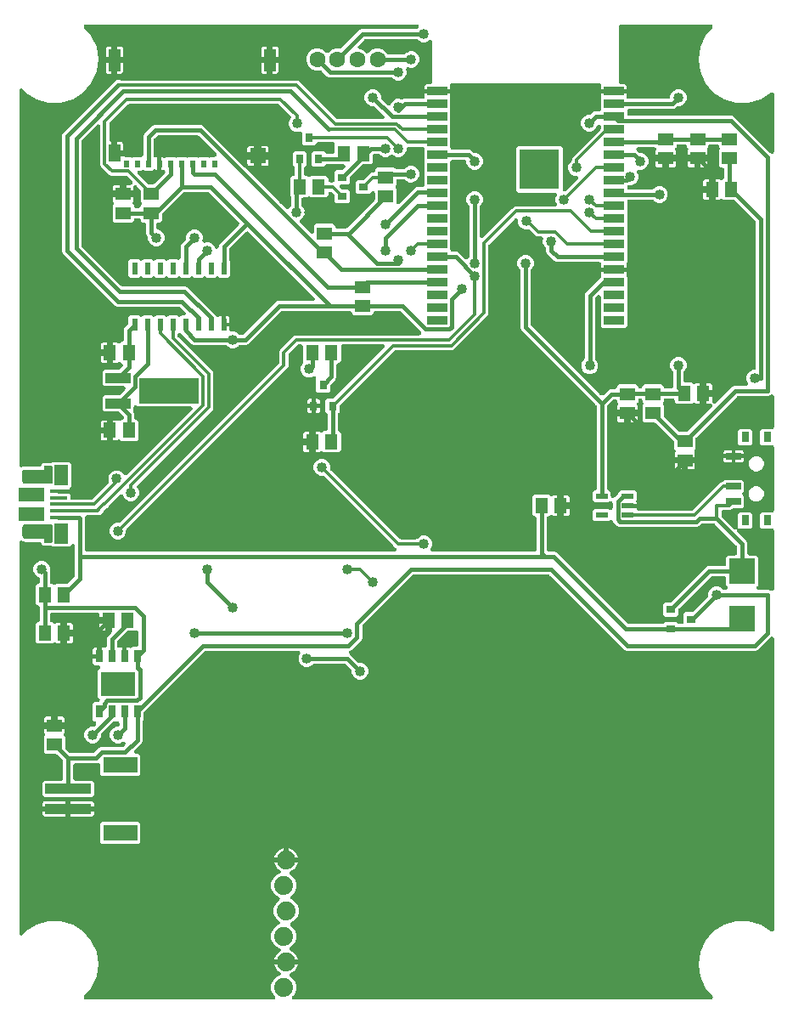
<source format=gbr>
G04 EAGLE Gerber RS-274X export*
G75*
%MOMM*%
%FSLAX34Y34*%
%LPD*%
%INBottom Copper*%
%IPPOS*%
%AMOC8*
5,1,8,0,0,1.08239X$1,22.5*%
G01*
%ADD10R,2.000000X0.900000*%
%ADD11R,4.000000X4.000000*%
%ADD12R,1.500000X1.300000*%
%ADD13R,1.300000X1.500000*%
%ADD14R,4.600000X1.000000*%
%ADD15R,3.400000X1.600000*%
%ADD16R,2.540000X2.540000*%
%ADD17R,0.800000X0.900000*%
%ADD18R,0.800000X1.000000*%
%ADD19R,1.500000X0.700000*%
%ADD20R,0.889000X0.787400*%
%ADD21R,0.500000X0.750000*%
%ADD22R,1.200000X1.800000*%
%ADD23R,1.200000X2.200000*%
%ADD24R,1.600000X1.500000*%
%ADD25R,1.200000X0.550000*%
%ADD26R,0.600000X1.200000*%
%ADD27R,0.700000X1.300000*%
%ADD28R,3.400000X2.400000*%
%ADD29R,1.750000X0.400000*%
%ADD30R,1.460000X2.000000*%
%ADD31R,2.500000X1.425000*%
%ADD32C,1.000000*%
%ADD33C,1.100000*%
%ADD34R,2.500000X1.000000*%
%ADD35R,6.000000X2.500000*%
%ADD36R,0.900000X0.800000*%
%ADD37C,1.879600*%
%ADD38C,1.600000*%
%ADD39C,0.406400*%
%ADD40C,1.016000*%
%ADD41C,0.304800*%

G36*
X256394Y3050D02*
X256394Y3050D01*
X256403Y3049D01*
X256595Y3070D01*
X256786Y3089D01*
X256794Y3091D01*
X256803Y3092D01*
X256985Y3150D01*
X257171Y3207D01*
X257179Y3211D01*
X257187Y3214D01*
X257355Y3307D01*
X257525Y3399D01*
X257531Y3404D01*
X257539Y3409D01*
X257687Y3534D01*
X257834Y3656D01*
X257839Y3663D01*
X257846Y3669D01*
X257966Y3821D01*
X258086Y3970D01*
X258090Y3978D01*
X258096Y3985D01*
X258183Y4157D01*
X258272Y4327D01*
X258274Y4336D01*
X258278Y4344D01*
X258330Y4530D01*
X258383Y4714D01*
X258384Y4723D01*
X258386Y4732D01*
X258400Y4924D01*
X258416Y5116D01*
X258415Y5124D01*
X258416Y5133D01*
X258391Y5326D01*
X258369Y5515D01*
X258366Y5524D01*
X258365Y5533D01*
X258304Y5716D01*
X258244Y5898D01*
X258240Y5906D01*
X258237Y5914D01*
X258142Y6080D01*
X258046Y6249D01*
X258040Y6256D01*
X258036Y6263D01*
X257821Y6516D01*
X256148Y8189D01*
X254253Y12764D01*
X254253Y17716D01*
X256148Y22291D01*
X259649Y25792D01*
X262487Y26967D01*
X262639Y27048D01*
X262793Y27126D01*
X262816Y27143D01*
X262841Y27157D01*
X262975Y27267D01*
X263111Y27373D01*
X263130Y27395D01*
X263152Y27414D01*
X263260Y27547D01*
X263373Y27679D01*
X263387Y27704D01*
X263405Y27726D01*
X263485Y27879D01*
X263570Y28030D01*
X263579Y28057D01*
X263593Y28083D01*
X263641Y28248D01*
X263694Y28413D01*
X263698Y28441D01*
X263706Y28469D01*
X263721Y28641D01*
X263740Y28813D01*
X263738Y28841D01*
X263740Y28870D01*
X263721Y29041D01*
X263706Y29214D01*
X263698Y29242D01*
X263695Y29270D01*
X263642Y29434D01*
X263594Y29601D01*
X263581Y29626D01*
X263572Y29654D01*
X263488Y29804D01*
X263408Y29957D01*
X263390Y29980D01*
X263376Y30005D01*
X263263Y30136D01*
X263155Y30271D01*
X263130Y30292D01*
X263114Y30311D01*
X263047Y30363D01*
X262903Y30487D01*
X261462Y31534D01*
X260134Y32862D01*
X259029Y34383D01*
X258176Y36057D01*
X257595Y37844D01*
X257555Y38101D01*
X268732Y38101D01*
X268750Y38102D01*
X268767Y38101D01*
X268950Y38122D01*
X269132Y38141D01*
X269149Y38146D01*
X269167Y38148D01*
X269245Y38173D01*
X269382Y38134D01*
X269400Y38132D01*
X269417Y38128D01*
X269748Y38101D01*
X280925Y38101D01*
X280885Y37844D01*
X280304Y36057D01*
X279451Y34383D01*
X278346Y32862D01*
X277018Y31534D01*
X275497Y30429D01*
X273776Y29552D01*
X273733Y29539D01*
X273634Y29484D01*
X273531Y29439D01*
X273458Y29388D01*
X273380Y29345D01*
X273293Y29273D01*
X273201Y29208D01*
X273140Y29143D01*
X273072Y29086D01*
X273001Y28998D01*
X272924Y28916D01*
X272876Y28841D01*
X272821Y28771D01*
X272769Y28671D01*
X272709Y28575D01*
X272677Y28492D01*
X272637Y28413D01*
X272606Y28304D01*
X272566Y28199D01*
X272551Y28111D01*
X272527Y28026D01*
X272518Y27913D01*
X272500Y27802D01*
X272503Y27713D01*
X272496Y27624D01*
X272510Y27512D01*
X272513Y27399D01*
X272534Y27313D01*
X272545Y27225D01*
X272580Y27117D01*
X272606Y27008D01*
X272643Y26927D01*
X272671Y26842D01*
X272727Y26744D01*
X272774Y26642D01*
X272827Y26570D01*
X272871Y26493D01*
X272945Y26408D01*
X273011Y26316D01*
X273077Y26256D01*
X273135Y26189D01*
X273225Y26120D01*
X273308Y26044D01*
X273384Y25998D01*
X273454Y25944D01*
X273580Y25879D01*
X273652Y25836D01*
X273696Y25820D01*
X273750Y25792D01*
X273751Y25792D01*
X277252Y22291D01*
X279147Y17716D01*
X279147Y12764D01*
X277252Y8189D01*
X275579Y6516D01*
X275573Y6509D01*
X275566Y6504D01*
X275446Y6354D01*
X275324Y6205D01*
X275319Y6197D01*
X275314Y6190D01*
X275225Y6020D01*
X275135Y5849D01*
X275132Y5840D01*
X275128Y5833D01*
X275075Y5648D01*
X275020Y5463D01*
X275019Y5454D01*
X275017Y5446D01*
X275001Y5255D01*
X274984Y5062D01*
X274985Y5053D01*
X274984Y5044D01*
X275006Y4855D01*
X275027Y4662D01*
X275030Y4653D01*
X275031Y4645D01*
X275090Y4463D01*
X275149Y4278D01*
X275153Y4270D01*
X275156Y4262D01*
X275250Y4095D01*
X275343Y3926D01*
X275349Y3919D01*
X275354Y3911D01*
X275479Y3766D01*
X275604Y3619D01*
X275611Y3613D01*
X275617Y3606D01*
X275767Y3490D01*
X275920Y3369D01*
X275928Y3365D01*
X275935Y3360D01*
X276106Y3274D01*
X276279Y3187D01*
X276287Y3184D01*
X276295Y3180D01*
X276481Y3130D01*
X276667Y3079D01*
X276676Y3078D01*
X276684Y3076D01*
X277015Y3049D01*
X692632Y3049D01*
X692769Y3062D01*
X692907Y3067D01*
X692969Y3082D01*
X693032Y3089D01*
X693164Y3129D01*
X693298Y3161D01*
X693356Y3188D01*
X693417Y3207D01*
X693538Y3272D01*
X693664Y3330D01*
X693715Y3368D01*
X693771Y3399D01*
X693877Y3487D01*
X693988Y3568D01*
X694031Y3615D01*
X694080Y3656D01*
X694167Y3764D01*
X694260Y3866D01*
X694293Y3920D01*
X694333Y3970D01*
X694396Y4092D01*
X694467Y4211D01*
X694489Y4271D01*
X694518Y4327D01*
X694556Y4460D01*
X694603Y4590D01*
X694612Y4653D01*
X694630Y4714D01*
X694641Y4852D01*
X694661Y4988D01*
X694657Y5052D01*
X694663Y5116D01*
X694646Y5252D01*
X694639Y5390D01*
X694623Y5452D01*
X694616Y5515D01*
X694573Y5647D01*
X694538Y5780D01*
X694511Y5837D01*
X694491Y5898D01*
X694423Y6019D01*
X694363Y6142D01*
X694320Y6201D01*
X694293Y6249D01*
X694240Y6309D01*
X694167Y6410D01*
X687164Y14491D01*
X682001Y25797D01*
X680232Y38100D01*
X682001Y50403D01*
X687164Y61709D01*
X695304Y71102D01*
X705760Y77822D01*
X717685Y81323D01*
X730115Y81323D01*
X742040Y77822D01*
X752522Y71086D01*
X752696Y70997D01*
X752867Y70908D01*
X752874Y70906D01*
X752880Y70903D01*
X753069Y70850D01*
X753254Y70796D01*
X753261Y70796D01*
X753268Y70794D01*
X753462Y70779D01*
X753656Y70763D01*
X753662Y70764D01*
X753670Y70764D01*
X753863Y70788D01*
X754055Y70810D01*
X754062Y70813D01*
X754069Y70813D01*
X754252Y70875D01*
X754438Y70935D01*
X754444Y70939D01*
X754451Y70941D01*
X754619Y71037D01*
X754789Y71133D01*
X754794Y71138D01*
X754800Y71141D01*
X754948Y71270D01*
X755094Y71396D01*
X755098Y71402D01*
X755103Y71406D01*
X755222Y71562D01*
X755340Y71714D01*
X755343Y71721D01*
X755348Y71726D01*
X755432Y71900D01*
X755520Y72075D01*
X755521Y72082D01*
X755524Y72088D01*
X755572Y72269D01*
X755624Y72464D01*
X755625Y72471D01*
X755626Y72478D01*
X755629Y72522D01*
X755651Y72794D01*
X755651Y362562D01*
X755650Y362571D01*
X755651Y362580D01*
X755630Y362771D01*
X755611Y362963D01*
X755609Y362971D01*
X755608Y362980D01*
X755550Y363164D01*
X755493Y363348D01*
X755489Y363356D01*
X755486Y363364D01*
X755393Y363532D01*
X755301Y363702D01*
X755296Y363709D01*
X755291Y363716D01*
X755167Y363864D01*
X755044Y364011D01*
X755037Y364017D01*
X755031Y364023D01*
X754879Y364143D01*
X754730Y364263D01*
X754722Y364267D01*
X754715Y364273D01*
X754542Y364361D01*
X754373Y364449D01*
X754364Y364451D01*
X754356Y364455D01*
X754171Y364507D01*
X753986Y364560D01*
X753977Y364561D01*
X753968Y364563D01*
X753776Y364577D01*
X753584Y364593D01*
X753576Y364592D01*
X753567Y364593D01*
X753374Y364568D01*
X753185Y364546D01*
X753176Y364543D01*
X753167Y364542D01*
X752984Y364481D01*
X752802Y364421D01*
X752794Y364417D01*
X752785Y364414D01*
X752618Y364318D01*
X752451Y364223D01*
X752444Y364218D01*
X752437Y364213D01*
X752184Y363998D01*
X751893Y363707D01*
X751892Y363707D01*
X741193Y353008D01*
X739478Y351293D01*
X737611Y350519D01*
X608589Y350519D01*
X606722Y351293D01*
X531890Y426124D01*
X531870Y426141D01*
X531852Y426162D01*
X531714Y426269D01*
X531579Y426379D01*
X531555Y426392D01*
X531534Y426408D01*
X531377Y426486D01*
X531223Y426568D01*
X531198Y426576D01*
X531174Y426588D01*
X531004Y426633D01*
X530837Y426683D01*
X530811Y426685D01*
X530785Y426692D01*
X530454Y426719D01*
X396646Y426719D01*
X396619Y426717D01*
X396593Y426719D01*
X396419Y426697D01*
X396245Y426679D01*
X396220Y426672D01*
X396193Y426668D01*
X396027Y426613D01*
X395860Y426561D01*
X395837Y426548D01*
X395811Y426540D01*
X395660Y426453D01*
X395506Y426369D01*
X395486Y426352D01*
X395463Y426339D01*
X395210Y426124D01*
X345528Y376442D01*
X345511Y376422D01*
X345490Y376404D01*
X345383Y376266D01*
X345273Y376131D01*
X345260Y376107D01*
X345244Y376086D01*
X345166Y375929D01*
X345084Y375775D01*
X345076Y375750D01*
X345064Y375726D01*
X345019Y375556D01*
X344969Y375389D01*
X344967Y375363D01*
X344960Y375337D01*
X344933Y375006D01*
X344933Y363291D01*
X344159Y361424D01*
X334028Y351293D01*
X333152Y350930D01*
X333144Y350926D01*
X333135Y350923D01*
X332965Y350830D01*
X332797Y350740D01*
X332790Y350734D01*
X332782Y350730D01*
X332634Y350605D01*
X332487Y350483D01*
X332481Y350476D01*
X332474Y350470D01*
X332353Y350319D01*
X332233Y350171D01*
X332229Y350163D01*
X332223Y350156D01*
X332134Y349983D01*
X332046Y349814D01*
X332043Y349806D01*
X332039Y349797D01*
X331986Y349611D01*
X331933Y349428D01*
X331932Y349419D01*
X331930Y349410D01*
X331915Y349217D01*
X331898Y349027D01*
X331899Y349018D01*
X331898Y349009D01*
X331922Y348816D01*
X331943Y348627D01*
X331946Y348618D01*
X331947Y348609D01*
X332008Y348425D01*
X332066Y348243D01*
X332071Y348235D01*
X332074Y348227D01*
X332169Y348059D01*
X332263Y347892D01*
X332269Y347885D01*
X332273Y347877D01*
X332400Y347732D01*
X332525Y347586D01*
X332532Y347580D01*
X332538Y347573D01*
X332689Y347457D01*
X332842Y347338D01*
X332850Y347334D01*
X332857Y347328D01*
X333063Y347222D01*
X341362Y338924D01*
X341382Y338907D01*
X341400Y338886D01*
X341538Y338779D01*
X341673Y338669D01*
X341697Y338656D01*
X341718Y338640D01*
X341875Y338562D01*
X342029Y338480D01*
X342054Y338472D01*
X342078Y338460D01*
X342248Y338415D01*
X342415Y338365D01*
X342441Y338363D01*
X342467Y338356D01*
X342798Y338329D01*
X344517Y338329D01*
X347505Y337091D01*
X349791Y334805D01*
X351029Y331817D01*
X351029Y328583D01*
X349791Y325595D01*
X347505Y323309D01*
X344517Y322071D01*
X341283Y322071D01*
X338295Y323309D01*
X336009Y325595D01*
X334771Y328583D01*
X334771Y330302D01*
X334769Y330329D01*
X334771Y330355D01*
X334749Y330529D01*
X334731Y330703D01*
X334724Y330728D01*
X334720Y330755D01*
X334665Y330921D01*
X334613Y331088D01*
X334600Y331111D01*
X334592Y331137D01*
X334505Y331288D01*
X334421Y331442D01*
X334404Y331462D01*
X334391Y331485D01*
X334176Y331738D01*
X328690Y337224D01*
X328670Y337241D01*
X328652Y337262D01*
X328514Y337369D01*
X328379Y337479D01*
X328355Y337492D01*
X328334Y337508D01*
X328177Y337586D01*
X328023Y337668D01*
X327998Y337676D01*
X327974Y337688D01*
X327804Y337733D01*
X327637Y337783D01*
X327611Y337785D01*
X327585Y337792D01*
X327254Y337819D01*
X297068Y337819D01*
X297042Y337817D01*
X297015Y337819D01*
X296841Y337797D01*
X296668Y337779D01*
X296642Y337772D01*
X296616Y337768D01*
X296450Y337713D01*
X296283Y337661D01*
X296259Y337648D01*
X296234Y337640D01*
X296082Y337553D01*
X295929Y337469D01*
X295908Y337452D01*
X295885Y337439D01*
X295632Y337224D01*
X294417Y336009D01*
X291429Y334771D01*
X288195Y334771D01*
X285207Y336009D01*
X282921Y338295D01*
X281683Y341283D01*
X281683Y344517D01*
X283006Y347711D01*
X283010Y347724D01*
X283016Y347735D01*
X283068Y347915D01*
X283123Y348096D01*
X283124Y348109D01*
X283128Y348122D01*
X283143Y348310D01*
X283161Y348497D01*
X283159Y348510D01*
X283160Y348524D01*
X283138Y348711D01*
X283119Y348897D01*
X283115Y348910D01*
X283114Y348923D01*
X283055Y349103D01*
X282999Y349282D01*
X282993Y349293D01*
X282989Y349306D01*
X282896Y349471D01*
X282806Y349635D01*
X282797Y349645D01*
X282791Y349657D01*
X282668Y349799D01*
X282547Y349943D01*
X282536Y349951D01*
X282528Y349962D01*
X282379Y350077D01*
X282232Y350194D01*
X282220Y350200D01*
X282210Y350208D01*
X282041Y350292D01*
X281874Y350378D01*
X281861Y350382D01*
X281849Y350388D01*
X281666Y350437D01*
X281487Y350488D01*
X281473Y350489D01*
X281460Y350492D01*
X281130Y350519D01*
X189196Y350519D01*
X189169Y350517D01*
X189143Y350519D01*
X188969Y350497D01*
X188795Y350479D01*
X188770Y350472D01*
X188743Y350468D01*
X188577Y350413D01*
X188410Y350361D01*
X188387Y350348D01*
X188361Y350340D01*
X188210Y350253D01*
X188056Y350169D01*
X188036Y350152D01*
X188013Y350139D01*
X187760Y349924D01*
X127794Y289958D01*
X127777Y289938D01*
X127756Y289920D01*
X127649Y289782D01*
X127539Y289647D01*
X127526Y289623D01*
X127510Y289602D01*
X127432Y289445D01*
X127350Y289291D01*
X127342Y289266D01*
X127330Y289242D01*
X127285Y289072D01*
X127235Y288905D01*
X127233Y288879D01*
X127226Y288853D01*
X127199Y288522D01*
X127199Y282237D01*
X126326Y281364D01*
X126309Y281343D01*
X126288Y281326D01*
X126181Y281188D01*
X126071Y281053D01*
X126058Y281029D01*
X126042Y281008D01*
X125964Y280851D01*
X125882Y280697D01*
X125874Y280671D01*
X125862Y280647D01*
X125817Y280478D01*
X125767Y280311D01*
X125765Y280284D01*
X125758Y280259D01*
X125731Y279928D01*
X125731Y260609D01*
X124957Y258742D01*
X123242Y257027D01*
X117932Y251716D01*
X117926Y251709D01*
X117919Y251704D01*
X117799Y251554D01*
X117676Y251405D01*
X117672Y251397D01*
X117667Y251390D01*
X117578Y251219D01*
X117488Y251049D01*
X117485Y251041D01*
X117481Y251033D01*
X117428Y250847D01*
X117373Y250663D01*
X117372Y250654D01*
X117370Y250646D01*
X117354Y250454D01*
X117337Y250262D01*
X117338Y250253D01*
X117337Y250244D01*
X117359Y250055D01*
X117380Y249862D01*
X117383Y249853D01*
X117384Y249845D01*
X117443Y249663D01*
X117502Y249478D01*
X117506Y249470D01*
X117509Y249462D01*
X117604Y249293D01*
X117696Y249126D01*
X117702Y249119D01*
X117707Y249111D01*
X117833Y248965D01*
X117957Y248819D01*
X117964Y248813D01*
X117970Y248806D01*
X118121Y248689D01*
X118273Y248569D01*
X118281Y248565D01*
X118288Y248560D01*
X118460Y248474D01*
X118632Y248387D01*
X118640Y248384D01*
X118648Y248380D01*
X118835Y248330D01*
X119020Y248279D01*
X119028Y248278D01*
X119037Y248276D01*
X119368Y248249D01*
X122163Y248249D01*
X123949Y246463D01*
X123949Y227937D01*
X122163Y226151D01*
X85637Y226151D01*
X83851Y227937D01*
X83851Y236724D01*
X83850Y236737D01*
X83851Y236751D01*
X83830Y236937D01*
X83811Y237125D01*
X83807Y237138D01*
X83806Y237151D01*
X83749Y237329D01*
X83693Y237510D01*
X83687Y237521D01*
X83683Y237534D01*
X83591Y237698D01*
X83501Y237864D01*
X83493Y237874D01*
X83486Y237886D01*
X83363Y238029D01*
X83244Y238173D01*
X83233Y238181D01*
X83225Y238191D01*
X83076Y238308D01*
X82930Y238425D01*
X82918Y238431D01*
X82908Y238440D01*
X82738Y238525D01*
X82573Y238611D01*
X82560Y238614D01*
X82548Y238620D01*
X82366Y238670D01*
X82186Y238722D01*
X82172Y238723D01*
X82159Y238727D01*
X81972Y238740D01*
X81784Y238755D01*
X81771Y238753D01*
X81758Y238754D01*
X81570Y238730D01*
X81385Y238708D01*
X81372Y238704D01*
X81359Y238702D01*
X81043Y238601D01*
X80363Y238319D01*
X59012Y238319D01*
X58994Y238317D01*
X58976Y238319D01*
X58794Y238298D01*
X58611Y238279D01*
X58594Y238274D01*
X58577Y238272D01*
X58402Y238215D01*
X58226Y238161D01*
X58211Y238153D01*
X58194Y238147D01*
X58034Y238057D01*
X57872Y237969D01*
X57859Y237958D01*
X57843Y237949D01*
X57704Y237829D01*
X57563Y237712D01*
X57552Y237698D01*
X57538Y237686D01*
X57426Y237541D01*
X57311Y237398D01*
X57303Y237382D01*
X57292Y237368D01*
X57210Y237203D01*
X57125Y237041D01*
X57120Y237024D01*
X57112Y237008D01*
X57065Y236829D01*
X57014Y236654D01*
X57012Y236636D01*
X57008Y236619D01*
X56981Y236288D01*
X56981Y223280D01*
X56983Y223262D01*
X56981Y223244D01*
X57002Y223062D01*
X57021Y222879D01*
X57026Y222862D01*
X57028Y222845D01*
X57085Y222670D01*
X57139Y222494D01*
X57147Y222479D01*
X57153Y222462D01*
X57243Y222302D01*
X57331Y222140D01*
X57342Y222127D01*
X57351Y222111D01*
X57471Y221972D01*
X57588Y221831D01*
X57602Y221820D01*
X57614Y221806D01*
X57759Y221694D01*
X57902Y221579D01*
X57918Y221571D01*
X57932Y221560D01*
X58097Y221478D01*
X58259Y221393D01*
X58276Y221388D01*
X58292Y221380D01*
X58471Y221333D01*
X58646Y221282D01*
X58664Y221280D01*
X58681Y221276D01*
X59012Y221249D01*
X76163Y221249D01*
X77949Y219463D01*
X77949Y206937D01*
X76163Y205151D01*
X27637Y205151D01*
X25851Y206937D01*
X25851Y219463D01*
X27637Y221249D01*
X44788Y221249D01*
X44806Y221251D01*
X44824Y221249D01*
X45006Y221270D01*
X45189Y221289D01*
X45206Y221294D01*
X45223Y221296D01*
X45398Y221353D01*
X45574Y221407D01*
X45589Y221415D01*
X45606Y221421D01*
X45766Y221511D01*
X45928Y221599D01*
X45941Y221610D01*
X45957Y221619D01*
X46096Y221739D01*
X46237Y221856D01*
X46248Y221870D01*
X46262Y221882D01*
X46374Y222027D01*
X46489Y222170D01*
X46497Y222186D01*
X46508Y222200D01*
X46590Y222365D01*
X46675Y222527D01*
X46680Y222544D01*
X46688Y222560D01*
X46735Y222739D01*
X46786Y222914D01*
X46788Y222932D01*
X46792Y222949D01*
X46819Y223280D01*
X46819Y240454D01*
X46817Y240481D01*
X46819Y240507D01*
X46797Y240681D01*
X46779Y240855D01*
X46772Y240880D01*
X46768Y240907D01*
X46713Y241073D01*
X46661Y241240D01*
X46648Y241263D01*
X46640Y241289D01*
X46553Y241440D01*
X46469Y241594D01*
X46452Y241614D01*
X46439Y241637D01*
X46224Y241890D01*
X41058Y247056D01*
X41038Y247073D01*
X41020Y247094D01*
X40882Y247201D01*
X40747Y247311D01*
X40723Y247324D01*
X40702Y247340D01*
X40545Y247418D01*
X40391Y247500D01*
X40366Y247508D01*
X40342Y247520D01*
X40172Y247565D01*
X40005Y247615D01*
X39979Y247617D01*
X39953Y247624D01*
X39622Y247651D01*
X29337Y247651D01*
X27551Y249437D01*
X27551Y264963D01*
X28256Y265667D01*
X28354Y265787D01*
X28458Y265903D01*
X28482Y265943D01*
X28511Y265979D01*
X28584Y266116D01*
X28663Y266250D01*
X28678Y266294D01*
X28700Y266335D01*
X28744Y266483D01*
X28795Y266630D01*
X28801Y266676D01*
X28814Y266721D01*
X28828Y266875D01*
X28850Y267029D01*
X28847Y267075D01*
X28851Y267122D01*
X28834Y267276D01*
X28824Y267430D01*
X28812Y267475D01*
X28807Y267522D01*
X28761Y267670D01*
X28721Y267819D01*
X28698Y267867D01*
X28686Y267906D01*
X28677Y267922D01*
X28675Y267929D01*
X28638Y267994D01*
X28579Y268119D01*
X28232Y268719D01*
X28059Y269365D01*
X28059Y272951D01*
X36882Y272951D01*
X36900Y272952D01*
X36917Y272951D01*
X37100Y272972D01*
X37282Y272991D01*
X37299Y272996D01*
X37317Y272998D01*
X37492Y273055D01*
X37667Y273109D01*
X37683Y273117D01*
X37700Y273123D01*
X37860Y273213D01*
X38021Y273300D01*
X38035Y273312D01*
X38051Y273321D01*
X38103Y273366D01*
X38208Y273281D01*
X38224Y273273D01*
X38238Y273262D01*
X38403Y273180D01*
X38566Y273095D01*
X38583Y273090D01*
X38599Y273082D01*
X38777Y273034D01*
X38952Y272984D01*
X38970Y272982D01*
X38987Y272978D01*
X39318Y272951D01*
X48141Y272951D01*
X48141Y269365D01*
X47968Y268719D01*
X47621Y268119D01*
X47558Y267980D01*
X47498Y267864D01*
X47496Y267858D01*
X47487Y267840D01*
X47475Y267795D01*
X47455Y267753D01*
X47421Y267601D01*
X47379Y267452D01*
X47376Y267405D01*
X47365Y267360D01*
X47361Y267205D01*
X47350Y267050D01*
X47356Y267004D01*
X47354Y266958D01*
X47381Y266805D01*
X47400Y266651D01*
X47415Y266607D01*
X47423Y266561D01*
X47479Y266416D01*
X47528Y266269D01*
X47552Y266229D01*
X47569Y266186D01*
X47652Y266055D01*
X47729Y265920D01*
X47763Y265880D01*
X47785Y265846D01*
X47845Y265784D01*
X47944Y265667D01*
X48649Y264963D01*
X48649Y254678D01*
X48651Y254651D01*
X48649Y254625D01*
X48671Y254451D01*
X48689Y254277D01*
X48696Y254252D01*
X48700Y254225D01*
X48755Y254060D01*
X48807Y253892D01*
X48820Y253869D01*
X48828Y253843D01*
X48915Y253692D01*
X48999Y253538D01*
X49016Y253518D01*
X49029Y253495D01*
X49244Y253242D01*
X53410Y249076D01*
X53430Y249059D01*
X53448Y249038D01*
X53586Y248931D01*
X53721Y248821D01*
X53745Y248808D01*
X53766Y248792D01*
X53922Y248714D01*
X54077Y248632D01*
X54102Y248624D01*
X54126Y248612D01*
X54296Y248567D01*
X54463Y248517D01*
X54489Y248515D01*
X54515Y248508D01*
X54846Y248481D01*
X76407Y248481D01*
X76433Y248483D01*
X76460Y248481D01*
X76634Y248503D01*
X76807Y248521D01*
X76833Y248528D01*
X76859Y248532D01*
X77025Y248587D01*
X77192Y248639D01*
X77216Y248652D01*
X77241Y248660D01*
X77393Y248747D01*
X77546Y248831D01*
X77567Y248848D01*
X77590Y248861D01*
X77843Y249076D01*
X82339Y253571D01*
X84206Y254345D01*
X105348Y254345D01*
X105375Y254347D01*
X105401Y254345D01*
X105575Y254367D01*
X105749Y254385D01*
X105774Y254392D01*
X105801Y254396D01*
X105967Y254451D01*
X106134Y254503D01*
X106157Y254516D01*
X106183Y254524D01*
X106334Y254611D01*
X106488Y254695D01*
X106508Y254712D01*
X106531Y254725D01*
X106784Y254940D01*
X108286Y256441D01*
X108289Y256444D01*
X108292Y256447D01*
X108417Y256601D01*
X108541Y256753D01*
X108543Y256756D01*
X108546Y256760D01*
X108640Y256939D01*
X108729Y257108D01*
X108731Y257112D01*
X108733Y257116D01*
X108788Y257305D01*
X108844Y257494D01*
X108845Y257499D01*
X108846Y257503D01*
X108863Y257695D01*
X108881Y257895D01*
X108880Y257900D01*
X108881Y257904D01*
X108859Y258094D01*
X108837Y258295D01*
X108836Y258300D01*
X108835Y258304D01*
X108776Y258490D01*
X108716Y258679D01*
X108714Y258683D01*
X108712Y258687D01*
X108615Y258861D01*
X108521Y259032D01*
X108518Y259035D01*
X108516Y259039D01*
X108388Y259189D01*
X108260Y259339D01*
X108257Y259341D01*
X108254Y259345D01*
X108098Y259467D01*
X107944Y259588D01*
X107941Y259590D01*
X107937Y259593D01*
X107760Y259682D01*
X107586Y259771D01*
X107581Y259772D01*
X107577Y259774D01*
X107386Y259826D01*
X107198Y259879D01*
X107193Y259879D01*
X107189Y259880D01*
X106993Y259894D01*
X106796Y259908D01*
X106792Y259907D01*
X106787Y259908D01*
X106591Y259882D01*
X106397Y259857D01*
X106392Y259856D01*
X106388Y259855D01*
X106072Y259754D01*
X103217Y258571D01*
X99983Y258571D01*
X96995Y259809D01*
X94709Y262095D01*
X93471Y265083D01*
X93471Y268317D01*
X94709Y271305D01*
X96995Y273591D01*
X99983Y274829D01*
X100838Y274829D01*
X100856Y274831D01*
X100874Y274829D01*
X101056Y274850D01*
X101239Y274869D01*
X101256Y274874D01*
X101273Y274876D01*
X101448Y274933D01*
X101624Y274987D01*
X101639Y274995D01*
X101656Y275001D01*
X101816Y275091D01*
X101978Y275179D01*
X101991Y275190D01*
X102007Y275199D01*
X102146Y275319D01*
X102287Y275436D01*
X102298Y275450D01*
X102312Y275462D01*
X102424Y275607D01*
X102539Y275750D01*
X102547Y275766D01*
X102558Y275780D01*
X102640Y275945D01*
X102725Y276107D01*
X102730Y276124D01*
X102738Y276140D01*
X102785Y276319D01*
X102836Y276494D01*
X102838Y276512D01*
X102842Y276529D01*
X102869Y276860D01*
X102869Y278420D01*
X102867Y278438D01*
X102869Y278456D01*
X102848Y278638D01*
X102829Y278821D01*
X102824Y278838D01*
X102822Y278855D01*
X102765Y279030D01*
X102711Y279206D01*
X102703Y279221D01*
X102697Y279238D01*
X102607Y279398D01*
X102519Y279560D01*
X102508Y279573D01*
X102499Y279589D01*
X102379Y279728D01*
X102262Y279869D01*
X102248Y279880D01*
X102236Y279894D01*
X102091Y280006D01*
X101948Y280121D01*
X101932Y280129D01*
X101918Y280140D01*
X101753Y280222D01*
X101591Y280307D01*
X101574Y280312D01*
X101558Y280320D01*
X101379Y280367D01*
X101204Y280418D01*
X101186Y280420D01*
X101169Y280424D01*
X100838Y280451D01*
X97978Y280451D01*
X97951Y280449D01*
X97925Y280451D01*
X97751Y280429D01*
X97577Y280411D01*
X97552Y280404D01*
X97525Y280400D01*
X97359Y280344D01*
X97192Y280293D01*
X97169Y280280D01*
X97143Y280272D01*
X96992Y280185D01*
X96838Y280101D01*
X96818Y280084D01*
X96795Y280071D01*
X96542Y279856D01*
X84924Y268238D01*
X84907Y268218D01*
X84886Y268200D01*
X84779Y268062D01*
X84669Y267927D01*
X84656Y267903D01*
X84640Y267882D01*
X84562Y267725D01*
X84480Y267571D01*
X84472Y267546D01*
X84460Y267522D01*
X84415Y267352D01*
X84365Y267185D01*
X84363Y267159D01*
X84356Y267133D01*
X84329Y266802D01*
X84329Y265083D01*
X83091Y262095D01*
X80805Y259809D01*
X77817Y258571D01*
X74583Y258571D01*
X71595Y259809D01*
X69309Y262095D01*
X68071Y265083D01*
X68071Y268317D01*
X69309Y271305D01*
X71595Y273591D01*
X74583Y274829D01*
X76302Y274829D01*
X76329Y274831D01*
X76355Y274829D01*
X76529Y274851D01*
X76703Y274869D01*
X76728Y274876D01*
X76755Y274880D01*
X76921Y274936D01*
X77088Y274987D01*
X77111Y274999D01*
X77137Y275008D01*
X77288Y275095D01*
X77442Y275179D01*
X77462Y275196D01*
X77485Y275209D01*
X77738Y275424D01*
X79298Y276984D01*
X79304Y276991D01*
X79311Y276996D01*
X79432Y277147D01*
X79554Y277295D01*
X79558Y277303D01*
X79563Y277310D01*
X79652Y277480D01*
X79742Y277651D01*
X79745Y277660D01*
X79749Y277667D01*
X79802Y277852D01*
X79857Y278037D01*
X79858Y278046D01*
X79860Y278054D01*
X79876Y278245D01*
X79893Y278438D01*
X79892Y278447D01*
X79893Y278456D01*
X79871Y278645D01*
X79850Y278838D01*
X79847Y278847D01*
X79846Y278855D01*
X79787Y279037D01*
X79728Y279222D01*
X79724Y279230D01*
X79721Y279238D01*
X79627Y279405D01*
X79534Y279574D01*
X79528Y279581D01*
X79523Y279589D01*
X79398Y279734D01*
X79273Y279881D01*
X79266Y279887D01*
X79260Y279894D01*
X79110Y280010D01*
X78957Y280131D01*
X78949Y280135D01*
X78942Y280140D01*
X78772Y280225D01*
X78598Y280313D01*
X78590Y280316D01*
X78582Y280320D01*
X78396Y280369D01*
X78210Y280421D01*
X78201Y280422D01*
X78193Y280424D01*
X77862Y280451D01*
X77787Y280451D01*
X76001Y282237D01*
X76001Y297763D01*
X77787Y299549D01*
X81336Y299549D01*
X81345Y299550D01*
X81354Y299549D01*
X81545Y299570D01*
X81736Y299589D01*
X81745Y299591D01*
X81754Y299592D01*
X81936Y299650D01*
X82121Y299707D01*
X82129Y299711D01*
X82138Y299714D01*
X82306Y299807D01*
X82475Y299899D01*
X82482Y299904D01*
X82490Y299909D01*
X82638Y300034D01*
X82785Y300156D01*
X82790Y300163D01*
X82797Y300169D01*
X82917Y300321D01*
X83037Y300470D01*
X83041Y300478D01*
X83047Y300485D01*
X83134Y300657D01*
X83223Y300827D01*
X83225Y300836D01*
X83229Y300844D01*
X83281Y301030D01*
X83334Y301214D01*
X83335Y301223D01*
X83337Y301232D01*
X83351Y301424D01*
X83367Y301616D01*
X83366Y301624D01*
X83366Y301633D01*
X83342Y301826D01*
X83320Y302015D01*
X83317Y302024D01*
X83316Y302033D01*
X83255Y302216D01*
X83195Y302398D01*
X83191Y302406D01*
X83188Y302414D01*
X83092Y302580D01*
X82997Y302749D01*
X82991Y302756D01*
X82987Y302763D01*
X82772Y303016D01*
X81551Y304237D01*
X81551Y330763D01*
X83280Y332492D01*
X83286Y332499D01*
X83293Y332504D01*
X83413Y332654D01*
X83535Y332803D01*
X83539Y332811D01*
X83545Y332818D01*
X83633Y332988D01*
X83724Y333159D01*
X83726Y333168D01*
X83731Y333175D01*
X83784Y333360D01*
X83839Y333545D01*
X83839Y333554D01*
X83842Y333562D01*
X83858Y333753D01*
X83875Y333946D01*
X83874Y333955D01*
X83875Y333964D01*
X83853Y334153D01*
X83832Y334346D01*
X83829Y334355D01*
X83828Y334363D01*
X83769Y334544D01*
X83710Y334730D01*
X83706Y334738D01*
X83703Y334746D01*
X83608Y334915D01*
X83515Y335082D01*
X83510Y335089D01*
X83505Y335097D01*
X83379Y335243D01*
X83255Y335389D01*
X83248Y335395D01*
X83242Y335402D01*
X83091Y335519D01*
X82939Y335639D01*
X82931Y335643D01*
X82924Y335648D01*
X82752Y335734D01*
X82580Y335821D01*
X82571Y335824D01*
X82563Y335828D01*
X82377Y335878D01*
X82192Y335929D01*
X82183Y335930D01*
X82175Y335932D01*
X81844Y335959D01*
X78715Y335959D01*
X78069Y336132D01*
X77490Y336467D01*
X77017Y336940D01*
X76682Y337519D01*
X76509Y338165D01*
X76509Y342969D01*
X82550Y342969D01*
X82567Y342970D01*
X82585Y342969D01*
X82768Y342990D01*
X82950Y343008D01*
X82967Y343014D01*
X82985Y343016D01*
X83160Y343073D01*
X83335Y343127D01*
X83351Y343135D01*
X83368Y343141D01*
X83528Y343231D01*
X83689Y343318D01*
X83703Y343330D01*
X83718Y343339D01*
X83858Y343459D01*
X83998Y343576D01*
X83999Y343576D01*
X83999Y343577D01*
X84010Y343590D01*
X84023Y343602D01*
X84024Y343602D01*
X84136Y343747D01*
X84251Y343890D01*
X84260Y343906D01*
X84270Y343920D01*
X84352Y344085D01*
X84437Y344248D01*
X84442Y344265D01*
X84450Y344281D01*
X84498Y344459D01*
X84548Y344635D01*
X84550Y344652D01*
X84554Y344670D01*
X84581Y345000D01*
X84581Y354041D01*
X86385Y354041D01*
X87031Y353868D01*
X87122Y353815D01*
X87256Y353754D01*
X87385Y353687D01*
X87439Y353672D01*
X87489Y353649D01*
X87632Y353616D01*
X87772Y353576D01*
X87828Y353571D01*
X87882Y353559D01*
X88028Y353555D01*
X88174Y353543D01*
X88229Y353549D01*
X88284Y353548D01*
X88428Y353573D01*
X88573Y353590D01*
X88626Y353607D01*
X88681Y353616D01*
X88817Y353669D01*
X88956Y353715D01*
X89005Y353742D01*
X89056Y353762D01*
X89179Y353840D01*
X89307Y353912D01*
X89349Y353949D01*
X89396Y353979D01*
X89501Y354080D01*
X89612Y354176D01*
X89646Y354219D01*
X89685Y354258D01*
X89769Y354378D01*
X89858Y354494D01*
X89883Y354543D01*
X89915Y354589D01*
X89972Y354723D01*
X90038Y354854D01*
X90052Y354908D01*
X90074Y354959D01*
X90104Y355102D01*
X90142Y355243D01*
X90147Y355306D01*
X90157Y355353D01*
X90158Y355437D01*
X90169Y355574D01*
X90169Y362961D01*
X90943Y364828D01*
X94754Y368640D01*
X94771Y368660D01*
X94792Y368678D01*
X94899Y368816D01*
X95009Y368951D01*
X95022Y368975D01*
X95038Y368996D01*
X95116Y369152D01*
X95198Y369307D01*
X95206Y369332D01*
X95218Y369356D01*
X95263Y369526D01*
X95313Y369693D01*
X95315Y369719D01*
X95322Y369745D01*
X95349Y370076D01*
X95349Y379782D01*
X95347Y379800D01*
X95349Y379817D01*
X95328Y380000D01*
X95309Y380182D01*
X95304Y380199D01*
X95302Y380217D01*
X95245Y380392D01*
X95191Y380567D01*
X95183Y380583D01*
X95177Y380600D01*
X95087Y380760D01*
X94999Y380921D01*
X94988Y380935D01*
X94979Y380951D01*
X94859Y381090D01*
X94742Y381231D01*
X94728Y381242D01*
X94716Y381255D01*
X94571Y381368D01*
X94428Y381483D01*
X94412Y381491D01*
X94398Y381502D01*
X94233Y381584D01*
X94071Y381668D01*
X94054Y381673D01*
X94038Y381681D01*
X93860Y381729D01*
X93684Y381780D01*
X93666Y381781D01*
X93649Y381786D01*
X93318Y381813D01*
X92913Y381813D01*
X92913Y382218D01*
X92911Y382236D01*
X92913Y382254D01*
X92891Y382436D01*
X92873Y382619D01*
X92868Y382636D01*
X92866Y382653D01*
X92809Y382828D01*
X92755Y383004D01*
X92747Y383019D01*
X92741Y383036D01*
X92651Y383196D01*
X92563Y383358D01*
X92552Y383371D01*
X92543Y383387D01*
X92423Y383526D01*
X92305Y383667D01*
X92292Y383678D01*
X92280Y383692D01*
X92135Y383804D01*
X91992Y383919D01*
X91976Y383927D01*
X91962Y383938D01*
X91797Y384020D01*
X91634Y384105D01*
X91617Y384110D01*
X91601Y384118D01*
X91423Y384165D01*
X91248Y384216D01*
X91230Y384218D01*
X91213Y384222D01*
X90882Y384249D01*
X83059Y384249D01*
X83059Y386588D01*
X83057Y386606D01*
X83059Y386624D01*
X83038Y386806D01*
X83019Y386989D01*
X83014Y387006D01*
X83012Y387023D01*
X82955Y387198D01*
X82901Y387374D01*
X82893Y387389D01*
X82887Y387406D01*
X82797Y387566D01*
X82709Y387728D01*
X82698Y387741D01*
X82689Y387757D01*
X82569Y387896D01*
X82452Y388037D01*
X82438Y388048D01*
X82426Y388062D01*
X82281Y388174D01*
X82138Y388289D01*
X82122Y388297D01*
X82108Y388308D01*
X81943Y388390D01*
X81781Y388475D01*
X81764Y388480D01*
X81748Y388488D01*
X81569Y388535D01*
X81394Y388586D01*
X81376Y388588D01*
X81359Y388592D01*
X81028Y388619D01*
X35712Y388619D01*
X35694Y388617D01*
X35676Y388619D01*
X35494Y388598D01*
X35311Y388579D01*
X35294Y388574D01*
X35277Y388572D01*
X35102Y388515D01*
X34926Y388461D01*
X34911Y388453D01*
X34894Y388447D01*
X34734Y388357D01*
X34572Y388269D01*
X34559Y388258D01*
X34543Y388249D01*
X34404Y388129D01*
X34263Y388012D01*
X34252Y387998D01*
X34238Y387986D01*
X34126Y387841D01*
X34011Y387698D01*
X34003Y387682D01*
X33992Y387668D01*
X33910Y387503D01*
X33825Y387341D01*
X33820Y387324D01*
X33812Y387308D01*
X33765Y387129D01*
X33714Y386954D01*
X33712Y386936D01*
X33708Y386919D01*
X33681Y386588D01*
X33681Y380880D01*
X33683Y380862D01*
X33681Y380844D01*
X33702Y380662D01*
X33721Y380479D01*
X33726Y380462D01*
X33728Y380445D01*
X33785Y380270D01*
X33839Y380094D01*
X33847Y380079D01*
X33853Y380062D01*
X33943Y379902D01*
X34031Y379740D01*
X34042Y379727D01*
X34051Y379711D01*
X34171Y379572D01*
X34288Y379431D01*
X34302Y379420D01*
X34314Y379406D01*
X34459Y379294D01*
X34602Y379179D01*
X34618Y379171D01*
X34632Y379160D01*
X34797Y379078D01*
X34959Y378993D01*
X34976Y378988D01*
X34992Y378980D01*
X35171Y378933D01*
X35346Y378882D01*
X35364Y378880D01*
X35381Y378876D01*
X35712Y378849D01*
X36363Y378849D01*
X37067Y378144D01*
X37187Y378046D01*
X37303Y377942D01*
X37343Y377918D01*
X37379Y377889D01*
X37516Y377816D01*
X37650Y377737D01*
X37694Y377722D01*
X37735Y377700D01*
X37883Y377656D01*
X38030Y377605D01*
X38076Y377599D01*
X38121Y377586D01*
X38275Y377572D01*
X38429Y377550D01*
X38475Y377553D01*
X38522Y377549D01*
X38676Y377566D01*
X38830Y377576D01*
X38875Y377588D01*
X38922Y377593D01*
X39070Y377639D01*
X39219Y377679D01*
X39267Y377702D01*
X39306Y377714D01*
X39382Y377756D01*
X39519Y377821D01*
X40119Y378168D01*
X40765Y378341D01*
X44351Y378341D01*
X44351Y369518D01*
X44352Y369500D01*
X44351Y369483D01*
X44372Y369300D01*
X44391Y369118D01*
X44396Y369101D01*
X44398Y369083D01*
X44455Y368908D01*
X44509Y368733D01*
X44517Y368717D01*
X44523Y368700D01*
X44613Y368540D01*
X44700Y368379D01*
X44712Y368365D01*
X44721Y368349D01*
X44766Y368297D01*
X44681Y368192D01*
X44673Y368176D01*
X44662Y368162D01*
X44580Y367997D01*
X44495Y367834D01*
X44490Y367817D01*
X44482Y367801D01*
X44434Y367623D01*
X44384Y367448D01*
X44382Y367430D01*
X44378Y367413D01*
X44351Y367082D01*
X44351Y358259D01*
X40765Y358259D01*
X40119Y358432D01*
X39519Y358779D01*
X39378Y358843D01*
X39240Y358913D01*
X39195Y358925D01*
X39153Y358945D01*
X39001Y358979D01*
X38852Y359021D01*
X38805Y359024D01*
X38760Y359035D01*
X38605Y359039D01*
X38450Y359050D01*
X38404Y359044D01*
X38358Y359046D01*
X38205Y359019D01*
X38051Y359000D01*
X38007Y358985D01*
X37961Y358977D01*
X37816Y358921D01*
X37669Y358872D01*
X37629Y358848D01*
X37586Y358831D01*
X37455Y358748D01*
X37320Y358671D01*
X37280Y358637D01*
X37246Y358615D01*
X37184Y358555D01*
X37067Y358456D01*
X36363Y357751D01*
X20837Y357751D01*
X19051Y359537D01*
X19051Y377063D01*
X20837Y378849D01*
X21488Y378849D01*
X21506Y378851D01*
X21524Y378849D01*
X21706Y378870D01*
X21889Y378889D01*
X21906Y378894D01*
X21923Y378896D01*
X22098Y378953D01*
X22274Y379007D01*
X22289Y379015D01*
X22306Y379021D01*
X22466Y379111D01*
X22628Y379199D01*
X22641Y379210D01*
X22657Y379219D01*
X22796Y379339D01*
X22937Y379456D01*
X22948Y379470D01*
X22962Y379482D01*
X23074Y379627D01*
X23189Y379770D01*
X23197Y379786D01*
X23208Y379800D01*
X23290Y379965D01*
X23375Y380127D01*
X23380Y380144D01*
X23388Y380160D01*
X23435Y380339D01*
X23486Y380514D01*
X23488Y380532D01*
X23492Y380549D01*
X23519Y380880D01*
X23519Y393820D01*
X23517Y393838D01*
X23519Y393856D01*
X23498Y394038D01*
X23479Y394221D01*
X23474Y394238D01*
X23472Y394255D01*
X23415Y394430D01*
X23361Y394606D01*
X23353Y394621D01*
X23347Y394638D01*
X23257Y394798D01*
X23169Y394960D01*
X23158Y394973D01*
X23149Y394989D01*
X23029Y395128D01*
X22912Y395269D01*
X22898Y395280D01*
X22886Y395294D01*
X22741Y395406D01*
X22598Y395521D01*
X22582Y395529D01*
X22568Y395540D01*
X22403Y395622D01*
X22241Y395707D01*
X22224Y395712D01*
X22208Y395720D01*
X22029Y395767D01*
X21854Y395818D01*
X21836Y395820D01*
X21819Y395824D01*
X21488Y395851D01*
X20837Y395851D01*
X19051Y397637D01*
X19051Y415163D01*
X20837Y416949D01*
X21488Y416949D01*
X21506Y416951D01*
X21524Y416949D01*
X21706Y416970D01*
X21889Y416989D01*
X21906Y416994D01*
X21923Y416996D01*
X22098Y417053D01*
X22274Y417107D01*
X22289Y417115D01*
X22306Y417121D01*
X22466Y417211D01*
X22628Y417299D01*
X22641Y417310D01*
X22657Y417319D01*
X22796Y417439D01*
X22937Y417556D01*
X22948Y417570D01*
X22962Y417582D01*
X23074Y417727D01*
X23189Y417870D01*
X23197Y417886D01*
X23208Y417900D01*
X23290Y418065D01*
X23375Y418227D01*
X23380Y418244D01*
X23388Y418260D01*
X23435Y418439D01*
X23486Y418614D01*
X23488Y418632D01*
X23492Y418649D01*
X23519Y418980D01*
X23519Y422423D01*
X23517Y422446D01*
X23519Y422468D01*
X23497Y422645D01*
X23479Y422824D01*
X23473Y422845D01*
X23470Y422867D01*
X23414Y423037D01*
X23361Y423209D01*
X23351Y423228D01*
X23344Y423250D01*
X23255Y423406D01*
X23169Y423563D01*
X23155Y423580D01*
X23144Y423599D01*
X23026Y423735D01*
X22912Y423872D01*
X22894Y423886D01*
X22880Y423903D01*
X22738Y424012D01*
X22598Y424124D01*
X22578Y424135D01*
X22560Y424148D01*
X22265Y424300D01*
X20795Y424909D01*
X18509Y427195D01*
X17271Y430183D01*
X17271Y433417D01*
X18509Y436405D01*
X20795Y438691D01*
X23783Y439929D01*
X27017Y439929D01*
X30005Y438691D01*
X32291Y436405D01*
X33529Y433417D01*
X33529Y430382D01*
X33532Y430350D01*
X33530Y430319D01*
X33552Y430151D01*
X33569Y429981D01*
X33578Y429951D01*
X33582Y429920D01*
X33681Y429612D01*
X33681Y418980D01*
X33683Y418962D01*
X33681Y418944D01*
X33702Y418762D01*
X33721Y418579D01*
X33726Y418562D01*
X33728Y418545D01*
X33785Y418370D01*
X33839Y418194D01*
X33847Y418179D01*
X33853Y418162D01*
X33943Y418002D01*
X34031Y417840D01*
X34042Y417827D01*
X34051Y417811D01*
X34171Y417672D01*
X34288Y417531D01*
X34302Y417520D01*
X34314Y417506D01*
X34459Y417394D01*
X34602Y417279D01*
X34618Y417271D01*
X34632Y417260D01*
X34797Y417178D01*
X34959Y417093D01*
X34976Y417088D01*
X34992Y417080D01*
X35171Y417033D01*
X35346Y416982D01*
X35364Y416980D01*
X35381Y416976D01*
X35712Y416949D01*
X36363Y416949D01*
X36664Y416648D01*
X36678Y416637D01*
X36689Y416623D01*
X36833Y416509D01*
X36975Y416393D01*
X36991Y416384D01*
X37005Y416373D01*
X37169Y416290D01*
X37331Y416204D01*
X37348Y416199D01*
X37364Y416191D01*
X37541Y416142D01*
X37717Y416089D01*
X37735Y416088D01*
X37752Y416083D01*
X37935Y416070D01*
X38118Y416053D01*
X38136Y416055D01*
X38153Y416054D01*
X38335Y416077D01*
X38518Y416096D01*
X38535Y416102D01*
X38553Y416104D01*
X38726Y416162D01*
X38902Y416218D01*
X38918Y416227D01*
X38934Y416232D01*
X39094Y416324D01*
X39254Y416413D01*
X39268Y416424D01*
X39283Y416433D01*
X39536Y416648D01*
X39837Y416949D01*
X50122Y416949D01*
X50149Y416951D01*
X50175Y416949D01*
X50349Y416971D01*
X50523Y416989D01*
X50548Y416996D01*
X50575Y417000D01*
X50741Y417055D01*
X50908Y417107D01*
X50931Y417120D01*
X50957Y417128D01*
X51108Y417215D01*
X51262Y417299D01*
X51282Y417316D01*
X51305Y417329D01*
X51558Y417544D01*
X57824Y423810D01*
X57841Y423830D01*
X57862Y423848D01*
X57969Y423986D01*
X58079Y424121D01*
X58092Y424145D01*
X58108Y424166D01*
X58186Y424323D01*
X58268Y424477D01*
X58276Y424502D01*
X58288Y424526D01*
X58333Y424696D01*
X58383Y424863D01*
X58385Y424889D01*
X58392Y424915D01*
X58419Y425246D01*
X58419Y454814D01*
X58418Y454823D01*
X58419Y454832D01*
X58398Y455023D01*
X58379Y455214D01*
X58377Y455223D01*
X58376Y455232D01*
X58318Y455414D01*
X58261Y455599D01*
X58257Y455607D01*
X58254Y455616D01*
X58161Y455784D01*
X58069Y455953D01*
X58064Y455960D01*
X58059Y455968D01*
X57934Y456116D01*
X57812Y456263D01*
X57805Y456268D01*
X57799Y456275D01*
X57647Y456395D01*
X57498Y456515D01*
X57490Y456519D01*
X57483Y456525D01*
X57310Y456612D01*
X57141Y456701D01*
X57132Y456703D01*
X57124Y456707D01*
X56938Y456759D01*
X56754Y456812D01*
X56745Y456813D01*
X56736Y456815D01*
X56544Y456829D01*
X56352Y456845D01*
X56344Y456844D01*
X56335Y456844D01*
X56142Y456820D01*
X55953Y456798D01*
X55944Y456795D01*
X55935Y456794D01*
X55752Y456733D01*
X55570Y456673D01*
X55562Y456669D01*
X55554Y456666D01*
X55388Y456570D01*
X55219Y456475D01*
X55212Y456469D01*
X55205Y456465D01*
X54952Y456250D01*
X53223Y454521D01*
X36097Y454521D01*
X35963Y454656D01*
X35936Y454678D01*
X35913Y454704D01*
X35780Y454805D01*
X35651Y454911D01*
X35620Y454927D01*
X35593Y454948D01*
X35443Y455021D01*
X35295Y455100D01*
X35262Y455110D01*
X35231Y455125D01*
X35070Y455167D01*
X34909Y455214D01*
X34875Y455218D01*
X34841Y455226D01*
X34510Y455251D01*
X34508Y455251D01*
X29880Y455215D01*
X29856Y455212D01*
X29833Y455214D01*
X29768Y455205D01*
X28683Y455205D01*
X28676Y455205D01*
X28667Y455205D01*
X27867Y455199D01*
X27126Y455506D01*
X27119Y455508D01*
X27111Y455512D01*
X26369Y455812D01*
X25802Y456379D01*
X25797Y456384D01*
X25791Y456390D01*
X25220Y456952D01*
X24914Y457692D01*
X24910Y457699D01*
X24907Y457708D01*
X24897Y457732D01*
X24892Y457742D01*
X24888Y457752D01*
X24795Y457918D01*
X24704Y458085D01*
X24697Y458094D01*
X24691Y458103D01*
X24568Y458247D01*
X24445Y458393D01*
X24436Y458400D01*
X24429Y458409D01*
X24280Y458525D01*
X24130Y458645D01*
X24120Y458650D01*
X24112Y458656D01*
X23941Y458742D01*
X23772Y458829D01*
X23762Y458832D01*
X23752Y458837D01*
X23568Y458887D01*
X23385Y458938D01*
X23374Y458939D01*
X23363Y458942D01*
X23032Y458970D01*
X10138Y459004D01*
X10051Y458996D01*
X9880Y458989D01*
X9461Y458936D01*
X9366Y458952D01*
X9266Y458979D01*
X9148Y458989D01*
X9071Y459003D01*
X9014Y459001D01*
X8942Y459007D01*
X8611Y459145D01*
X8483Y459184D01*
X8357Y459232D01*
X8281Y459246D01*
X8226Y459262D01*
X8148Y459270D01*
X8031Y459292D01*
X7785Y459316D01*
X7678Y459374D01*
X7621Y459397D01*
X7568Y459429D01*
X7384Y459496D01*
X7307Y459528D01*
X7284Y459532D01*
X7256Y459542D01*
X7139Y459575D01*
X7000Y459682D01*
X6914Y459737D01*
X6872Y459769D01*
X6831Y459789D01*
X6705Y459873D01*
X6679Y459884D01*
X6660Y459897D01*
X6582Y459926D01*
X6401Y460004D01*
X6180Y460078D01*
X6136Y460101D01*
X6087Y460136D01*
X5957Y460194D01*
X5833Y460258D01*
X5774Y460275D01*
X5719Y460300D01*
X5581Y460331D01*
X5446Y460370D01*
X5385Y460375D01*
X5326Y460388D01*
X5185Y460391D01*
X5044Y460403D01*
X4984Y460396D01*
X4924Y460397D01*
X4785Y460372D01*
X4645Y460356D01*
X4587Y460337D01*
X4527Y460326D01*
X4396Y460275D01*
X4262Y460231D01*
X4209Y460201D01*
X4152Y460179D01*
X4034Y460102D01*
X3911Y460033D01*
X3865Y459993D01*
X3814Y459960D01*
X3713Y459862D01*
X3606Y459770D01*
X3569Y459722D01*
X3526Y459680D01*
X3446Y459563D01*
X3360Y459452D01*
X3333Y459398D01*
X3298Y459347D01*
X3243Y459218D01*
X3180Y459091D01*
X3165Y459033D01*
X3141Y458977D01*
X3113Y458839D01*
X3076Y458703D01*
X3070Y458633D01*
X3060Y458583D01*
X3059Y458501D01*
X3049Y458372D01*
X3049Y69099D01*
X3057Y69017D01*
X3055Y68936D01*
X3077Y68818D01*
X3089Y68698D01*
X3113Y68620D01*
X3127Y68540D01*
X3171Y68428D01*
X3207Y68313D01*
X3246Y68241D01*
X3276Y68166D01*
X3341Y68065D01*
X3399Y67959D01*
X3451Y67896D01*
X3495Y67828D01*
X3579Y67742D01*
X3656Y67650D01*
X3720Y67599D01*
X3777Y67540D01*
X3876Y67473D01*
X3970Y67397D01*
X4042Y67360D01*
X4110Y67314D01*
X4221Y67267D01*
X4327Y67212D01*
X4406Y67189D01*
X4481Y67158D01*
X4599Y67134D01*
X4714Y67101D01*
X4796Y67094D01*
X4875Y67078D01*
X4995Y67077D01*
X5116Y67068D01*
X5197Y67077D01*
X5278Y67077D01*
X5396Y67101D01*
X5515Y67115D01*
X5593Y67140D01*
X5673Y67156D01*
X5784Y67202D01*
X5898Y67239D01*
X5969Y67279D01*
X6044Y67311D01*
X6144Y67378D01*
X6249Y67437D01*
X6310Y67491D01*
X6378Y67536D01*
X6488Y67644D01*
X6553Y67700D01*
X6578Y67732D01*
X6615Y67768D01*
X9504Y71102D01*
X19960Y77822D01*
X31885Y81323D01*
X44315Y81323D01*
X56240Y77822D01*
X66696Y71102D01*
X74836Y61709D01*
X79999Y50403D01*
X81768Y38100D01*
X79999Y25797D01*
X74836Y14491D01*
X67833Y6410D01*
X67754Y6297D01*
X67667Y6190D01*
X67638Y6133D01*
X67601Y6081D01*
X67545Y5955D01*
X67482Y5833D01*
X67464Y5771D01*
X67438Y5713D01*
X67409Y5578D01*
X67370Y5446D01*
X67365Y5382D01*
X67351Y5320D01*
X67349Y5182D01*
X67337Y5044D01*
X67345Y4981D01*
X67344Y4917D01*
X67368Y4782D01*
X67384Y4645D01*
X67404Y4584D01*
X67416Y4521D01*
X67466Y4393D01*
X67509Y4262D01*
X67541Y4206D01*
X67564Y4147D01*
X67639Y4031D01*
X67707Y3911D01*
X67749Y3863D01*
X67784Y3809D01*
X67880Y3711D01*
X67970Y3606D01*
X68021Y3567D01*
X68065Y3522D01*
X68179Y3444D01*
X68288Y3360D01*
X68346Y3331D01*
X68398Y3295D01*
X68525Y3242D01*
X68649Y3180D01*
X68711Y3164D01*
X68769Y3139D01*
X68904Y3112D01*
X69038Y3076D01*
X69111Y3070D01*
X69164Y3059D01*
X69244Y3059D01*
X69368Y3049D01*
X256385Y3049D01*
X256394Y3050D01*
G37*
G36*
X644352Y377447D02*
X644352Y377447D01*
X644379Y377445D01*
X644553Y377467D01*
X644726Y377485D01*
X644752Y377492D01*
X644779Y377496D01*
X644944Y377552D01*
X645111Y377603D01*
X645135Y377616D01*
X645160Y377624D01*
X645312Y377711D01*
X645465Y377795D01*
X645486Y377812D01*
X645509Y377825D01*
X645762Y378040D01*
X647072Y379350D01*
X658488Y379350D01*
X659798Y378040D01*
X659819Y378023D01*
X659836Y378002D01*
X659974Y377895D01*
X660109Y377785D01*
X660133Y377772D01*
X660154Y377756D01*
X660311Y377678D01*
X660465Y377596D01*
X660491Y377588D01*
X660515Y377576D01*
X660684Y377531D01*
X660851Y377481D01*
X660878Y377479D01*
X660903Y377472D01*
X661234Y377445D01*
X663575Y377445D01*
X663593Y377447D01*
X663611Y377445D01*
X663793Y377466D01*
X663976Y377485D01*
X663993Y377490D01*
X664010Y377492D01*
X664185Y377549D01*
X664361Y377603D01*
X664376Y377611D01*
X664393Y377617D01*
X664553Y377707D01*
X664715Y377795D01*
X664728Y377806D01*
X664744Y377815D01*
X664883Y377935D01*
X665024Y378052D01*
X665035Y378066D01*
X665049Y378078D01*
X665161Y378222D01*
X665276Y378366D01*
X665284Y378382D01*
X665295Y378396D01*
X665377Y378561D01*
X665462Y378723D01*
X665467Y378740D01*
X665475Y378756D01*
X665522Y378935D01*
X665573Y379110D01*
X665575Y379128D01*
X665579Y379145D01*
X665606Y379476D01*
X665606Y387216D01*
X667392Y389002D01*
X673075Y389002D01*
X673102Y389004D01*
X673128Y389002D01*
X673302Y389024D01*
X673476Y389042D01*
X673501Y389049D01*
X673528Y389053D01*
X673694Y389108D01*
X673861Y389160D01*
X673884Y389173D01*
X673910Y389181D01*
X674061Y389268D01*
X674215Y389352D01*
X674235Y389369D01*
X674258Y389382D01*
X674511Y389597D01*
X689776Y404862D01*
X689793Y404882D01*
X689814Y404900D01*
X689921Y405038D01*
X690031Y405173D01*
X690044Y405197D01*
X690060Y405218D01*
X690138Y405375D01*
X690220Y405529D01*
X690228Y405554D01*
X690240Y405578D01*
X690285Y405748D01*
X690335Y405915D01*
X690337Y405941D01*
X690344Y405967D01*
X690371Y406298D01*
X690371Y408017D01*
X691609Y411005D01*
X693895Y413291D01*
X694446Y413519D01*
X696883Y414529D01*
X700117Y414529D01*
X703105Y413291D01*
X704320Y412076D01*
X704341Y412059D01*
X704358Y412038D01*
X704496Y411931D01*
X704632Y411821D01*
X704655Y411808D01*
X704676Y411792D01*
X704833Y411714D01*
X704987Y411632D01*
X705013Y411624D01*
X705037Y411612D01*
X705206Y411567D01*
X705373Y411517D01*
X705400Y411515D01*
X705426Y411508D01*
X705756Y411481D01*
X707699Y411481D01*
X707708Y411482D01*
X707717Y411481D01*
X707908Y411502D01*
X708099Y411521D01*
X708108Y411523D01*
X708117Y411524D01*
X708299Y411582D01*
X708484Y411639D01*
X708492Y411643D01*
X708501Y411646D01*
X708669Y411739D01*
X708838Y411831D01*
X708845Y411836D01*
X708853Y411841D01*
X709001Y411966D01*
X709148Y412088D01*
X709153Y412095D01*
X709160Y412101D01*
X709279Y412251D01*
X709400Y412402D01*
X709404Y412410D01*
X709410Y412417D01*
X709497Y412589D01*
X709586Y412759D01*
X709588Y412768D01*
X709592Y412776D01*
X709644Y412962D01*
X709697Y413146D01*
X709698Y413155D01*
X709700Y413164D01*
X709714Y413356D01*
X709730Y413548D01*
X709729Y413556D01*
X709729Y413565D01*
X709705Y413758D01*
X709683Y413947D01*
X709680Y413956D01*
X709679Y413965D01*
X709618Y414148D01*
X709558Y414330D01*
X709554Y414338D01*
X709551Y414346D01*
X709455Y414512D01*
X709360Y414681D01*
X709354Y414688D01*
X709350Y414695D01*
X709135Y414948D01*
X708151Y415932D01*
X708151Y422783D01*
X708149Y422801D01*
X708151Y422819D01*
X708130Y423001D01*
X708111Y423184D01*
X708106Y423201D01*
X708104Y423218D01*
X708047Y423393D01*
X707993Y423569D01*
X707985Y423584D01*
X707979Y423601D01*
X707889Y423761D01*
X707801Y423923D01*
X707790Y423936D01*
X707781Y423952D01*
X707661Y424091D01*
X707544Y424232D01*
X707530Y424243D01*
X707518Y424257D01*
X707373Y424369D01*
X707230Y424484D01*
X707214Y424492D01*
X707200Y424503D01*
X707035Y424585D01*
X706873Y424670D01*
X706856Y424675D01*
X706840Y424683D01*
X706661Y424730D01*
X706486Y424781D01*
X706468Y424783D01*
X706451Y424787D01*
X706120Y424814D01*
X693953Y424814D01*
X693926Y424812D01*
X693900Y424814D01*
X693726Y424792D01*
X693552Y424774D01*
X693527Y424767D01*
X693500Y424763D01*
X693334Y424708D01*
X693167Y424656D01*
X693144Y424643D01*
X693118Y424635D01*
X692967Y424548D01*
X692813Y424464D01*
X692793Y424447D01*
X692770Y424434D01*
X692517Y424219D01*
X660869Y392571D01*
X660852Y392551D01*
X660831Y392533D01*
X660724Y392395D01*
X660614Y392260D01*
X660601Y392236D01*
X660585Y392215D01*
X660507Y392058D01*
X660425Y391904D01*
X660417Y391879D01*
X660405Y391855D01*
X660360Y391685D01*
X660310Y391518D01*
X660308Y391492D01*
X660301Y391466D01*
X660274Y391135D01*
X660274Y386468D01*
X658488Y384682D01*
X647072Y384682D01*
X645286Y386468D01*
X645286Y396868D01*
X647072Y398654D01*
X651739Y398654D01*
X651766Y398656D01*
X651792Y398654D01*
X651966Y398676D01*
X652140Y398694D01*
X652165Y398701D01*
X652192Y398705D01*
X652358Y398760D01*
X652525Y398812D01*
X652548Y398825D01*
X652574Y398833D01*
X652725Y398920D01*
X652879Y399004D01*
X652899Y399021D01*
X652922Y399034D01*
X653175Y399249D01*
X688129Y434202D01*
X689996Y434976D01*
X706120Y434976D01*
X706138Y434978D01*
X706156Y434976D01*
X706338Y434997D01*
X706521Y435016D01*
X706538Y435021D01*
X706555Y435023D01*
X706730Y435080D01*
X706906Y435134D01*
X706921Y435142D01*
X706938Y435148D01*
X707098Y435238D01*
X707260Y435326D01*
X707273Y435337D01*
X707289Y435346D01*
X707428Y435466D01*
X707569Y435583D01*
X707580Y435597D01*
X707594Y435609D01*
X707706Y435754D01*
X707821Y435897D01*
X707829Y435913D01*
X707840Y435927D01*
X707922Y436092D01*
X708007Y436254D01*
X708012Y436271D01*
X708020Y436287D01*
X708067Y436466D01*
X708118Y436641D01*
X708120Y436659D01*
X708124Y436676D01*
X708151Y437007D01*
X708151Y443858D01*
X709937Y445644D01*
X716788Y445644D01*
X716806Y445646D01*
X716824Y445644D01*
X717006Y445665D01*
X717189Y445684D01*
X717206Y445689D01*
X717223Y445691D01*
X717398Y445748D01*
X717574Y445802D01*
X717589Y445810D01*
X717606Y445816D01*
X717766Y445906D01*
X717928Y445994D01*
X717941Y446005D01*
X717957Y446014D01*
X718096Y446134D01*
X718237Y446251D01*
X718248Y446265D01*
X718262Y446277D01*
X718374Y446422D01*
X718489Y446565D01*
X718497Y446581D01*
X718508Y446595D01*
X718590Y446760D01*
X718675Y446922D01*
X718680Y446939D01*
X718688Y446955D01*
X718735Y447134D01*
X718786Y447309D01*
X718788Y447327D01*
X718792Y447344D01*
X718819Y447675D01*
X718819Y454254D01*
X718817Y454281D01*
X718819Y454307D01*
X718797Y454481D01*
X718779Y454655D01*
X718772Y454680D01*
X718768Y454707D01*
X718713Y454873D01*
X718661Y455040D01*
X718648Y455063D01*
X718640Y455089D01*
X718553Y455240D01*
X718469Y455394D01*
X718452Y455414D01*
X718439Y455437D01*
X718224Y455690D01*
X696990Y476924D01*
X696970Y476941D01*
X696952Y476962D01*
X696814Y477069D01*
X696679Y477179D01*
X696655Y477192D01*
X696634Y477208D01*
X696477Y477286D01*
X696323Y477368D01*
X696298Y477376D01*
X696274Y477388D01*
X696104Y477433D01*
X695937Y477483D01*
X695911Y477485D01*
X695885Y477492D01*
X695554Y477519D01*
X684667Y477519D01*
X684640Y477517D01*
X684614Y477519D01*
X684440Y477497D01*
X684266Y477479D01*
X684241Y477472D01*
X684214Y477468D01*
X684049Y477413D01*
X683881Y477361D01*
X683858Y477348D01*
X683833Y477340D01*
X683681Y477253D01*
X683527Y477169D01*
X683507Y477152D01*
X683484Y477139D01*
X683231Y476924D01*
X680985Y474679D01*
X679118Y473905D01*
X601207Y473905D01*
X599340Y474679D01*
X595530Y478489D01*
X594971Y479838D01*
X594964Y479850D01*
X594960Y479863D01*
X594870Y480027D01*
X594781Y480193D01*
X594772Y480203D01*
X594766Y480215D01*
X594644Y480359D01*
X594524Y480504D01*
X594514Y480512D01*
X594505Y480522D01*
X594358Y480638D01*
X594212Y480757D01*
X594200Y480764D01*
X594189Y480772D01*
X594023Y480856D01*
X593855Y480944D01*
X593842Y480948D01*
X593830Y480954D01*
X593650Y481004D01*
X593469Y481057D01*
X593455Y481059D01*
X593442Y481062D01*
X593254Y481076D01*
X593067Y481092D01*
X593054Y481091D01*
X593041Y481092D01*
X592854Y481068D01*
X592667Y481047D01*
X592655Y481043D01*
X592641Y481041D01*
X592464Y480981D01*
X592284Y480924D01*
X592272Y480917D01*
X592260Y480913D01*
X592097Y480819D01*
X591933Y480727D01*
X591922Y480719D01*
X591911Y480712D01*
X591658Y480497D01*
X591162Y480001D01*
X576636Y480001D01*
X574850Y481787D01*
X574850Y489813D01*
X576636Y491599D01*
X591162Y491599D01*
X591289Y491472D01*
X591296Y491466D01*
X591301Y491459D01*
X591450Y491340D01*
X591600Y491217D01*
X591608Y491213D01*
X591615Y491207D01*
X591784Y491119D01*
X591956Y491028D01*
X591965Y491026D01*
X591972Y491021D01*
X592156Y490969D01*
X592342Y490913D01*
X592351Y490913D01*
X592359Y490910D01*
X592550Y490894D01*
X592743Y490877D01*
X592752Y490878D01*
X592761Y490877D01*
X592950Y490899D01*
X593143Y490920D01*
X593152Y490923D01*
X593160Y490924D01*
X593343Y490984D01*
X593527Y491042D01*
X593535Y491046D01*
X593543Y491049D01*
X593712Y491144D01*
X593879Y491237D01*
X593886Y491242D01*
X593894Y491247D01*
X594039Y491373D01*
X594186Y491497D01*
X594192Y491504D01*
X594199Y491510D01*
X594316Y491662D01*
X594436Y491813D01*
X594440Y491821D01*
X594445Y491828D01*
X594532Y492002D01*
X594618Y492172D01*
X594621Y492181D01*
X594625Y492189D01*
X594675Y492377D01*
X594726Y492560D01*
X594727Y492569D01*
X594729Y492577D01*
X594756Y492908D01*
X594756Y497692D01*
X594755Y497701D01*
X594756Y497710D01*
X594736Y497900D01*
X594716Y498092D01*
X594714Y498101D01*
X594713Y498110D01*
X594655Y498293D01*
X594598Y498477D01*
X594594Y498485D01*
X594591Y498494D01*
X594498Y498662D01*
X594406Y498831D01*
X594401Y498838D01*
X594396Y498846D01*
X594271Y498994D01*
X594149Y499141D01*
X594142Y499146D01*
X594136Y499153D01*
X593984Y499273D01*
X593835Y499393D01*
X593827Y499397D01*
X593820Y499403D01*
X593647Y499490D01*
X593478Y499579D01*
X593469Y499581D01*
X593461Y499585D01*
X593276Y499637D01*
X593091Y499690D01*
X593082Y499691D01*
X593073Y499693D01*
X592881Y499707D01*
X592689Y499723D01*
X592681Y499722D01*
X592672Y499722D01*
X592480Y499698D01*
X592290Y499676D01*
X592281Y499673D01*
X592272Y499672D01*
X592090Y499611D01*
X591907Y499551D01*
X591899Y499547D01*
X591891Y499544D01*
X591723Y499448D01*
X591556Y499353D01*
X591549Y499347D01*
X591542Y499343D01*
X591289Y499128D01*
X591162Y499001D01*
X576636Y499001D01*
X574850Y500787D01*
X574850Y508813D01*
X576636Y510599D01*
X577088Y510599D01*
X577106Y510601D01*
X577124Y510599D01*
X577306Y510620D01*
X577489Y510639D01*
X577506Y510644D01*
X577523Y510646D01*
X577698Y510703D01*
X577874Y510757D01*
X577889Y510765D01*
X577906Y510771D01*
X578066Y510861D01*
X578228Y510949D01*
X578241Y510960D01*
X578257Y510969D01*
X578396Y511089D01*
X578537Y511206D01*
X578548Y511220D01*
X578562Y511232D01*
X578674Y511377D01*
X578789Y511520D01*
X578797Y511536D01*
X578808Y511550D01*
X578890Y511715D01*
X578975Y511877D01*
X578980Y511894D01*
X578988Y511910D01*
X579035Y512089D01*
X579086Y512264D01*
X579088Y512282D01*
X579092Y512299D01*
X579119Y512630D01*
X579119Y593954D01*
X579117Y593981D01*
X579119Y594007D01*
X579097Y594181D01*
X579079Y594355D01*
X579072Y594380D01*
X579068Y594407D01*
X579013Y594573D01*
X578961Y594740D01*
X578948Y594763D01*
X578940Y594789D01*
X578853Y594940D01*
X578769Y595094D01*
X578752Y595114D01*
X578739Y595137D01*
X578524Y595390D01*
X503693Y670222D01*
X502919Y672089D01*
X502919Y729344D01*
X502917Y729370D01*
X502919Y729397D01*
X502897Y729571D01*
X502879Y729744D01*
X502872Y729770D01*
X502868Y729796D01*
X502813Y729962D01*
X502761Y730129D01*
X502748Y730153D01*
X502740Y730178D01*
X502653Y730330D01*
X502569Y730483D01*
X502552Y730504D01*
X502539Y730527D01*
X502324Y730780D01*
X501109Y731995D01*
X499871Y734983D01*
X499871Y738217D01*
X501109Y741205D01*
X503395Y743491D01*
X506104Y744613D01*
X506383Y744729D01*
X509617Y744729D01*
X512605Y743491D01*
X514891Y741205D01*
X516129Y738217D01*
X516129Y734983D01*
X514891Y731995D01*
X513676Y730780D01*
X513659Y730759D01*
X513638Y730742D01*
X513531Y730604D01*
X513421Y730468D01*
X513408Y730445D01*
X513392Y730424D01*
X513314Y730267D01*
X513232Y730113D01*
X513224Y730087D01*
X513212Y730063D01*
X513167Y729894D01*
X513117Y729727D01*
X513115Y729700D01*
X513108Y729674D01*
X513081Y729344D01*
X513081Y676046D01*
X513083Y676019D01*
X513081Y675993D01*
X513103Y675819D01*
X513121Y675645D01*
X513128Y675620D01*
X513132Y675593D01*
X513187Y675427D01*
X513239Y675260D01*
X513252Y675237D01*
X513260Y675211D01*
X513347Y675060D01*
X513431Y674906D01*
X513448Y674886D01*
X513461Y674863D01*
X513676Y674610D01*
X582764Y605522D01*
X582778Y605510D01*
X582789Y605497D01*
X582933Y605383D01*
X583075Y605266D01*
X583091Y605258D01*
X583105Y605247D01*
X583269Y605163D01*
X583431Y605078D01*
X583448Y605073D01*
X583464Y605065D01*
X583641Y605015D01*
X583817Y604963D01*
X583835Y604961D01*
X583852Y604957D01*
X584035Y604943D01*
X584218Y604927D01*
X584236Y604929D01*
X584253Y604927D01*
X584435Y604950D01*
X584618Y604970D01*
X584635Y604975D01*
X584653Y604978D01*
X584827Y605036D01*
X585002Y605092D01*
X585018Y605100D01*
X585034Y605106D01*
X585194Y605198D01*
X585354Y605286D01*
X585368Y605298D01*
X585383Y605307D01*
X585636Y605522D01*
X590822Y610707D01*
X592689Y611481D01*
X597020Y611481D01*
X597038Y611483D01*
X597056Y611481D01*
X597238Y611502D01*
X597421Y611521D01*
X597438Y611526D01*
X597455Y611528D01*
X597630Y611585D01*
X597806Y611639D01*
X597821Y611647D01*
X597838Y611653D01*
X597998Y611743D01*
X598160Y611831D01*
X598173Y611842D01*
X598189Y611851D01*
X598328Y611971D01*
X598469Y612088D01*
X598480Y612102D01*
X598494Y612114D01*
X598606Y612259D01*
X598721Y612402D01*
X598729Y612418D01*
X598740Y612432D01*
X598822Y612597D01*
X598907Y612759D01*
X598912Y612776D01*
X598920Y612792D01*
X598967Y612971D01*
X599018Y613146D01*
X599020Y613164D01*
X599024Y613181D01*
X599051Y613512D01*
X599051Y614163D01*
X600837Y615949D01*
X618363Y615949D01*
X620150Y614162D01*
X620151Y614154D01*
X620149Y614136D01*
X620170Y613954D01*
X620189Y613771D01*
X620194Y613754D01*
X620196Y613737D01*
X620253Y613562D01*
X620307Y613386D01*
X620315Y613371D01*
X620321Y613354D01*
X620411Y613194D01*
X620499Y613032D01*
X620510Y613019D01*
X620519Y613003D01*
X620639Y612864D01*
X620756Y612723D01*
X620770Y612712D01*
X620782Y612698D01*
X620927Y612586D01*
X621070Y612471D01*
X621086Y612463D01*
X621100Y612452D01*
X621265Y612370D01*
X621427Y612285D01*
X621444Y612280D01*
X621460Y612272D01*
X621639Y612225D01*
X621814Y612174D01*
X621832Y612172D01*
X621849Y612168D01*
X622180Y612141D01*
X622420Y612141D01*
X622438Y612143D01*
X622456Y612141D01*
X622638Y612162D01*
X622821Y612181D01*
X622838Y612186D01*
X622855Y612188D01*
X623030Y612245D01*
X623206Y612299D01*
X623221Y612307D01*
X623238Y612313D01*
X623398Y612403D01*
X623560Y612491D01*
X623573Y612502D01*
X623589Y612511D01*
X623728Y612631D01*
X623869Y612748D01*
X623880Y612762D01*
X623894Y612774D01*
X624006Y612919D01*
X624121Y613062D01*
X624129Y613078D01*
X624140Y613092D01*
X624222Y613257D01*
X624307Y613419D01*
X624312Y613436D01*
X624320Y613452D01*
X624367Y613631D01*
X624418Y613806D01*
X624420Y613824D01*
X624424Y613841D01*
X624450Y614162D01*
X626237Y615949D01*
X643763Y615949D01*
X645550Y614162D01*
X645551Y614154D01*
X645549Y614136D01*
X645570Y613954D01*
X645589Y613771D01*
X645594Y613754D01*
X645596Y613737D01*
X645653Y613562D01*
X645707Y613386D01*
X645715Y613371D01*
X645721Y613354D01*
X645811Y613194D01*
X645899Y613032D01*
X645910Y613019D01*
X645919Y613003D01*
X646039Y612864D01*
X646156Y612723D01*
X646170Y612712D01*
X646182Y612698D01*
X646327Y612586D01*
X646470Y612471D01*
X646486Y612463D01*
X646500Y612452D01*
X646665Y612370D01*
X646827Y612285D01*
X646844Y612280D01*
X646860Y612272D01*
X647039Y612225D01*
X647214Y612174D01*
X647232Y612172D01*
X647249Y612168D01*
X647580Y612141D01*
X653288Y612141D01*
X653306Y612143D01*
X653324Y612141D01*
X653506Y612162D01*
X653689Y612181D01*
X653706Y612186D01*
X653723Y612188D01*
X653898Y612245D01*
X654074Y612299D01*
X654089Y612307D01*
X654106Y612313D01*
X654266Y612403D01*
X654428Y612491D01*
X654441Y612502D01*
X654457Y612511D01*
X654596Y612631D01*
X654737Y612748D01*
X654748Y612762D01*
X654762Y612774D01*
X654874Y612919D01*
X654989Y613062D01*
X654997Y613078D01*
X655008Y613092D01*
X655090Y613257D01*
X655175Y613419D01*
X655180Y613436D01*
X655188Y613452D01*
X655235Y613631D01*
X655286Y613806D01*
X655288Y613824D01*
X655292Y613841D01*
X655319Y614172D01*
X655319Y627744D01*
X655317Y627770D01*
X655319Y627797D01*
X655297Y627970D01*
X655279Y628144D01*
X655272Y628170D01*
X655268Y628196D01*
X655213Y628362D01*
X655161Y628529D01*
X655148Y628553D01*
X655140Y628578D01*
X655053Y628730D01*
X654969Y628883D01*
X654952Y628904D01*
X654939Y628927D01*
X654724Y629180D01*
X653509Y630395D01*
X652271Y633383D01*
X652271Y636617D01*
X653509Y639605D01*
X655795Y641891D01*
X658783Y643129D01*
X662017Y643129D01*
X665005Y641891D01*
X667291Y639605D01*
X668529Y636617D01*
X668529Y633383D01*
X667291Y630395D01*
X666076Y629180D01*
X666059Y629159D01*
X666038Y629142D01*
X665931Y629004D01*
X665821Y628868D01*
X665808Y628845D01*
X665792Y628824D01*
X665714Y628667D01*
X665632Y628513D01*
X665624Y628487D01*
X665612Y628463D01*
X665567Y628294D01*
X665517Y628127D01*
X665515Y628100D01*
X665508Y628074D01*
X665481Y627744D01*
X665481Y619640D01*
X665483Y619622D01*
X665481Y619604D01*
X665502Y619422D01*
X665521Y619239D01*
X665526Y619222D01*
X665528Y619205D01*
X665585Y619030D01*
X665639Y618854D01*
X665647Y618839D01*
X665653Y618822D01*
X665743Y618662D01*
X665831Y618500D01*
X665842Y618487D01*
X665851Y618471D01*
X665971Y618332D01*
X666088Y618191D01*
X666102Y618180D01*
X666114Y618166D01*
X666259Y618054D01*
X666402Y617939D01*
X666418Y617931D01*
X666432Y617920D01*
X666597Y617838D01*
X666759Y617753D01*
X666776Y617748D01*
X666792Y617740D01*
X666971Y617693D01*
X667146Y617642D01*
X667164Y617640D01*
X667181Y617636D01*
X667512Y617609D01*
X673903Y617609D01*
X674607Y616904D01*
X674727Y616806D01*
X674843Y616702D01*
X674883Y616678D01*
X674919Y616649D01*
X675056Y616576D01*
X675190Y616497D01*
X675234Y616482D01*
X675275Y616460D01*
X675423Y616416D01*
X675570Y616365D01*
X675616Y616359D01*
X675661Y616346D01*
X675815Y616332D01*
X675969Y616310D01*
X676015Y616313D01*
X676062Y616309D01*
X676216Y616326D01*
X676370Y616336D01*
X676415Y616348D01*
X676462Y616353D01*
X676610Y616399D01*
X676759Y616439D01*
X676807Y616462D01*
X676846Y616474D01*
X676922Y616516D01*
X677059Y616581D01*
X677659Y616928D01*
X678305Y617101D01*
X681891Y617101D01*
X681891Y608278D01*
X681892Y608260D01*
X681891Y608243D01*
X681912Y608060D01*
X681931Y607878D01*
X681936Y607861D01*
X681938Y607843D01*
X681995Y607668D01*
X682049Y607493D01*
X682057Y607477D01*
X682063Y607460D01*
X682153Y607300D01*
X682240Y607139D01*
X682252Y607125D01*
X682261Y607109D01*
X682306Y607057D01*
X682221Y606952D01*
X682213Y606936D01*
X682202Y606922D01*
X682120Y606757D01*
X682035Y606594D01*
X682030Y606577D01*
X682022Y606561D01*
X681974Y606383D01*
X681924Y606208D01*
X681922Y606190D01*
X681918Y606173D01*
X681891Y605842D01*
X681891Y597019D01*
X678305Y597019D01*
X677659Y597192D01*
X677059Y597539D01*
X676918Y597603D01*
X676780Y597673D01*
X676735Y597685D01*
X676693Y597705D01*
X676541Y597739D01*
X676392Y597781D01*
X676345Y597784D01*
X676300Y597795D01*
X676145Y597799D01*
X675990Y597810D01*
X675944Y597804D01*
X675898Y597806D01*
X675745Y597779D01*
X675591Y597760D01*
X675547Y597745D01*
X675501Y597737D01*
X675356Y597681D01*
X675209Y597632D01*
X675169Y597608D01*
X675126Y597591D01*
X674995Y597508D01*
X674860Y597431D01*
X674820Y597397D01*
X674786Y597375D01*
X674724Y597315D01*
X674607Y597216D01*
X673903Y596511D01*
X658377Y596511D01*
X656591Y598297D01*
X656591Y599948D01*
X656589Y599966D01*
X656591Y599984D01*
X656570Y600166D01*
X656551Y600349D01*
X656546Y600366D01*
X656544Y600383D01*
X656487Y600558D01*
X656433Y600734D01*
X656425Y600749D01*
X656419Y600766D01*
X656329Y600926D01*
X656241Y601088D01*
X656230Y601101D01*
X656221Y601117D01*
X656101Y601256D01*
X655984Y601397D01*
X655970Y601408D01*
X655958Y601422D01*
X655813Y601534D01*
X655670Y601649D01*
X655654Y601657D01*
X655640Y601668D01*
X655475Y601750D01*
X655313Y601835D01*
X655296Y601840D01*
X655280Y601848D01*
X655101Y601895D01*
X654926Y601946D01*
X654908Y601948D01*
X654891Y601952D01*
X654560Y601979D01*
X647580Y601979D01*
X647562Y601977D01*
X647544Y601979D01*
X647362Y601958D01*
X647179Y601939D01*
X647162Y601934D01*
X647145Y601932D01*
X646970Y601875D01*
X646794Y601821D01*
X646779Y601813D01*
X646762Y601807D01*
X646602Y601717D01*
X646440Y601629D01*
X646427Y601618D01*
X646411Y601609D01*
X646272Y601489D01*
X646131Y601372D01*
X646120Y601358D01*
X646106Y601346D01*
X645994Y601201D01*
X645879Y601058D01*
X645871Y601042D01*
X645860Y601028D01*
X645778Y600863D01*
X645693Y600701D01*
X645688Y600684D01*
X645680Y600668D01*
X645633Y600489D01*
X645582Y600314D01*
X645580Y600296D01*
X645576Y600279D01*
X645549Y599948D01*
X645549Y598637D01*
X645248Y598336D01*
X645237Y598322D01*
X645223Y598311D01*
X645109Y598167D01*
X644993Y598025D01*
X644984Y598009D01*
X644973Y597995D01*
X644890Y597831D01*
X644804Y597669D01*
X644799Y597652D01*
X644791Y597636D01*
X644741Y597458D01*
X644689Y597283D01*
X644688Y597265D01*
X644683Y597248D01*
X644670Y597065D01*
X644653Y596882D01*
X644655Y596864D01*
X644654Y596847D01*
X644677Y596665D01*
X644696Y596482D01*
X644702Y596465D01*
X644704Y596447D01*
X644762Y596274D01*
X644818Y596098D01*
X644827Y596082D01*
X644832Y596066D01*
X644924Y595906D01*
X645013Y595746D01*
X645024Y595732D01*
X645033Y595717D01*
X645248Y595464D01*
X645549Y595163D01*
X645549Y584878D01*
X645551Y584851D01*
X645549Y584825D01*
X645571Y584651D01*
X645589Y584477D01*
X645596Y584452D01*
X645600Y584425D01*
X645655Y584259D01*
X645707Y584092D01*
X645720Y584069D01*
X645728Y584043D01*
X645816Y583891D01*
X645899Y583738D01*
X645916Y583718D01*
X645929Y583695D01*
X646144Y583442D01*
X660032Y569554D01*
X660052Y569537D01*
X660070Y569516D01*
X660208Y569409D01*
X660343Y569299D01*
X660367Y569286D01*
X660388Y569270D01*
X660544Y569192D01*
X660699Y569110D01*
X660724Y569102D01*
X660748Y569090D01*
X660918Y569045D01*
X661085Y568995D01*
X661111Y568993D01*
X661137Y568986D01*
X661468Y568959D01*
X668272Y568959D01*
X668299Y568961D01*
X668325Y568959D01*
X668499Y568981D01*
X668673Y568999D01*
X668698Y569006D01*
X668725Y569010D01*
X668891Y569065D01*
X669058Y569117D01*
X669081Y569130D01*
X669107Y569138D01*
X669258Y569225D01*
X669412Y569309D01*
X669432Y569326D01*
X669455Y569339D01*
X669708Y569554D01*
X693717Y593562D01*
X693763Y593619D01*
X693817Y593669D01*
X693891Y593774D01*
X693972Y593874D01*
X694006Y593938D01*
X694049Y593998D01*
X694100Y594116D01*
X694161Y594229D01*
X694181Y594299D01*
X694211Y594367D01*
X694239Y594492D01*
X694275Y594615D01*
X694282Y594688D01*
X694298Y594760D01*
X694300Y594888D01*
X694312Y595016D01*
X694304Y595089D01*
X694305Y595162D01*
X694282Y595289D01*
X694268Y595416D01*
X694246Y595486D01*
X694233Y595558D01*
X694186Y595678D01*
X694147Y595800D01*
X694111Y595864D01*
X694084Y595933D01*
X694014Y596040D01*
X693952Y596153D01*
X693905Y596208D01*
X693865Y596270D01*
X693775Y596362D01*
X693691Y596460D01*
X693634Y596505D01*
X693583Y596557D01*
X693476Y596630D01*
X693376Y596709D01*
X693310Y596742D01*
X693250Y596784D01*
X693131Y596833D01*
X693017Y596892D01*
X692946Y596911D01*
X692878Y596940D01*
X692752Y596965D01*
X692629Y597000D01*
X692556Y597005D01*
X692484Y597019D01*
X692355Y597020D01*
X692227Y597029D01*
X692154Y597020D01*
X692081Y597020D01*
X692078Y597019D01*
X688389Y597019D01*
X688389Y603811D01*
X694181Y603811D01*
X694181Y599086D01*
X694174Y599048D01*
X694177Y598975D01*
X694170Y598902D01*
X694184Y598774D01*
X694189Y598646D01*
X694206Y598574D01*
X694214Y598501D01*
X694253Y598379D01*
X694282Y598254D01*
X694313Y598188D01*
X694335Y598118D01*
X694398Y598005D01*
X694451Y597889D01*
X694495Y597829D01*
X694530Y597765D01*
X694613Y597667D01*
X694689Y597564D01*
X694743Y597514D01*
X694791Y597458D01*
X694891Y597379D01*
X694986Y597292D01*
X695049Y597254D01*
X695107Y597209D01*
X695221Y597150D01*
X695331Y597084D01*
X695400Y597060D01*
X695466Y597026D01*
X695589Y596992D01*
X695710Y596949D01*
X695783Y596938D01*
X695853Y596918D01*
X695982Y596909D01*
X696109Y596890D01*
X696182Y596894D01*
X696255Y596889D01*
X696382Y596905D01*
X696511Y596912D01*
X696582Y596930D01*
X696654Y596939D01*
X696776Y596980D01*
X696901Y597012D01*
X696967Y597044D01*
X697036Y597068D01*
X697147Y597132D01*
X697263Y597188D01*
X697321Y597232D01*
X697385Y597268D01*
X697514Y597378D01*
X697584Y597431D01*
X697606Y597456D01*
X697638Y597483D01*
X714062Y613907D01*
X715929Y614681D01*
X727918Y614681D01*
X727931Y614682D01*
X727944Y614681D01*
X728130Y614702D01*
X728318Y614721D01*
X728331Y614725D01*
X728344Y614726D01*
X728523Y614784D01*
X728703Y614839D01*
X728715Y614845D01*
X728728Y614849D01*
X728892Y614941D01*
X729057Y615031D01*
X729067Y615039D01*
X729079Y615046D01*
X729222Y615168D01*
X729366Y615288D01*
X729375Y615299D01*
X729385Y615307D01*
X729501Y615456D01*
X729619Y615602D01*
X729625Y615614D01*
X729633Y615624D01*
X729718Y615793D01*
X729804Y615959D01*
X729808Y615972D01*
X729814Y615984D01*
X729864Y616166D01*
X729916Y616346D01*
X729917Y616360D01*
X729920Y616373D01*
X729933Y616561D01*
X729948Y616748D01*
X729947Y616761D01*
X729948Y616774D01*
X729923Y616962D01*
X729902Y617147D01*
X729897Y617160D01*
X729896Y617173D01*
X729794Y617489D01*
X728471Y620683D01*
X728471Y623917D01*
X729709Y626905D01*
X731995Y629191D01*
X734983Y630429D01*
X735584Y630429D01*
X735602Y630431D01*
X735620Y630429D01*
X735802Y630450D01*
X735985Y630469D01*
X736002Y630474D01*
X736019Y630476D01*
X736194Y630533D01*
X736370Y630587D01*
X736385Y630595D01*
X736402Y630601D01*
X736562Y630691D01*
X736724Y630779D01*
X736737Y630790D01*
X736753Y630799D01*
X736892Y630919D01*
X737033Y631036D01*
X737044Y631050D01*
X737058Y631062D01*
X737170Y631207D01*
X737285Y631350D01*
X737293Y631366D01*
X737304Y631380D01*
X737386Y631545D01*
X737471Y631707D01*
X737476Y631724D01*
X737484Y631740D01*
X737531Y631919D01*
X737582Y632094D01*
X737584Y632112D01*
X737588Y632129D01*
X737615Y632460D01*
X737615Y777698D01*
X737613Y777725D01*
X737615Y777751D01*
X737593Y777925D01*
X737575Y778099D01*
X737568Y778124D01*
X737564Y778151D01*
X737509Y778317D01*
X737457Y778484D01*
X737444Y778507D01*
X737436Y778533D01*
X737349Y778684D01*
X737265Y778838D01*
X737248Y778858D01*
X737235Y778881D01*
X737020Y779134D01*
X717038Y799116D01*
X717018Y799133D01*
X717000Y799154D01*
X716862Y799261D01*
X716727Y799371D01*
X716703Y799384D01*
X716682Y799400D01*
X716525Y799478D01*
X716371Y799560D01*
X716346Y799568D01*
X716322Y799580D01*
X716152Y799625D01*
X715985Y799675D01*
X715959Y799677D01*
X715933Y799684D01*
X715602Y799711D01*
X705317Y799711D01*
X704613Y800416D01*
X704493Y800514D01*
X704377Y800618D01*
X704337Y800642D01*
X704301Y800671D01*
X704164Y800744D01*
X704030Y800823D01*
X703986Y800838D01*
X703945Y800860D01*
X703797Y800904D01*
X703650Y800955D01*
X703604Y800961D01*
X703559Y800974D01*
X703405Y800988D01*
X703251Y801010D01*
X703205Y801007D01*
X703158Y801011D01*
X703004Y800994D01*
X702850Y800984D01*
X702805Y800972D01*
X702758Y800967D01*
X702610Y800921D01*
X702461Y800881D01*
X702413Y800858D01*
X702374Y800846D01*
X702298Y800804D01*
X702161Y800739D01*
X701561Y800392D01*
X700915Y800219D01*
X697329Y800219D01*
X697329Y809042D01*
X697327Y809060D01*
X697329Y809077D01*
X697308Y809260D01*
X697289Y809442D01*
X697284Y809459D01*
X697282Y809477D01*
X697225Y809652D01*
X697171Y809827D01*
X697163Y809843D01*
X697157Y809860D01*
X697067Y810020D01*
X696979Y810181D01*
X696968Y810195D01*
X696959Y810211D01*
X696914Y810263D01*
X696999Y810368D01*
X697007Y810384D01*
X697018Y810398D01*
X697100Y810563D01*
X697185Y810726D01*
X697190Y810743D01*
X697198Y810759D01*
X697245Y810937D01*
X697296Y811112D01*
X697298Y811130D01*
X697302Y811147D01*
X697329Y811478D01*
X697329Y820301D01*
X700915Y820301D01*
X701561Y820128D01*
X702161Y819781D01*
X702302Y819717D01*
X702440Y819647D01*
X702485Y819635D01*
X702527Y819615D01*
X702679Y819581D01*
X702828Y819539D01*
X702875Y819536D01*
X702920Y819525D01*
X703075Y819521D01*
X703230Y819510D01*
X703276Y819516D01*
X703322Y819514D01*
X703475Y819541D01*
X703629Y819560D01*
X703673Y819575D01*
X703719Y819583D01*
X703864Y819639D01*
X704011Y819688D01*
X704051Y819712D01*
X704094Y819729D01*
X704225Y819812D01*
X704360Y819889D01*
X704400Y819923D01*
X704434Y819945D01*
X704496Y820005D01*
X704613Y820104D01*
X705524Y821016D01*
X705541Y821037D01*
X705562Y821054D01*
X705668Y821192D01*
X705779Y821327D01*
X705792Y821351D01*
X705808Y821372D01*
X705886Y821529D01*
X705968Y821683D01*
X705976Y821709D01*
X705988Y821733D01*
X706033Y821902D01*
X706083Y822069D01*
X706085Y822096D01*
X706092Y822121D01*
X706119Y822452D01*
X706119Y829820D01*
X706117Y829838D01*
X706119Y829856D01*
X706098Y830038D01*
X706079Y830221D01*
X706074Y830238D01*
X706072Y830255D01*
X706015Y830430D01*
X705961Y830606D01*
X705953Y830621D01*
X705947Y830638D01*
X705857Y830798D01*
X705769Y830960D01*
X705758Y830973D01*
X705749Y830989D01*
X705629Y831128D01*
X705512Y831269D01*
X705498Y831280D01*
X705486Y831294D01*
X705341Y831406D01*
X705198Y831521D01*
X705182Y831529D01*
X705168Y831540D01*
X705003Y831622D01*
X704841Y831707D01*
X704824Y831712D01*
X704808Y831720D01*
X704629Y831767D01*
X704454Y831818D01*
X704436Y831820D01*
X704419Y831824D01*
X704088Y831851D01*
X702437Y831851D01*
X700651Y833637D01*
X700651Y849163D01*
X700952Y849464D01*
X700963Y849478D01*
X700977Y849489D01*
X701091Y849633D01*
X701207Y849775D01*
X701216Y849791D01*
X701227Y849805D01*
X701310Y849969D01*
X701396Y850131D01*
X701401Y850148D01*
X701409Y850164D01*
X701458Y850340D01*
X701511Y850517D01*
X701512Y850535D01*
X701517Y850552D01*
X701530Y850735D01*
X701547Y850918D01*
X701545Y850936D01*
X701546Y850953D01*
X701523Y851135D01*
X701504Y851318D01*
X701498Y851335D01*
X701496Y851353D01*
X701438Y851526D01*
X701382Y851702D01*
X701373Y851718D01*
X701368Y851734D01*
X701276Y851894D01*
X701187Y852054D01*
X701176Y852068D01*
X701167Y852083D01*
X700952Y852336D01*
X700651Y852637D01*
X700651Y853288D01*
X700649Y853306D01*
X700651Y853324D01*
X700630Y853506D01*
X700611Y853689D01*
X700606Y853706D01*
X700604Y853723D01*
X700547Y853898D01*
X700493Y854074D01*
X700485Y854089D01*
X700479Y854106D01*
X700389Y854266D01*
X700301Y854428D01*
X700290Y854441D01*
X700281Y854457D01*
X700161Y854596D01*
X700044Y854737D01*
X700030Y854748D01*
X700018Y854762D01*
X699873Y854874D01*
X699730Y854989D01*
X699714Y854997D01*
X699700Y855008D01*
X699535Y855090D01*
X699373Y855175D01*
X699356Y855180D01*
X699340Y855188D01*
X699161Y855235D01*
X698986Y855286D01*
X698968Y855288D01*
X698951Y855292D01*
X698620Y855319D01*
X692030Y855319D01*
X692012Y855317D01*
X691994Y855319D01*
X691812Y855298D01*
X691629Y855279D01*
X691612Y855274D01*
X691595Y855272D01*
X691420Y855215D01*
X691244Y855161D01*
X691229Y855153D01*
X691212Y855147D01*
X691052Y855057D01*
X690890Y854969D01*
X690877Y854958D01*
X690861Y854949D01*
X690722Y854829D01*
X690581Y854712D01*
X690570Y854698D01*
X690556Y854686D01*
X690444Y854541D01*
X690329Y854398D01*
X690321Y854382D01*
X690310Y854368D01*
X690228Y854203D01*
X690143Y854041D01*
X690138Y854024D01*
X690130Y854008D01*
X690083Y853829D01*
X690032Y853654D01*
X690030Y853636D01*
X690026Y853619D01*
X689999Y853288D01*
X689999Y852637D01*
X689294Y851933D01*
X689196Y851813D01*
X689092Y851697D01*
X689068Y851657D01*
X689039Y851621D01*
X688966Y851484D01*
X688887Y851350D01*
X688872Y851306D01*
X688850Y851265D01*
X688806Y851117D01*
X688755Y850970D01*
X688749Y850924D01*
X688736Y850879D01*
X688722Y850725D01*
X688700Y850571D01*
X688703Y850525D01*
X688699Y850478D01*
X688716Y850324D01*
X688726Y850170D01*
X688738Y850125D01*
X688743Y850078D01*
X688789Y849930D01*
X688829Y849781D01*
X688852Y849733D01*
X688864Y849694D01*
X688906Y849618D01*
X688971Y849481D01*
X689318Y848881D01*
X689491Y848235D01*
X689491Y844649D01*
X680668Y844649D01*
X680650Y844647D01*
X680633Y844649D01*
X680450Y844628D01*
X680268Y844609D01*
X680251Y844604D01*
X680233Y844602D01*
X680058Y844545D01*
X679883Y844491D01*
X679867Y844483D01*
X679850Y844477D01*
X679690Y844387D01*
X679529Y844299D01*
X679515Y844288D01*
X679499Y844279D01*
X679447Y844234D01*
X679342Y844319D01*
X679326Y844327D01*
X679312Y844338D01*
X679147Y844420D01*
X678984Y844505D01*
X678967Y844510D01*
X678951Y844518D01*
X678773Y844565D01*
X678598Y844616D01*
X678580Y844618D01*
X678563Y844622D01*
X678232Y844649D01*
X669409Y844649D01*
X669409Y848235D01*
X669582Y848881D01*
X669929Y849481D01*
X669993Y849622D01*
X670063Y849760D01*
X670075Y849805D01*
X670095Y849847D01*
X670129Y849999D01*
X670171Y850148D01*
X670174Y850195D01*
X670185Y850240D01*
X670189Y850395D01*
X670200Y850550D01*
X670194Y850596D01*
X670196Y850642D01*
X670169Y850795D01*
X670150Y850949D01*
X670135Y850993D01*
X670127Y851039D01*
X670071Y851184D01*
X670022Y851331D01*
X669998Y851371D01*
X669981Y851414D01*
X669898Y851545D01*
X669821Y851680D01*
X669787Y851720D01*
X669765Y851754D01*
X669705Y851816D01*
X669606Y851933D01*
X668901Y852637D01*
X668901Y853288D01*
X668899Y853306D01*
X668901Y853324D01*
X668880Y853506D01*
X668861Y853689D01*
X668856Y853706D01*
X668854Y853723D01*
X668797Y853898D01*
X668743Y854074D01*
X668735Y854089D01*
X668729Y854106D01*
X668639Y854266D01*
X668551Y854428D01*
X668540Y854441D01*
X668531Y854457D01*
X668411Y854596D01*
X668294Y854737D01*
X668280Y854748D01*
X668268Y854762D01*
X668123Y854874D01*
X667980Y854989D01*
X667964Y854997D01*
X667950Y855008D01*
X667785Y855090D01*
X667623Y855175D01*
X667606Y855180D01*
X667590Y855188D01*
X667411Y855235D01*
X667236Y855286D01*
X667218Y855288D01*
X667201Y855292D01*
X666870Y855319D01*
X660280Y855319D01*
X660262Y855317D01*
X660244Y855319D01*
X660062Y855298D01*
X659879Y855279D01*
X659862Y855274D01*
X659845Y855272D01*
X659670Y855215D01*
X659494Y855161D01*
X659479Y855153D01*
X659462Y855147D01*
X659302Y855057D01*
X659140Y854969D01*
X659127Y854958D01*
X659111Y854949D01*
X658972Y854829D01*
X658831Y854712D01*
X658820Y854698D01*
X658806Y854686D01*
X658694Y854541D01*
X658579Y854398D01*
X658571Y854382D01*
X658560Y854368D01*
X658478Y854203D01*
X658393Y854041D01*
X658388Y854024D01*
X658380Y854008D01*
X658333Y853829D01*
X658282Y853654D01*
X658280Y853636D01*
X658276Y853619D01*
X658249Y853288D01*
X658249Y852637D01*
X657544Y851933D01*
X657446Y851813D01*
X657342Y851697D01*
X657318Y851657D01*
X657289Y851621D01*
X657216Y851484D01*
X657137Y851350D01*
X657122Y851306D01*
X657100Y851265D01*
X657056Y851117D01*
X657005Y850970D01*
X656999Y850924D01*
X656986Y850879D01*
X656972Y850725D01*
X656950Y850571D01*
X656953Y850525D01*
X656949Y850478D01*
X656966Y850324D01*
X656976Y850170D01*
X656988Y850125D01*
X656993Y850078D01*
X657039Y849930D01*
X657079Y849781D01*
X657102Y849733D01*
X657114Y849694D01*
X657156Y849618D01*
X657221Y849481D01*
X657568Y848881D01*
X657741Y848235D01*
X657741Y844649D01*
X648918Y844649D01*
X648900Y844647D01*
X648883Y844649D01*
X648700Y844628D01*
X648518Y844609D01*
X648501Y844604D01*
X648483Y844602D01*
X648308Y844545D01*
X648133Y844491D01*
X648117Y844483D01*
X648100Y844477D01*
X647940Y844387D01*
X647779Y844299D01*
X647765Y844288D01*
X647749Y844279D01*
X647697Y844234D01*
X647592Y844319D01*
X647576Y844327D01*
X647562Y844338D01*
X647397Y844420D01*
X647234Y844505D01*
X647217Y844510D01*
X647201Y844518D01*
X647023Y844565D01*
X646848Y844616D01*
X646830Y844618D01*
X646813Y844622D01*
X646482Y844649D01*
X637659Y844649D01*
X637659Y848235D01*
X637832Y848881D01*
X638001Y849172D01*
X638061Y849306D01*
X638128Y849435D01*
X638144Y849489D01*
X638167Y849539D01*
X638199Y849682D01*
X638240Y849822D01*
X638244Y849878D01*
X638257Y849932D01*
X638261Y850078D01*
X638273Y850224D01*
X638266Y850279D01*
X638268Y850334D01*
X638243Y850478D01*
X638226Y850623D01*
X638209Y850676D01*
X638199Y850731D01*
X638146Y850867D01*
X638101Y851006D01*
X638074Y851055D01*
X638054Y851106D01*
X637975Y851229D01*
X637903Y851357D01*
X637867Y851399D01*
X637837Y851446D01*
X637735Y851551D01*
X637640Y851662D01*
X637596Y851695D01*
X637558Y851735D01*
X637437Y851819D01*
X637322Y851908D01*
X637272Y851933D01*
X637227Y851965D01*
X637092Y852022D01*
X636961Y852088D01*
X636908Y852102D01*
X636857Y852124D01*
X636714Y852154D01*
X636572Y852192D01*
X636510Y852197D01*
X636463Y852207D01*
X636379Y852208D01*
X636242Y852219D01*
X620370Y852219D01*
X620361Y852218D01*
X620352Y852219D01*
X620160Y852198D01*
X619969Y852179D01*
X619961Y852177D01*
X619952Y852176D01*
X619769Y852118D01*
X619584Y852061D01*
X619576Y852057D01*
X619568Y852054D01*
X619400Y851961D01*
X619230Y851869D01*
X619223Y851864D01*
X619216Y851859D01*
X619068Y851734D01*
X618921Y851612D01*
X618915Y851605D01*
X618909Y851599D01*
X618789Y851447D01*
X618669Y851298D01*
X618665Y851290D01*
X618659Y851283D01*
X618572Y851111D01*
X618483Y850941D01*
X618481Y850932D01*
X618477Y850924D01*
X618425Y850738D01*
X618372Y850554D01*
X618371Y850545D01*
X618369Y850536D01*
X618355Y850344D01*
X618339Y850152D01*
X618340Y850144D01*
X618339Y850135D01*
X618364Y849942D01*
X618386Y849753D01*
X618389Y849744D01*
X618390Y849735D01*
X618451Y849552D01*
X618511Y849370D01*
X618515Y849362D01*
X618518Y849354D01*
X618613Y849188D01*
X618709Y849019D01*
X618714Y849012D01*
X618719Y849005D01*
X618934Y848752D01*
X620493Y847193D01*
X620493Y847192D01*
X620762Y846924D01*
X620782Y846907D01*
X620800Y846886D01*
X620938Y846779D01*
X621073Y846669D01*
X621097Y846656D01*
X621118Y846640D01*
X621274Y846562D01*
X621429Y846480D01*
X621454Y846472D01*
X621478Y846460D01*
X621647Y846415D01*
X621815Y846365D01*
X621841Y846363D01*
X621867Y846356D01*
X622198Y846329D01*
X623917Y846329D01*
X626905Y845091D01*
X629191Y842805D01*
X630429Y839817D01*
X630429Y836583D01*
X629191Y833595D01*
X626905Y831309D01*
X623917Y830071D01*
X621120Y830071D01*
X621106Y830070D01*
X621093Y830071D01*
X620907Y830050D01*
X620719Y830031D01*
X620706Y830027D01*
X620693Y830026D01*
X620514Y829969D01*
X620334Y829913D01*
X620322Y829907D01*
X620310Y829903D01*
X620145Y829811D01*
X619980Y829721D01*
X619970Y829713D01*
X619958Y829706D01*
X619815Y829584D01*
X619671Y829464D01*
X619663Y829453D01*
X619652Y829445D01*
X619536Y829296D01*
X619419Y829150D01*
X619412Y829138D01*
X619404Y829128D01*
X619319Y828959D01*
X619233Y828793D01*
X619229Y828780D01*
X619223Y828768D01*
X619174Y828586D01*
X619122Y828406D01*
X619121Y828392D01*
X619117Y828379D01*
X619104Y828191D01*
X619089Y828004D01*
X619090Y827991D01*
X619089Y827978D01*
X619114Y827789D01*
X619136Y827605D01*
X619140Y827592D01*
X619142Y827579D01*
X619243Y827263D01*
X620417Y824429D01*
X620417Y821195D01*
X619179Y818207D01*
X616893Y815921D01*
X613905Y814683D01*
X611452Y814683D01*
X611421Y814680D01*
X611390Y814682D01*
X611221Y814660D01*
X611052Y814643D01*
X611022Y814634D01*
X610991Y814630D01*
X610675Y814529D01*
X610403Y814416D01*
X610383Y814405D01*
X610362Y814398D01*
X610206Y814310D01*
X610048Y814226D01*
X610031Y814211D01*
X610011Y814200D01*
X609876Y814083D01*
X609737Y813969D01*
X609723Y813952D01*
X609706Y813937D01*
X609597Y813796D01*
X609484Y813657D01*
X609473Y813637D01*
X609460Y813619D01*
X609380Y813459D01*
X609297Y813300D01*
X609290Y813279D01*
X609280Y813259D01*
X609234Y813085D01*
X609184Y812914D01*
X609182Y812892D01*
X609176Y812870D01*
X609149Y812539D01*
X609149Y812292D01*
X609151Y812274D01*
X609149Y812256D01*
X609170Y812074D01*
X609189Y811891D01*
X609194Y811874D01*
X609196Y811857D01*
X609253Y811682D01*
X609307Y811506D01*
X609315Y811491D01*
X609321Y811474D01*
X609411Y811314D01*
X609499Y811152D01*
X609510Y811139D01*
X609519Y811123D01*
X609639Y810984D01*
X609756Y810843D01*
X609770Y810832D01*
X609782Y810818D01*
X609927Y810706D01*
X610070Y810591D01*
X610086Y810583D01*
X610100Y810572D01*
X610265Y810490D01*
X610427Y810405D01*
X610444Y810400D01*
X610460Y810392D01*
X610639Y810345D01*
X610814Y810294D01*
X610832Y810292D01*
X610849Y810288D01*
X611180Y810261D01*
X634094Y810261D01*
X634120Y810263D01*
X634147Y810261D01*
X634321Y810283D01*
X634494Y810301D01*
X634520Y810308D01*
X634546Y810312D01*
X634712Y810367D01*
X634879Y810419D01*
X634903Y810432D01*
X634928Y810440D01*
X635080Y810527D01*
X635233Y810611D01*
X635254Y810628D01*
X635277Y810641D01*
X635530Y810856D01*
X636745Y812071D01*
X639733Y813309D01*
X642967Y813309D01*
X645955Y812071D01*
X648241Y809785D01*
X649479Y806797D01*
X649479Y803563D01*
X648241Y800575D01*
X645955Y798289D01*
X642967Y797051D01*
X639733Y797051D01*
X636745Y798289D01*
X635530Y799504D01*
X635509Y799521D01*
X635492Y799542D01*
X635354Y799649D01*
X635218Y799759D01*
X635195Y799772D01*
X635174Y799788D01*
X635017Y799866D01*
X634863Y799948D01*
X634837Y799956D01*
X634813Y799968D01*
X634644Y800013D01*
X634477Y800063D01*
X634450Y800065D01*
X634424Y800072D01*
X634094Y800099D01*
X611180Y800099D01*
X611162Y800097D01*
X611144Y800099D01*
X610962Y800078D01*
X610779Y800059D01*
X610762Y800054D01*
X610745Y800052D01*
X610570Y799995D01*
X610394Y799941D01*
X610379Y799933D01*
X610362Y799927D01*
X610202Y799837D01*
X610040Y799749D01*
X610027Y799738D01*
X610011Y799729D01*
X609872Y799609D01*
X609731Y799492D01*
X609720Y799478D01*
X609706Y799466D01*
X609594Y799321D01*
X609479Y799178D01*
X609471Y799162D01*
X609460Y799148D01*
X609378Y798983D01*
X609293Y798821D01*
X609288Y798804D01*
X609280Y798788D01*
X609233Y798609D01*
X609182Y798434D01*
X609180Y798416D01*
X609176Y798399D01*
X609149Y798068D01*
X609149Y737237D01*
X609133Y737221D01*
X609075Y737151D01*
X609010Y737087D01*
X608948Y736996D01*
X608878Y736910D01*
X608835Y736830D01*
X608784Y736754D01*
X608741Y736652D01*
X608689Y736554D01*
X608663Y736467D01*
X608628Y736383D01*
X608606Y736275D01*
X608575Y736168D01*
X608566Y736078D01*
X608548Y735988D01*
X608548Y735878D01*
X608538Y735767D01*
X608548Y735677D01*
X608548Y735586D01*
X608572Y735451D01*
X608582Y735367D01*
X608596Y735321D01*
X608607Y735259D01*
X608641Y735134D01*
X608641Y732549D01*
X596318Y732549D01*
X596300Y732547D01*
X596283Y732549D01*
X596119Y732530D01*
X595882Y732549D01*
X583559Y732549D01*
X583559Y735134D01*
X583593Y735259D01*
X583608Y735350D01*
X583632Y735438D01*
X583640Y735548D01*
X583658Y735657D01*
X583655Y735748D01*
X583661Y735839D01*
X583647Y735949D01*
X583643Y736059D01*
X583622Y736148D01*
X583611Y736238D01*
X583576Y736343D01*
X583550Y736451D01*
X583511Y736534D01*
X583482Y736620D01*
X583427Y736716D01*
X583381Y736816D01*
X583327Y736890D01*
X583281Y736969D01*
X583192Y737074D01*
X583143Y737141D01*
X583108Y737173D01*
X583067Y737222D01*
X583014Y737275D01*
X582993Y737292D01*
X582976Y737312D01*
X582849Y737410D01*
X582846Y737413D01*
X582844Y737414D01*
X582838Y737419D01*
X582702Y737530D01*
X582679Y737542D01*
X582658Y737558D01*
X582501Y737636D01*
X582346Y737718D01*
X582321Y737726D01*
X582297Y737738D01*
X582128Y737783D01*
X581960Y737833D01*
X581934Y737835D01*
X581909Y737842D01*
X581578Y737869D01*
X538739Y737869D01*
X536872Y738643D01*
X535157Y740358D01*
X529093Y746422D01*
X528319Y748289D01*
X528319Y751492D01*
X528317Y751518D01*
X528319Y751545D01*
X528297Y751719D01*
X528279Y751892D01*
X528272Y751918D01*
X528268Y751944D01*
X528212Y752110D01*
X528161Y752277D01*
X528148Y752301D01*
X528140Y752326D01*
X528053Y752477D01*
X527969Y752631D01*
X527952Y752652D01*
X527939Y752675D01*
X527724Y752928D01*
X526509Y754143D01*
X525271Y757131D01*
X525271Y760365D01*
X525332Y760511D01*
X525336Y760524D01*
X525342Y760535D01*
X525394Y760716D01*
X525448Y760896D01*
X525449Y760909D01*
X525453Y760922D01*
X525469Y761110D01*
X525486Y761297D01*
X525485Y761310D01*
X525486Y761324D01*
X525464Y761511D01*
X525445Y761697D01*
X525441Y761710D01*
X525439Y761723D01*
X525381Y761903D01*
X525325Y762082D01*
X525318Y762093D01*
X525314Y762106D01*
X525222Y762270D01*
X525132Y762435D01*
X525123Y762445D01*
X525116Y762457D01*
X524994Y762599D01*
X524872Y762743D01*
X524862Y762751D01*
X524853Y762762D01*
X524705Y762877D01*
X524558Y762994D01*
X524546Y763000D01*
X524535Y763008D01*
X524366Y763092D01*
X524200Y763178D01*
X524187Y763182D01*
X524175Y763188D01*
X523992Y763237D01*
X523812Y763288D01*
X523799Y763289D01*
X523786Y763292D01*
X523455Y763319D01*
X519790Y763319D01*
X518110Y764015D01*
X511939Y770186D01*
X511922Y770200D01*
X511908Y770217D01*
X511766Y770327D01*
X511628Y770441D01*
X511608Y770451D01*
X511590Y770465D01*
X511431Y770545D01*
X511272Y770629D01*
X511251Y770636D01*
X511231Y770646D01*
X511058Y770693D01*
X510886Y770744D01*
X510864Y770746D01*
X510842Y770752D01*
X510665Y770764D01*
X510485Y770781D01*
X510463Y770778D01*
X510441Y770780D01*
X510264Y770757D01*
X510085Y770737D01*
X510064Y770730D01*
X510041Y770728D01*
X510025Y770722D01*
X506724Y770722D01*
X503736Y771960D01*
X501450Y774246D01*
X500212Y777234D01*
X500212Y779221D01*
X500211Y779230D01*
X500212Y779239D01*
X500191Y779433D01*
X500172Y779622D01*
X500170Y779630D01*
X500169Y779639D01*
X500110Y779824D01*
X500054Y780007D01*
X500050Y780015D01*
X500047Y780023D01*
X499954Y780192D01*
X499862Y780361D01*
X499857Y780368D01*
X499852Y780376D01*
X499727Y780523D01*
X499605Y780670D01*
X499598Y780676D01*
X499592Y780683D01*
X499440Y780802D01*
X499291Y780923D01*
X499283Y780927D01*
X499276Y780932D01*
X499103Y781020D01*
X498933Y781108D01*
X498925Y781111D01*
X498917Y781115D01*
X498730Y781167D01*
X498547Y781219D01*
X498538Y781220D01*
X498529Y781223D01*
X498336Y781237D01*
X498145Y781252D01*
X498136Y781251D01*
X498128Y781252D01*
X497935Y781228D01*
X497745Y781205D01*
X497737Y781203D01*
X497728Y781202D01*
X497546Y781140D01*
X497363Y781081D01*
X497355Y781076D01*
X497346Y781073D01*
X497180Y780977D01*
X497012Y780883D01*
X497005Y780877D01*
X496998Y780872D01*
X496745Y780658D01*
X471512Y755425D01*
X471495Y755404D01*
X471474Y755387D01*
X471367Y755249D01*
X471257Y755113D01*
X471244Y755090D01*
X471228Y755069D01*
X471150Y754912D01*
X471068Y754758D01*
X471060Y754732D01*
X471048Y754708D01*
X471003Y754539D01*
X470953Y754372D01*
X470951Y754345D01*
X470944Y754319D01*
X470917Y753989D01*
X470917Y686132D01*
X470221Y684451D01*
X436705Y650935D01*
X435024Y650239D01*
X378597Y650239D01*
X378571Y650237D01*
X378544Y650239D01*
X378370Y650217D01*
X378197Y650199D01*
X378171Y650192D01*
X378145Y650188D01*
X377979Y650133D01*
X377812Y650081D01*
X377788Y650068D01*
X377763Y650060D01*
X377611Y649973D01*
X377458Y649889D01*
X377437Y649872D01*
X377414Y649859D01*
X377161Y649644D01*
X323214Y595697D01*
X323197Y595676D01*
X323176Y595659D01*
X323069Y595521D01*
X322959Y595385D01*
X322946Y595362D01*
X322930Y595341D01*
X322852Y595184D01*
X322770Y595030D01*
X322762Y595004D01*
X322750Y594980D01*
X322705Y594810D01*
X322655Y594644D01*
X322653Y594617D01*
X322646Y594591D01*
X322619Y594261D01*
X322619Y588757D01*
X321246Y587384D01*
X321229Y587363D01*
X321208Y587346D01*
X321101Y587208D01*
X320991Y587073D01*
X320978Y587049D01*
X320962Y587028D01*
X320884Y586871D01*
X320802Y586717D01*
X320794Y586691D01*
X320782Y586667D01*
X320737Y586498D01*
X320687Y586331D01*
X320685Y586304D01*
X320678Y586279D01*
X320651Y585948D01*
X320651Y571380D01*
X320653Y571362D01*
X320651Y571344D01*
X320672Y571162D01*
X320691Y570979D01*
X320696Y570962D01*
X320698Y570945D01*
X320755Y570770D01*
X320809Y570594D01*
X320817Y570579D01*
X320823Y570562D01*
X320913Y570402D01*
X321001Y570240D01*
X321012Y570227D01*
X321021Y570211D01*
X321141Y570072D01*
X321258Y569931D01*
X321272Y569920D01*
X321284Y569906D01*
X321429Y569794D01*
X321572Y569679D01*
X321588Y569671D01*
X321602Y569660D01*
X321767Y569578D01*
X321906Y569505D01*
X323849Y567563D01*
X323849Y550037D01*
X322063Y548251D01*
X306537Y548251D01*
X305833Y548956D01*
X305713Y549054D01*
X305597Y549158D01*
X305557Y549182D01*
X305521Y549211D01*
X305384Y549284D01*
X305250Y549363D01*
X305206Y549378D01*
X305165Y549400D01*
X305017Y549444D01*
X304870Y549495D01*
X304824Y549501D01*
X304779Y549514D01*
X304625Y549528D01*
X304471Y549550D01*
X304425Y549547D01*
X304378Y549551D01*
X304224Y549534D01*
X304070Y549524D01*
X304025Y549512D01*
X303978Y549507D01*
X303830Y549461D01*
X303681Y549421D01*
X303633Y549398D01*
X303594Y549386D01*
X303518Y549344D01*
X303381Y549279D01*
X302781Y548932D01*
X302135Y548759D01*
X298549Y548759D01*
X298549Y557582D01*
X298548Y557599D01*
X298549Y557616D01*
X298549Y557617D01*
X298528Y557800D01*
X298509Y557982D01*
X298504Y557999D01*
X298502Y558017D01*
X298445Y558192D01*
X298391Y558367D01*
X298383Y558383D01*
X298377Y558400D01*
X298287Y558560D01*
X298199Y558721D01*
X298188Y558735D01*
X298179Y558751D01*
X298134Y558803D01*
X298219Y558908D01*
X298227Y558924D01*
X298238Y558938D01*
X298320Y559103D01*
X298405Y559266D01*
X298410Y559283D01*
X298418Y559299D01*
X298465Y559477D01*
X298516Y559652D01*
X298518Y559670D01*
X298522Y559687D01*
X298549Y560018D01*
X298549Y568841D01*
X302135Y568841D01*
X302781Y568668D01*
X303381Y568321D01*
X303522Y568257D01*
X303660Y568187D01*
X303705Y568175D01*
X303747Y568155D01*
X303899Y568121D01*
X304048Y568079D01*
X304095Y568076D01*
X304140Y568065D01*
X304295Y568061D01*
X304450Y568050D01*
X304496Y568056D01*
X304542Y568054D01*
X304695Y568081D01*
X304849Y568100D01*
X304893Y568115D01*
X304939Y568123D01*
X305084Y568179D01*
X305231Y568228D01*
X305271Y568252D01*
X305314Y568269D01*
X305445Y568352D01*
X305580Y568429D01*
X305620Y568463D01*
X305654Y568485D01*
X305716Y568545D01*
X305833Y568644D01*
X306537Y569349D01*
X308458Y569349D01*
X308476Y569351D01*
X308494Y569349D01*
X308676Y569370D01*
X308859Y569389D01*
X308876Y569394D01*
X308893Y569396D01*
X309068Y569453D01*
X309244Y569507D01*
X309259Y569515D01*
X309276Y569521D01*
X309436Y569611D01*
X309598Y569699D01*
X309611Y569710D01*
X309627Y569719D01*
X309766Y569839D01*
X309907Y569956D01*
X309918Y569970D01*
X309932Y569982D01*
X310044Y570127D01*
X310159Y570270D01*
X310167Y570286D01*
X310178Y570300D01*
X310260Y570465D01*
X310345Y570627D01*
X310350Y570644D01*
X310358Y570660D01*
X310405Y570839D01*
X310456Y571014D01*
X310458Y571032D01*
X310462Y571049D01*
X310489Y571380D01*
X310489Y585948D01*
X310487Y585974D01*
X310489Y586001D01*
X310467Y586175D01*
X310449Y586348D01*
X310442Y586374D01*
X310438Y586401D01*
X310383Y586566D01*
X310331Y586733D01*
X310318Y586757D01*
X310310Y586782D01*
X310223Y586934D01*
X310139Y587087D01*
X310122Y587108D01*
X310109Y587131D01*
X309894Y587384D01*
X308521Y588757D01*
X308521Y600283D01*
X310307Y602069D01*
X315811Y602069D01*
X315837Y602071D01*
X315864Y602069D01*
X316038Y602091D01*
X316211Y602109D01*
X316237Y602116D01*
X316263Y602120D01*
X316429Y602175D01*
X316596Y602227D01*
X316620Y602240D01*
X316645Y602248D01*
X316797Y602335D01*
X316950Y602419D01*
X316971Y602436D01*
X316994Y602449D01*
X317247Y602664D01*
X366943Y652360D01*
X366949Y652367D01*
X366955Y652372D01*
X367076Y652522D01*
X367198Y652671D01*
X367202Y652679D01*
X367208Y652686D01*
X367297Y652857D01*
X367387Y653027D01*
X367389Y653035D01*
X367393Y653043D01*
X367447Y653229D01*
X367501Y653413D01*
X367502Y653422D01*
X367505Y653430D01*
X367520Y653622D01*
X367538Y653814D01*
X367537Y653823D01*
X367538Y653832D01*
X367515Y654021D01*
X367494Y654214D01*
X367492Y654223D01*
X367491Y654231D01*
X367431Y654413D01*
X367373Y654598D01*
X367369Y654606D01*
X367366Y654614D01*
X367271Y654783D01*
X367178Y654950D01*
X367172Y654957D01*
X367168Y654965D01*
X367042Y655111D01*
X366918Y655257D01*
X366911Y655263D01*
X366905Y655270D01*
X366753Y655387D01*
X366602Y655507D01*
X366594Y655511D01*
X366587Y655516D01*
X366415Y655602D01*
X366243Y655689D01*
X366234Y655692D01*
X366226Y655696D01*
X366040Y655746D01*
X365855Y655797D01*
X365846Y655798D01*
X365837Y655800D01*
X365507Y655827D01*
X325880Y655827D01*
X325862Y655825D01*
X325844Y655827D01*
X325662Y655806D01*
X325479Y655787D01*
X325462Y655782D01*
X325445Y655780D01*
X325270Y655723D01*
X325094Y655669D01*
X325079Y655661D01*
X325062Y655655D01*
X324902Y655565D01*
X324740Y655477D01*
X324727Y655466D01*
X324711Y655457D01*
X324572Y655337D01*
X324431Y655220D01*
X324420Y655206D01*
X324406Y655194D01*
X324294Y655049D01*
X324179Y654906D01*
X324171Y654890D01*
X324160Y654876D01*
X324078Y654711D01*
X323993Y654549D01*
X323988Y654532D01*
X323980Y654516D01*
X323933Y654337D01*
X323882Y654162D01*
X323880Y654144D01*
X323876Y654127D01*
X323849Y653796D01*
X323849Y638937D01*
X322063Y637151D01*
X321412Y637151D01*
X321394Y637149D01*
X321376Y637151D01*
X321194Y637130D01*
X321011Y637111D01*
X320994Y637106D01*
X320977Y637104D01*
X320802Y637047D01*
X320626Y636993D01*
X320611Y636985D01*
X320594Y636979D01*
X320434Y636889D01*
X320272Y636801D01*
X320259Y636790D01*
X320243Y636781D01*
X320104Y636661D01*
X319963Y636544D01*
X319952Y636530D01*
X319938Y636518D01*
X319826Y636373D01*
X319711Y636230D01*
X319703Y636214D01*
X319692Y636200D01*
X319610Y636035D01*
X319525Y635873D01*
X319520Y635856D01*
X319512Y635840D01*
X319465Y635661D01*
X319414Y635486D01*
X319412Y635468D01*
X319408Y635451D01*
X319381Y635120D01*
X319381Y622739D01*
X318607Y620872D01*
X313714Y615978D01*
X313697Y615958D01*
X313676Y615940D01*
X313569Y615802D01*
X313459Y615667D01*
X313446Y615643D01*
X313430Y615622D01*
X313352Y615465D01*
X313270Y615311D01*
X313262Y615286D01*
X313250Y615262D01*
X313205Y615092D01*
X313155Y614925D01*
X313153Y614899D01*
X313146Y614873D01*
X313119Y614542D01*
X313119Y609757D01*
X311333Y607971D01*
X300807Y607971D01*
X299021Y609757D01*
X299021Y621498D01*
X299031Y621516D01*
X299032Y621520D01*
X299034Y621524D01*
X299088Y621706D01*
X299146Y621902D01*
X299146Y621906D01*
X299147Y621911D01*
X299164Y622103D01*
X299182Y622303D01*
X299182Y622307D01*
X299182Y622312D01*
X299160Y622502D01*
X299139Y622703D01*
X299137Y622707D01*
X299137Y622712D01*
X299077Y622897D01*
X299017Y623087D01*
X299015Y623091D01*
X299014Y623095D01*
X298919Y623264D01*
X298822Y623439D01*
X298819Y623443D01*
X298817Y623447D01*
X298689Y623596D01*
X298562Y623746D01*
X298558Y623749D01*
X298555Y623752D01*
X298401Y623874D01*
X298246Y623996D01*
X298242Y623998D01*
X298238Y624001D01*
X298065Y624088D01*
X297887Y624178D01*
X297883Y624179D01*
X297879Y624181D01*
X297692Y624232D01*
X297499Y624286D01*
X297495Y624287D01*
X297490Y624288D01*
X297294Y624301D01*
X297098Y624316D01*
X297093Y624315D01*
X297089Y624315D01*
X296892Y624290D01*
X296698Y624265D01*
X296694Y624264D01*
X296689Y624263D01*
X296374Y624162D01*
X293717Y623061D01*
X290483Y623061D01*
X287495Y624299D01*
X285209Y626585D01*
X283971Y629573D01*
X283971Y632807D01*
X285209Y635795D01*
X285615Y636201D01*
X285626Y636215D01*
X285640Y636226D01*
X285754Y636370D01*
X285870Y636512D01*
X285879Y636528D01*
X285890Y636542D01*
X285973Y636705D01*
X286059Y636868D01*
X286064Y636885D01*
X286072Y636901D01*
X286121Y637078D01*
X286174Y637254D01*
X286175Y637272D01*
X286180Y637289D01*
X286193Y637472D01*
X286210Y637655D01*
X286208Y637673D01*
X286209Y637690D01*
X286186Y637872D01*
X286167Y638055D01*
X286161Y638072D01*
X286159Y638090D01*
X286101Y638264D01*
X286045Y638439D01*
X286036Y638455D01*
X286031Y638472D01*
X285939Y638631D01*
X285850Y638791D01*
X285839Y638805D01*
X285830Y638820D01*
X285751Y638913D01*
X285751Y653796D01*
X285749Y653814D01*
X285751Y653832D01*
X285730Y654014D01*
X285711Y654197D01*
X285706Y654214D01*
X285704Y654231D01*
X285647Y654405D01*
X285593Y654582D01*
X285585Y654597D01*
X285579Y654614D01*
X285489Y654774D01*
X285401Y654936D01*
X285390Y654949D01*
X285381Y654965D01*
X285261Y655104D01*
X285144Y655245D01*
X285130Y655256D01*
X285118Y655270D01*
X284973Y655382D01*
X284830Y655497D01*
X284814Y655505D01*
X284800Y655516D01*
X284635Y655598D01*
X284473Y655683D01*
X284456Y655688D01*
X284440Y655696D01*
X284261Y655743D01*
X284086Y655794D01*
X284068Y655796D01*
X284051Y655800D01*
X283720Y655827D01*
X282135Y655827D01*
X282109Y655825D01*
X282082Y655827D01*
X281908Y655805D01*
X281735Y655787D01*
X281709Y655780D01*
X281683Y655776D01*
X281517Y655721D01*
X281350Y655669D01*
X281326Y655656D01*
X281301Y655648D01*
X281149Y655561D01*
X280996Y655477D01*
X280975Y655460D01*
X280952Y655447D01*
X280699Y655232D01*
X271868Y646401D01*
X271851Y646380D01*
X271830Y646363D01*
X271723Y646225D01*
X271613Y646089D01*
X271600Y646066D01*
X271584Y646045D01*
X271506Y645888D01*
X271424Y645734D01*
X271416Y645708D01*
X271404Y645684D01*
X271359Y645515D01*
X271309Y645348D01*
X271307Y645321D01*
X271300Y645295D01*
X271273Y644965D01*
X271273Y634278D01*
X270577Y632598D01*
X110136Y472157D01*
X110119Y472136D01*
X110098Y472119D01*
X109991Y471981D01*
X109881Y471845D01*
X109868Y471822D01*
X109852Y471801D01*
X109774Y471644D01*
X109692Y471490D01*
X109684Y471464D01*
X109672Y471440D01*
X109627Y471270D01*
X109577Y471104D01*
X109575Y471077D01*
X109568Y471051D01*
X109541Y470721D01*
X109541Y468283D01*
X108303Y465295D01*
X106017Y463009D01*
X103029Y461771D01*
X99795Y461771D01*
X96807Y463009D01*
X94521Y465295D01*
X93283Y468283D01*
X93283Y471517D01*
X94521Y474505D01*
X96807Y476791D01*
X99795Y478029D01*
X102233Y478029D01*
X102259Y478031D01*
X102286Y478029D01*
X102460Y478051D01*
X102633Y478069D01*
X102659Y478076D01*
X102685Y478080D01*
X102851Y478135D01*
X103018Y478187D01*
X103042Y478200D01*
X103067Y478208D01*
X103219Y478295D01*
X103372Y478379D01*
X103393Y478396D01*
X103416Y478409D01*
X103669Y478624D01*
X261532Y636487D01*
X261549Y636508D01*
X261570Y636525D01*
X261677Y636663D01*
X261787Y636799D01*
X261800Y636822D01*
X261816Y636843D01*
X261894Y637000D01*
X261976Y637154D01*
X261984Y637180D01*
X261996Y637204D01*
X262041Y637373D01*
X262091Y637540D01*
X262093Y637567D01*
X262100Y637593D01*
X262127Y637923D01*
X262127Y648610D01*
X262823Y650290D01*
X276810Y664277D01*
X278490Y664973D01*
X402091Y664973D01*
X402100Y664974D01*
X402109Y664973D01*
X402302Y664994D01*
X402491Y665013D01*
X402500Y665015D01*
X402509Y665016D01*
X402694Y665075D01*
X402876Y665131D01*
X402884Y665135D01*
X402893Y665138D01*
X403062Y665231D01*
X403230Y665323D01*
X403237Y665328D01*
X403245Y665333D01*
X403392Y665457D01*
X403540Y665580D01*
X403545Y665587D01*
X403552Y665593D01*
X403672Y665745D01*
X403792Y665894D01*
X403796Y665902D01*
X403802Y665909D01*
X403889Y666082D01*
X403977Y666251D01*
X403980Y666260D01*
X403984Y666268D01*
X404036Y666454D01*
X404089Y666638D01*
X404090Y666647D01*
X404092Y666656D01*
X404106Y666849D01*
X404122Y667040D01*
X404121Y667048D01*
X404121Y667057D01*
X404097Y667249D01*
X404075Y667439D01*
X404072Y667448D01*
X404071Y667457D01*
X404010Y667640D01*
X403950Y667822D01*
X403946Y667830D01*
X403943Y667838D01*
X403847Y668005D01*
X403752Y668173D01*
X403746Y668180D01*
X403742Y668187D01*
X403527Y668440D01*
X383563Y688404D01*
X383542Y688421D01*
X383525Y688442D01*
X383387Y688549D01*
X383252Y688659D01*
X383228Y688672D01*
X383207Y688688D01*
X383050Y688766D01*
X382896Y688848D01*
X382870Y688856D01*
X382846Y688868D01*
X382677Y688913D01*
X382510Y688963D01*
X382483Y688965D01*
X382457Y688972D01*
X382127Y688999D01*
X358020Y688999D01*
X358002Y688997D01*
X357984Y688999D01*
X357802Y688978D01*
X357619Y688959D01*
X357602Y688954D01*
X357585Y688952D01*
X357410Y688895D01*
X357234Y688841D01*
X357219Y688833D01*
X357202Y688827D01*
X357042Y688737D01*
X356880Y688649D01*
X356867Y688638D01*
X356851Y688629D01*
X356712Y688509D01*
X356571Y688392D01*
X356560Y688378D01*
X356546Y688366D01*
X356434Y688221D01*
X356319Y688078D01*
X356311Y688062D01*
X356300Y688048D01*
X356218Y687883D01*
X356133Y687721D01*
X356128Y687704D01*
X356120Y687688D01*
X356073Y687509D01*
X356022Y687334D01*
X356020Y687316D01*
X356016Y687299D01*
X355989Y686968D01*
X355989Y686317D01*
X354203Y684531D01*
X336677Y684531D01*
X334891Y686317D01*
X334891Y686773D01*
X334889Y686790D01*
X334891Y686808D01*
X334870Y686990D01*
X334851Y687173D01*
X334846Y687190D01*
X334844Y687208D01*
X334787Y687382D01*
X334733Y687558D01*
X334725Y687574D01*
X334719Y687591D01*
X334629Y687751D01*
X334541Y687912D01*
X334530Y687926D01*
X334521Y687941D01*
X334401Y688081D01*
X334284Y688221D01*
X334270Y688233D01*
X334258Y688246D01*
X334113Y688359D01*
X333970Y688474D01*
X333954Y688482D01*
X333940Y688493D01*
X333775Y688575D01*
X333613Y688659D01*
X333596Y688664D01*
X333580Y688672D01*
X333401Y688720D01*
X333226Y688771D01*
X333208Y688772D01*
X333191Y688777D01*
X332860Y688804D01*
X265030Y688804D01*
X265004Y688801D01*
X264977Y688803D01*
X264803Y688781D01*
X264630Y688764D01*
X264604Y688756D01*
X264578Y688753D01*
X264412Y688697D01*
X264245Y688646D01*
X264221Y688633D01*
X264196Y688624D01*
X264044Y688537D01*
X263891Y688454D01*
X263870Y688437D01*
X263847Y688424D01*
X263594Y688209D01*
X231478Y656093D01*
X229611Y655319D01*
X223156Y655319D01*
X223130Y655317D01*
X223103Y655319D01*
X222929Y655297D01*
X222756Y655279D01*
X222730Y655272D01*
X222704Y655268D01*
X222538Y655213D01*
X222371Y655161D01*
X222347Y655148D01*
X222322Y655140D01*
X222170Y655053D01*
X222017Y654969D01*
X221996Y654952D01*
X221973Y654939D01*
X221720Y654724D01*
X220505Y653509D01*
X219012Y652891D01*
X217517Y652271D01*
X214283Y652271D01*
X211295Y653509D01*
X210080Y654724D01*
X210059Y654741D01*
X210042Y654762D01*
X209904Y654869D01*
X209768Y654979D01*
X209745Y654992D01*
X209724Y655008D01*
X209567Y655086D01*
X209413Y655168D01*
X209387Y655176D01*
X209363Y655188D01*
X209194Y655233D01*
X209027Y655283D01*
X209000Y655285D01*
X208974Y655292D01*
X208644Y655319D01*
X176789Y655319D01*
X174922Y656093D01*
X164547Y666468D01*
X164501Y666555D01*
X164498Y666558D01*
X164495Y666562D01*
X164371Y666712D01*
X164244Y666865D01*
X164241Y666868D01*
X164238Y666871D01*
X164086Y666994D01*
X163932Y667119D01*
X163928Y667121D01*
X163924Y667124D01*
X163752Y667213D01*
X163575Y667306D01*
X163571Y667307D01*
X163567Y667309D01*
X163379Y667363D01*
X163189Y667419D01*
X163184Y667419D01*
X163180Y667421D01*
X162984Y667437D01*
X162788Y667454D01*
X162783Y667453D01*
X162778Y667454D01*
X162584Y667431D01*
X162388Y667409D01*
X162383Y667407D01*
X162379Y667407D01*
X162191Y667345D01*
X162004Y667285D01*
X162000Y667283D01*
X161996Y667282D01*
X161825Y667185D01*
X161653Y667089D01*
X161649Y667086D01*
X161645Y667084D01*
X161497Y666956D01*
X161347Y666827D01*
X161344Y666824D01*
X161340Y666821D01*
X161220Y666666D01*
X161099Y666510D01*
X161096Y666506D01*
X161094Y666503D01*
X161006Y666326D01*
X160918Y666151D01*
X160916Y666146D01*
X160914Y666142D01*
X160863Y665950D01*
X160811Y665762D01*
X160811Y665758D01*
X160810Y665753D01*
X160783Y665423D01*
X160783Y664688D01*
X160785Y664662D01*
X160783Y664635D01*
X160805Y664461D01*
X160823Y664288D01*
X160830Y664262D01*
X160834Y664235D01*
X160889Y664070D01*
X160941Y663903D01*
X160954Y663879D01*
X160962Y663854D01*
X161049Y663702D01*
X161133Y663549D01*
X161150Y663528D01*
X161163Y663505D01*
X161378Y663252D01*
X195929Y628701D01*
X196625Y627020D01*
X196625Y592192D01*
X195929Y590512D01*
X121043Y515626D01*
X121031Y515612D01*
X121018Y515600D01*
X120904Y515456D01*
X120788Y515314D01*
X120779Y515298D01*
X120768Y515284D01*
X120685Y515120D01*
X120599Y514959D01*
X120594Y514942D01*
X120586Y514925D01*
X120536Y514748D01*
X120484Y514573D01*
X120483Y514555D01*
X120478Y514538D01*
X120464Y514355D01*
X120448Y514172D01*
X120450Y514154D01*
X120448Y514136D01*
X120471Y513954D01*
X120491Y513771D01*
X120497Y513754D01*
X120499Y513737D01*
X120557Y513563D01*
X120613Y513388D01*
X120621Y513372D01*
X120627Y513355D01*
X120719Y513196D01*
X120807Y513035D01*
X120819Y513022D01*
X120828Y513006D01*
X121043Y512753D01*
X121191Y512605D01*
X122429Y509617D01*
X122429Y506383D01*
X121191Y503395D01*
X118905Y501109D01*
X115917Y499871D01*
X112683Y499871D01*
X109695Y501109D01*
X107409Y503395D01*
X106669Y505182D01*
X106662Y505194D01*
X106658Y505207D01*
X106567Y505371D01*
X106478Y505537D01*
X106470Y505548D01*
X106463Y505559D01*
X106342Y505702D01*
X106222Y505848D01*
X106212Y505856D01*
X106203Y505866D01*
X106055Y505983D01*
X105909Y506101D01*
X105898Y506108D01*
X105887Y506116D01*
X105719Y506201D01*
X105553Y506289D01*
X105540Y506292D01*
X105528Y506298D01*
X105347Y506349D01*
X105166Y506402D01*
X105153Y506403D01*
X105140Y506406D01*
X104952Y506420D01*
X104765Y506436D01*
X104752Y506435D01*
X104739Y506436D01*
X104551Y506412D01*
X104365Y506391D01*
X104352Y506387D01*
X104339Y506385D01*
X104162Y506326D01*
X103982Y506268D01*
X103970Y506261D01*
X103958Y506257D01*
X103795Y506163D01*
X103630Y506072D01*
X103620Y506063D01*
X103609Y506056D01*
X103356Y505841D01*
X91780Y494265D01*
X91779Y494265D01*
X90163Y492649D01*
X90021Y492573D01*
X89997Y492553D01*
X89970Y492538D01*
X89717Y492323D01*
X87559Y490165D01*
X87539Y490141D01*
X87516Y490120D01*
X87412Y489985D01*
X87304Y489854D01*
X87289Y489826D01*
X87270Y489801D01*
X87223Y489709D01*
X83708Y486193D01*
X82027Y485497D01*
X70612Y485497D01*
X70594Y485495D01*
X70576Y485497D01*
X70394Y485476D01*
X70211Y485457D01*
X70194Y485452D01*
X70177Y485450D01*
X70002Y485393D01*
X69826Y485339D01*
X69811Y485331D01*
X69794Y485325D01*
X69634Y485235D01*
X69472Y485147D01*
X69459Y485136D01*
X69443Y485127D01*
X69304Y485007D01*
X69163Y484890D01*
X69152Y484876D01*
X69138Y484864D01*
X69026Y484719D01*
X68911Y484576D01*
X68903Y484560D01*
X68892Y484546D01*
X68810Y484381D01*
X68725Y484219D01*
X68720Y484202D01*
X68712Y484186D01*
X68665Y484007D01*
X68614Y483832D01*
X68612Y483814D01*
X68608Y483797D01*
X68581Y483466D01*
X68581Y451612D01*
X68583Y451594D01*
X68581Y451576D01*
X68602Y451394D01*
X68621Y451211D01*
X68626Y451194D01*
X68628Y451177D01*
X68685Y451002D01*
X68739Y450826D01*
X68747Y450811D01*
X68753Y450794D01*
X68843Y450634D01*
X68931Y450472D01*
X68942Y450459D01*
X68951Y450443D01*
X69071Y450304D01*
X69188Y450163D01*
X69202Y450152D01*
X69214Y450138D01*
X69359Y450026D01*
X69502Y449911D01*
X69518Y449903D01*
X69532Y449892D01*
X69697Y449810D01*
X69859Y449725D01*
X69876Y449720D01*
X69892Y449712D01*
X70071Y449665D01*
X70246Y449614D01*
X70264Y449612D01*
X70281Y449608D01*
X70612Y449581D01*
X377249Y449581D01*
X377257Y449582D01*
X377266Y449581D01*
X377458Y449602D01*
X377649Y449621D01*
X377658Y449623D01*
X377667Y449624D01*
X377849Y449682D01*
X378034Y449739D01*
X378042Y449743D01*
X378051Y449746D01*
X378219Y449839D01*
X378388Y449931D01*
X378395Y449936D01*
X378403Y449941D01*
X378551Y450066D01*
X378697Y450188D01*
X378703Y450195D01*
X378710Y450201D01*
X378830Y450353D01*
X378950Y450502D01*
X378954Y450510D01*
X378959Y450517D01*
X379047Y450689D01*
X379135Y450859D01*
X379138Y450868D01*
X379142Y450876D01*
X379194Y451062D01*
X379247Y451246D01*
X379247Y451255D01*
X379250Y451264D01*
X379264Y451455D01*
X379280Y451648D01*
X379279Y451656D01*
X379279Y451665D01*
X379255Y451858D01*
X379233Y452047D01*
X379230Y452056D01*
X379229Y452065D01*
X379167Y452248D01*
X379108Y452430D01*
X379103Y452438D01*
X379101Y452446D01*
X379005Y452612D01*
X378910Y452781D01*
X378904Y452788D01*
X378900Y452795D01*
X378685Y453048D01*
X376838Y454895D01*
X307057Y524676D01*
X307036Y524693D01*
X307019Y524714D01*
X306881Y524821D01*
X306745Y524931D01*
X306722Y524944D01*
X306701Y524960D01*
X306544Y525038D01*
X306390Y525120D01*
X306364Y525128D01*
X306340Y525140D01*
X306171Y525185D01*
X306004Y525235D01*
X305977Y525237D01*
X305951Y525244D01*
X305621Y525271D01*
X303183Y525271D01*
X300195Y526509D01*
X297909Y528795D01*
X296671Y531783D01*
X296671Y535017D01*
X297909Y538005D01*
X300195Y540291D01*
X303183Y541529D01*
X306417Y541529D01*
X309405Y540291D01*
X311691Y538005D01*
X312929Y535017D01*
X312929Y532579D01*
X312931Y532553D01*
X312929Y532526D01*
X312951Y532352D01*
X312969Y532179D01*
X312976Y532153D01*
X312980Y532127D01*
X313035Y531961D01*
X313087Y531794D01*
X313100Y531770D01*
X313108Y531745D01*
X313195Y531593D01*
X313279Y531440D01*
X313296Y531419D01*
X313309Y531396D01*
X313524Y531143D01*
X382299Y462368D01*
X382320Y462351D01*
X382337Y462330D01*
X382475Y462223D01*
X382611Y462113D01*
X382634Y462100D01*
X382655Y462084D01*
X382812Y462006D01*
X382966Y461924D01*
X382992Y461916D01*
X383016Y461904D01*
X383185Y461859D01*
X383352Y461809D01*
X383379Y461807D01*
X383405Y461800D01*
X383735Y461773D01*
X398636Y461773D01*
X398662Y461775D01*
X398689Y461773D01*
X398863Y461795D01*
X399036Y461813D01*
X399062Y461820D01*
X399088Y461824D01*
X399254Y461879D01*
X399421Y461931D01*
X399445Y461944D01*
X399470Y461952D01*
X399622Y462039D01*
X399775Y462123D01*
X399796Y462140D01*
X399819Y462153D01*
X400072Y462368D01*
X401795Y464091D01*
X404783Y465329D01*
X408017Y465329D01*
X411005Y464091D01*
X413291Y461805D01*
X414529Y458817D01*
X414529Y455583D01*
X413206Y452389D01*
X413202Y452376D01*
X413196Y452365D01*
X413144Y452185D01*
X413089Y452004D01*
X413088Y451991D01*
X413084Y451978D01*
X413069Y451790D01*
X413051Y451603D01*
X413053Y451590D01*
X413052Y451576D01*
X413074Y451389D01*
X413093Y451203D01*
X413097Y451190D01*
X413098Y451177D01*
X413157Y450997D01*
X413213Y450818D01*
X413219Y450807D01*
X413223Y450794D01*
X413316Y450629D01*
X413406Y450465D01*
X413415Y450455D01*
X413421Y450443D01*
X413544Y450301D01*
X413665Y450157D01*
X413676Y450149D01*
X413684Y450138D01*
X413833Y450023D01*
X413980Y449906D01*
X413992Y449900D01*
X414002Y449892D01*
X414171Y449808D01*
X414338Y449722D01*
X414351Y449718D01*
X414363Y449712D01*
X414546Y449663D01*
X414725Y449612D01*
X414739Y449611D01*
X414752Y449608D01*
X415082Y449581D01*
X516788Y449581D01*
X516806Y449583D01*
X516824Y449581D01*
X517006Y449602D01*
X517189Y449621D01*
X517206Y449626D01*
X517223Y449628D01*
X517398Y449685D01*
X517574Y449739D01*
X517589Y449747D01*
X517606Y449753D01*
X517766Y449843D01*
X517928Y449931D01*
X517941Y449942D01*
X517957Y449951D01*
X518096Y450071D01*
X518237Y450188D01*
X518248Y450202D01*
X518262Y450214D01*
X518374Y450359D01*
X518489Y450502D01*
X518497Y450518D01*
X518508Y450532D01*
X518590Y450697D01*
X518675Y450859D01*
X518680Y450876D01*
X518688Y450892D01*
X518735Y451071D01*
X518786Y451246D01*
X518788Y451264D01*
X518792Y451281D01*
X518819Y451612D01*
X518819Y482720D01*
X518817Y482738D01*
X518819Y482756D01*
X518798Y482938D01*
X518779Y483121D01*
X518774Y483138D01*
X518772Y483155D01*
X518715Y483330D01*
X518661Y483506D01*
X518653Y483521D01*
X518647Y483538D01*
X518557Y483698D01*
X518469Y483860D01*
X518458Y483873D01*
X518449Y483889D01*
X518329Y484028D01*
X518212Y484169D01*
X518198Y484180D01*
X518186Y484194D01*
X518041Y484306D01*
X517898Y484421D01*
X517882Y484429D01*
X517868Y484440D01*
X517703Y484522D01*
X517541Y484607D01*
X517524Y484612D01*
X517508Y484620D01*
X517329Y484667D01*
X517154Y484718D01*
X517136Y484720D01*
X517119Y484724D01*
X516788Y484751D01*
X516137Y484751D01*
X514351Y486537D01*
X514351Y504063D01*
X516137Y505849D01*
X531663Y505849D01*
X532367Y505144D01*
X532487Y505046D01*
X532603Y504942D01*
X532643Y504918D01*
X532679Y504889D01*
X532816Y504816D01*
X532950Y504737D01*
X532994Y504722D01*
X533035Y504700D01*
X533183Y504656D01*
X533330Y504605D01*
X533376Y504599D01*
X533421Y504586D01*
X533575Y504572D01*
X533729Y504550D01*
X533775Y504553D01*
X533822Y504549D01*
X533976Y504566D01*
X534130Y504576D01*
X534175Y504588D01*
X534222Y504593D01*
X534370Y504639D01*
X534519Y504679D01*
X534567Y504702D01*
X534606Y504714D01*
X534682Y504756D01*
X534819Y504821D01*
X535419Y505168D01*
X536065Y505341D01*
X539651Y505341D01*
X539651Y496518D01*
X539652Y496500D01*
X539651Y496483D01*
X539672Y496300D01*
X539691Y496118D01*
X539696Y496101D01*
X539698Y496083D01*
X539755Y495908D01*
X539809Y495733D01*
X539817Y495717D01*
X539823Y495700D01*
X539913Y495540D01*
X540000Y495379D01*
X540012Y495365D01*
X540021Y495349D01*
X540066Y495297D01*
X539981Y495192D01*
X539973Y495176D01*
X539962Y495162D01*
X539880Y494997D01*
X539795Y494834D01*
X539790Y494817D01*
X539782Y494801D01*
X539734Y494623D01*
X539684Y494448D01*
X539682Y494430D01*
X539678Y494413D01*
X539651Y494082D01*
X539651Y485259D01*
X536065Y485259D01*
X535419Y485432D01*
X534819Y485779D01*
X534678Y485843D01*
X534540Y485913D01*
X534495Y485925D01*
X534453Y485945D01*
X534301Y485979D01*
X534152Y486021D01*
X534105Y486024D01*
X534060Y486035D01*
X533905Y486039D01*
X533750Y486050D01*
X533704Y486044D01*
X533658Y486046D01*
X533505Y486019D01*
X533351Y486000D01*
X533307Y485985D01*
X533261Y485977D01*
X533116Y485921D01*
X532969Y485872D01*
X532929Y485848D01*
X532886Y485831D01*
X532755Y485748D01*
X532620Y485671D01*
X532580Y485637D01*
X532546Y485615D01*
X532484Y485555D01*
X532367Y485456D01*
X531663Y484751D01*
X531012Y484751D01*
X530994Y484749D01*
X530976Y484751D01*
X530794Y484730D01*
X530611Y484711D01*
X530594Y484706D01*
X530577Y484704D01*
X530402Y484647D01*
X530226Y484593D01*
X530211Y484585D01*
X530194Y484579D01*
X530034Y484489D01*
X529872Y484401D01*
X529859Y484390D01*
X529843Y484381D01*
X529704Y484261D01*
X529563Y484144D01*
X529552Y484130D01*
X529538Y484118D01*
X529426Y483973D01*
X529311Y483830D01*
X529303Y483814D01*
X529292Y483800D01*
X529210Y483635D01*
X529125Y483473D01*
X529120Y483456D01*
X529112Y483440D01*
X529065Y483261D01*
X529014Y483086D01*
X529012Y483068D01*
X529008Y483051D01*
X528981Y482720D01*
X528981Y451612D01*
X528983Y451594D01*
X528981Y451576D01*
X529002Y451394D01*
X529021Y451211D01*
X529026Y451194D01*
X529028Y451177D01*
X529085Y451002D01*
X529139Y450826D01*
X529147Y450811D01*
X529153Y450794D01*
X529243Y450634D01*
X529331Y450472D01*
X529342Y450459D01*
X529351Y450443D01*
X529471Y450304D01*
X529588Y450163D01*
X529602Y450152D01*
X529614Y450138D01*
X529759Y450026D01*
X529902Y449911D01*
X529918Y449903D01*
X529932Y449892D01*
X530097Y449810D01*
X530259Y449725D01*
X530276Y449720D01*
X530292Y449712D01*
X530471Y449665D01*
X530646Y449614D01*
X530664Y449612D01*
X530681Y449608D01*
X531012Y449581D01*
X536951Y449581D01*
X538818Y448807D01*
X540533Y447092D01*
X609586Y378040D01*
X609606Y378023D01*
X609624Y378002D01*
X609762Y377895D01*
X609897Y377785D01*
X609921Y377772D01*
X609942Y377756D01*
X610099Y377678D01*
X610253Y377596D01*
X610278Y377588D01*
X610302Y377576D01*
X610472Y377531D01*
X610639Y377481D01*
X610665Y377479D01*
X610691Y377472D01*
X611022Y377445D01*
X644326Y377445D01*
X644352Y377447D01*
G37*
G36*
X74761Y501145D02*
X74761Y501145D01*
X74788Y501143D01*
X74962Y501165D01*
X75135Y501183D01*
X75161Y501190D01*
X75187Y501194D01*
X75353Y501249D01*
X75520Y501301D01*
X75544Y501314D01*
X75569Y501322D01*
X75721Y501409D01*
X75874Y501493D01*
X75895Y501510D01*
X75918Y501523D01*
X76171Y501738D01*
X91948Y517515D01*
X91962Y517532D01*
X91979Y517547D01*
X92090Y517688D01*
X92203Y517826D01*
X92214Y517846D01*
X92227Y517864D01*
X92308Y518023D01*
X92392Y518182D01*
X92398Y518203D01*
X92408Y518223D01*
X92455Y518396D01*
X92507Y518568D01*
X92509Y518590D01*
X92514Y518612D01*
X92527Y518791D01*
X92543Y518969D01*
X92541Y518991D01*
X92542Y519013D01*
X92519Y519191D01*
X92500Y519369D01*
X92493Y519391D01*
X92490Y519413D01*
X92388Y519729D01*
X92079Y520475D01*
X92079Y523709D01*
X93317Y526697D01*
X95603Y528983D01*
X98591Y530221D01*
X101825Y530221D01*
X104812Y528983D01*
X107099Y526697D01*
X107160Y526551D01*
X107166Y526539D01*
X107170Y526526D01*
X107261Y526362D01*
X107350Y526196D01*
X107358Y526186D01*
X107365Y526174D01*
X107486Y526030D01*
X107606Y525886D01*
X107617Y525877D01*
X107625Y525867D01*
X107773Y525750D01*
X107919Y525632D01*
X107931Y525626D01*
X107941Y525617D01*
X108108Y525533D01*
X108275Y525445D01*
X108288Y525441D01*
X108300Y525435D01*
X108481Y525385D01*
X108662Y525332D01*
X108675Y525331D01*
X108688Y525327D01*
X108877Y525313D01*
X109063Y525297D01*
X109076Y525299D01*
X109089Y525298D01*
X109278Y525321D01*
X109463Y525342D01*
X109476Y525346D01*
X109489Y525348D01*
X109667Y525408D01*
X109846Y525465D01*
X109858Y525472D01*
X109871Y525476D01*
X110033Y525570D01*
X110198Y525662D01*
X110208Y525670D01*
X110219Y525677D01*
X110472Y525892D01*
X175164Y590584D01*
X175170Y590591D01*
X175177Y590596D01*
X175297Y590746D01*
X175419Y590895D01*
X175424Y590903D01*
X175429Y590910D01*
X175518Y591081D01*
X175608Y591251D01*
X175611Y591259D01*
X175615Y591267D01*
X175668Y591453D01*
X175723Y591637D01*
X175724Y591646D01*
X175726Y591654D01*
X175742Y591846D01*
X175759Y592038D01*
X175758Y592047D01*
X175759Y592056D01*
X175737Y592243D01*
X175716Y592438D01*
X175713Y592447D01*
X175712Y592455D01*
X175653Y592637D01*
X175594Y592822D01*
X175590Y592830D01*
X175587Y592838D01*
X175492Y593007D01*
X175399Y593174D01*
X175394Y593181D01*
X175389Y593189D01*
X175263Y593335D01*
X175139Y593481D01*
X175132Y593487D01*
X175126Y593494D01*
X174975Y593611D01*
X174823Y593731D01*
X174815Y593735D01*
X174808Y593740D01*
X174636Y593826D01*
X174464Y593913D01*
X174456Y593916D01*
X174447Y593920D01*
X174261Y593970D01*
X174076Y594021D01*
X174067Y594022D01*
X174059Y594024D01*
X173728Y594051D01*
X121137Y594051D01*
X120616Y594572D01*
X120609Y594578D01*
X120604Y594585D01*
X120455Y594704D01*
X120305Y594827D01*
X120297Y594831D01*
X120290Y594837D01*
X120120Y594925D01*
X119949Y595016D01*
X119940Y595018D01*
X119933Y595023D01*
X119748Y595076D01*
X119563Y595131D01*
X119554Y595131D01*
X119546Y595134D01*
X119355Y595150D01*
X119162Y595167D01*
X119153Y595166D01*
X119144Y595167D01*
X118955Y595145D01*
X118762Y595124D01*
X118753Y595121D01*
X118745Y595120D01*
X118562Y595060D01*
X118378Y595002D01*
X118370Y594998D01*
X118362Y594995D01*
X118195Y594901D01*
X118026Y594807D01*
X118019Y594802D01*
X118011Y594797D01*
X117866Y594672D01*
X117719Y594547D01*
X117713Y594540D01*
X117706Y594534D01*
X117589Y594382D01*
X117469Y594231D01*
X117465Y594223D01*
X117460Y594216D01*
X117374Y594044D01*
X117287Y593872D01*
X117284Y593863D01*
X117280Y593855D01*
X117230Y593669D01*
X117179Y593484D01*
X117178Y593475D01*
X117176Y593467D01*
X117149Y593136D01*
X117149Y590604D01*
X117043Y590475D01*
X117032Y590455D01*
X117019Y590438D01*
X116938Y590278D01*
X116854Y590119D01*
X116848Y590098D01*
X116838Y590078D01*
X116790Y589904D01*
X116739Y589733D01*
X116737Y589711D01*
X116731Y589689D01*
X116719Y589510D01*
X116703Y589332D01*
X116705Y589310D01*
X116704Y589288D01*
X116727Y589110D01*
X116746Y588932D01*
X116753Y588911D01*
X116756Y588889D01*
X116858Y588573D01*
X117451Y587141D01*
X117451Y582810D01*
X117453Y582792D01*
X117451Y582774D01*
X117472Y582592D01*
X117491Y582409D01*
X117496Y582392D01*
X117498Y582375D01*
X117555Y582200D01*
X117609Y582024D01*
X117617Y582009D01*
X117623Y581992D01*
X117713Y581832D01*
X117801Y581670D01*
X117812Y581657D01*
X117821Y581641D01*
X117941Y581502D01*
X118058Y581361D01*
X118072Y581350D01*
X118084Y581336D01*
X118229Y581224D01*
X118372Y581109D01*
X118388Y581101D01*
X118402Y581090D01*
X118567Y581008D01*
X118729Y580923D01*
X118746Y580918D01*
X118762Y580910D01*
X118941Y580863D01*
X119116Y580812D01*
X119134Y580810D01*
X119151Y580806D01*
X119482Y580779D01*
X120133Y580779D01*
X121919Y578993D01*
X121919Y561467D01*
X120133Y559681D01*
X104607Y559681D01*
X103903Y560386D01*
X103783Y560484D01*
X103667Y560588D01*
X103627Y560612D01*
X103591Y560641D01*
X103454Y560714D01*
X103320Y560793D01*
X103276Y560808D01*
X103235Y560830D01*
X103087Y560874D01*
X102940Y560925D01*
X102894Y560931D01*
X102849Y560944D01*
X102695Y560958D01*
X102541Y560980D01*
X102495Y560977D01*
X102448Y560981D01*
X102294Y560964D01*
X102140Y560954D01*
X102095Y560942D01*
X102048Y560937D01*
X101900Y560891D01*
X101751Y560851D01*
X101703Y560828D01*
X101664Y560816D01*
X101588Y560774D01*
X101451Y560709D01*
X100851Y560362D01*
X100205Y560189D01*
X96619Y560189D01*
X96619Y569012D01*
X96617Y569030D01*
X96619Y569047D01*
X96598Y569230D01*
X96579Y569412D01*
X96574Y569429D01*
X96572Y569447D01*
X96515Y569622D01*
X96461Y569797D01*
X96453Y569813D01*
X96447Y569830D01*
X96357Y569990D01*
X96269Y570151D01*
X96258Y570165D01*
X96249Y570181D01*
X96204Y570233D01*
X96289Y570338D01*
X96297Y570354D01*
X96308Y570368D01*
X96390Y570533D01*
X96475Y570696D01*
X96480Y570713D01*
X96488Y570729D01*
X96535Y570907D01*
X96586Y571082D01*
X96588Y571100D01*
X96592Y571117D01*
X96619Y571448D01*
X96619Y580271D01*
X100205Y580271D01*
X100851Y580098D01*
X101451Y579751D01*
X101592Y579687D01*
X101730Y579617D01*
X101775Y579605D01*
X101817Y579585D01*
X101969Y579551D01*
X102118Y579509D01*
X102165Y579506D01*
X102210Y579495D01*
X102365Y579491D01*
X102520Y579480D01*
X102566Y579486D01*
X102612Y579484D01*
X102765Y579511D01*
X102919Y579530D01*
X102963Y579545D01*
X103009Y579553D01*
X103154Y579609D01*
X103301Y579658D01*
X103341Y579682D01*
X103384Y579699D01*
X103515Y579782D01*
X103650Y579859D01*
X103690Y579893D01*
X103724Y579915D01*
X103786Y579975D01*
X103903Y580074D01*
X104607Y580779D01*
X105258Y580779D01*
X105276Y580781D01*
X105294Y580779D01*
X105476Y580800D01*
X105659Y580819D01*
X105676Y580824D01*
X105693Y580826D01*
X105868Y580883D01*
X106044Y580937D01*
X106059Y580945D01*
X106076Y580951D01*
X106236Y581041D01*
X106398Y581129D01*
X106411Y581140D01*
X106427Y581149D01*
X106566Y581269D01*
X106707Y581386D01*
X106718Y581400D01*
X106732Y581412D01*
X106844Y581557D01*
X106959Y581700D01*
X106967Y581716D01*
X106978Y581730D01*
X107060Y581895D01*
X107145Y582057D01*
X107150Y582074D01*
X107158Y582090D01*
X107205Y582269D01*
X107256Y582444D01*
X107258Y582462D01*
X107262Y582479D01*
X107289Y582810D01*
X107289Y583184D01*
X107287Y583211D01*
X107289Y583237D01*
X107267Y583411D01*
X107249Y583585D01*
X107242Y583610D01*
X107238Y583637D01*
X107183Y583802D01*
X107131Y583970D01*
X107118Y583993D01*
X107110Y584019D01*
X107023Y584170D01*
X106939Y584324D01*
X106922Y584344D01*
X106909Y584367D01*
X106694Y584620D01*
X103058Y588256D01*
X103038Y588273D01*
X103020Y588294D01*
X102882Y588401D01*
X102747Y588511D01*
X102723Y588524D01*
X102702Y588540D01*
X102546Y588618D01*
X102391Y588700D01*
X102366Y588708D01*
X102342Y588720D01*
X102173Y588765D01*
X102005Y588815D01*
X101979Y588817D01*
X101953Y588824D01*
X101622Y588851D01*
X87837Y588851D01*
X86051Y590637D01*
X86051Y603163D01*
X87837Y604949D01*
X101622Y604949D01*
X101649Y604951D01*
X101675Y604949D01*
X101849Y604971D01*
X102023Y604989D01*
X102048Y604996D01*
X102075Y605000D01*
X102240Y605055D01*
X102408Y605107D01*
X102431Y605120D01*
X102457Y605128D01*
X102608Y605215D01*
X102762Y605299D01*
X102782Y605316D01*
X102805Y605329D01*
X103058Y605544D01*
X108298Y610784D01*
X108304Y610791D01*
X108311Y610796D01*
X108431Y610946D01*
X108554Y611095D01*
X108558Y611103D01*
X108563Y611110D01*
X108652Y611280D01*
X108742Y611451D01*
X108745Y611460D01*
X108749Y611467D01*
X108802Y611652D01*
X108857Y611837D01*
X108858Y611846D01*
X108860Y611854D01*
X108876Y612046D01*
X108893Y612238D01*
X108892Y612247D01*
X108893Y612256D01*
X108871Y612445D01*
X108850Y612638D01*
X108847Y612647D01*
X108846Y612655D01*
X108787Y612837D01*
X108728Y613022D01*
X108724Y613030D01*
X108721Y613038D01*
X108626Y613207D01*
X108534Y613374D01*
X108528Y613381D01*
X108523Y613389D01*
X108398Y613535D01*
X108273Y613681D01*
X108266Y613687D01*
X108260Y613694D01*
X108109Y613811D01*
X107957Y613931D01*
X107949Y613935D01*
X107942Y613940D01*
X107770Y614026D01*
X107598Y614113D01*
X107590Y614116D01*
X107582Y614120D01*
X107395Y614170D01*
X107210Y614221D01*
X107202Y614222D01*
X107193Y614224D01*
X106862Y614251D01*
X87837Y614251D01*
X86051Y616037D01*
X86051Y628563D01*
X87837Y630349D01*
X101622Y630349D01*
X101649Y630351D01*
X101675Y630349D01*
X101849Y630371D01*
X102023Y630389D01*
X102048Y630396D01*
X102075Y630400D01*
X102241Y630455D01*
X102408Y630507D01*
X102431Y630520D01*
X102457Y630528D01*
X102608Y630615D01*
X102762Y630699D01*
X102782Y630716D01*
X102805Y630729D01*
X103058Y630944D01*
X105798Y633684D01*
X105804Y633691D01*
X105811Y633696D01*
X105931Y633846D01*
X106054Y633995D01*
X106058Y634003D01*
X106063Y634010D01*
X106152Y634180D01*
X106242Y634351D01*
X106245Y634359D01*
X106249Y634367D01*
X106302Y634553D01*
X106357Y634737D01*
X106358Y634746D01*
X106360Y634754D01*
X106376Y634944D01*
X106393Y635138D01*
X106392Y635147D01*
X106393Y635156D01*
X106371Y635345D01*
X106350Y635538D01*
X106347Y635547D01*
X106346Y635555D01*
X106287Y635737D01*
X106228Y635922D01*
X106224Y635930D01*
X106221Y635938D01*
X106126Y636107D01*
X106034Y636274D01*
X106028Y636281D01*
X106023Y636289D01*
X105898Y636435D01*
X105773Y636581D01*
X105766Y636587D01*
X105760Y636594D01*
X105609Y636711D01*
X105457Y636831D01*
X105449Y636835D01*
X105442Y636840D01*
X105270Y636926D01*
X105098Y637013D01*
X105090Y637016D01*
X105082Y637020D01*
X104895Y637070D01*
X104710Y637121D01*
X104702Y637122D01*
X104693Y637124D01*
X104629Y637129D01*
X103903Y637856D01*
X103783Y637954D01*
X103667Y638058D01*
X103627Y638082D01*
X103591Y638111D01*
X103454Y638184D01*
X103320Y638263D01*
X103276Y638278D01*
X103235Y638300D01*
X103087Y638344D01*
X102940Y638395D01*
X102894Y638401D01*
X102849Y638414D01*
X102695Y638428D01*
X102541Y638450D01*
X102495Y638447D01*
X102448Y638451D01*
X102294Y638434D01*
X102140Y638424D01*
X102095Y638412D01*
X102048Y638407D01*
X101900Y638361D01*
X101751Y638321D01*
X101703Y638298D01*
X101664Y638286D01*
X101588Y638244D01*
X101451Y638179D01*
X100851Y637832D01*
X100205Y637659D01*
X96619Y637659D01*
X96619Y646482D01*
X96617Y646500D01*
X96619Y646517D01*
X96598Y646700D01*
X96579Y646882D01*
X96574Y646899D01*
X96572Y646917D01*
X96515Y647092D01*
X96461Y647267D01*
X96453Y647283D01*
X96447Y647300D01*
X96357Y647460D01*
X96269Y647621D01*
X96258Y647635D01*
X96249Y647651D01*
X96204Y647703D01*
X96289Y647808D01*
X96297Y647824D01*
X96308Y647838D01*
X96390Y648003D01*
X96475Y648166D01*
X96480Y648183D01*
X96488Y648199D01*
X96535Y648377D01*
X96586Y648552D01*
X96588Y648570D01*
X96592Y648587D01*
X96619Y648918D01*
X96619Y657741D01*
X100205Y657741D01*
X100851Y657568D01*
X101451Y657221D01*
X101592Y657157D01*
X101730Y657087D01*
X101775Y657075D01*
X101817Y657055D01*
X101969Y657021D01*
X102118Y656979D01*
X102165Y656976D01*
X102210Y656965D01*
X102365Y656961D01*
X102520Y656950D01*
X102566Y656956D01*
X102612Y656954D01*
X102765Y656981D01*
X102919Y657000D01*
X102963Y657015D01*
X103009Y657023D01*
X103154Y657079D01*
X103301Y657128D01*
X103341Y657152D01*
X103384Y657169D01*
X103515Y657252D01*
X103650Y657329D01*
X103690Y657363D01*
X103724Y657385D01*
X103786Y657445D01*
X103903Y657544D01*
X104607Y658249D01*
X105258Y658249D01*
X105276Y658251D01*
X105294Y658249D01*
X105476Y658270D01*
X105659Y658289D01*
X105676Y658294D01*
X105693Y658296D01*
X105868Y658353D01*
X106044Y658407D01*
X106059Y658415D01*
X106076Y658421D01*
X106236Y658511D01*
X106398Y658599D01*
X106411Y658610D01*
X106427Y658619D01*
X106566Y658739D01*
X106707Y658856D01*
X106718Y658870D01*
X106732Y658882D01*
X106844Y659027D01*
X106959Y659170D01*
X106967Y659186D01*
X106978Y659200D01*
X107060Y659365D01*
X107145Y659527D01*
X107150Y659544D01*
X107158Y659560D01*
X107205Y659739D01*
X107256Y659914D01*
X107258Y659932D01*
X107262Y659949D01*
X107289Y660280D01*
X107289Y670851D01*
X108063Y672718D01*
X111466Y676122D01*
X111483Y676142D01*
X111504Y676160D01*
X111611Y676298D01*
X111721Y676433D01*
X111734Y676457D01*
X111750Y676478D01*
X111828Y676634D01*
X111910Y676789D01*
X111918Y676814D01*
X111930Y676838D01*
X111975Y677008D01*
X112025Y677175D01*
X112027Y677201D01*
X112034Y677227D01*
X112061Y677558D01*
X112061Y682843D01*
X113847Y684629D01*
X122373Y684629D01*
X123024Y683978D01*
X123038Y683967D01*
X123049Y683953D01*
X123193Y683839D01*
X123335Y683723D01*
X123351Y683714D01*
X123365Y683703D01*
X123529Y683620D01*
X123691Y683534D01*
X123708Y683529D01*
X123724Y683521D01*
X123901Y683472D01*
X124077Y683419D01*
X124095Y683418D01*
X124112Y683413D01*
X124295Y683400D01*
X124478Y683383D01*
X124496Y683385D01*
X124513Y683384D01*
X124695Y683407D01*
X124878Y683426D01*
X124895Y683432D01*
X124913Y683434D01*
X125087Y683492D01*
X125262Y683548D01*
X125278Y683557D01*
X125294Y683562D01*
X125453Y683654D01*
X125614Y683743D01*
X125628Y683754D01*
X125643Y683763D01*
X125896Y683978D01*
X126547Y684629D01*
X135073Y684629D01*
X135724Y683978D01*
X135738Y683967D01*
X135749Y683953D01*
X135893Y683839D01*
X136035Y683723D01*
X136051Y683714D01*
X136065Y683703D01*
X136229Y683620D01*
X136391Y683534D01*
X136408Y683529D01*
X136424Y683521D01*
X136601Y683472D01*
X136777Y683419D01*
X136795Y683418D01*
X136812Y683413D01*
X136995Y683400D01*
X137178Y683383D01*
X137196Y683385D01*
X137213Y683384D01*
X137395Y683407D01*
X137578Y683426D01*
X137595Y683432D01*
X137613Y683434D01*
X137787Y683492D01*
X137962Y683548D01*
X137978Y683557D01*
X137994Y683562D01*
X138153Y683654D01*
X138314Y683743D01*
X138328Y683754D01*
X138343Y683763D01*
X138596Y683978D01*
X139247Y684629D01*
X147773Y684629D01*
X148424Y683978D01*
X148438Y683967D01*
X148449Y683953D01*
X148593Y683839D01*
X148735Y683723D01*
X148751Y683714D01*
X148765Y683703D01*
X148929Y683620D01*
X149091Y683534D01*
X149108Y683529D01*
X149124Y683521D01*
X149301Y683472D01*
X149477Y683419D01*
X149495Y683418D01*
X149512Y683413D01*
X149695Y683400D01*
X149878Y683383D01*
X149896Y683385D01*
X149913Y683384D01*
X150095Y683407D01*
X150278Y683426D01*
X150295Y683432D01*
X150313Y683434D01*
X150487Y683492D01*
X150662Y683548D01*
X150678Y683557D01*
X150694Y683562D01*
X150853Y683654D01*
X151014Y683743D01*
X151028Y683754D01*
X151043Y683763D01*
X151296Y683978D01*
X151947Y684629D01*
X160473Y684629D01*
X161124Y683978D01*
X161138Y683967D01*
X161149Y683953D01*
X161293Y683839D01*
X161435Y683723D01*
X161451Y683714D01*
X161465Y683703D01*
X161629Y683620D01*
X161791Y683534D01*
X161808Y683529D01*
X161824Y683521D01*
X162001Y683472D01*
X162177Y683419D01*
X162195Y683418D01*
X162212Y683413D01*
X162395Y683400D01*
X162578Y683383D01*
X162596Y683385D01*
X162613Y683384D01*
X162795Y683407D01*
X162978Y683426D01*
X162995Y683432D01*
X163013Y683434D01*
X163187Y683492D01*
X163362Y683548D01*
X163378Y683557D01*
X163394Y683562D01*
X163553Y683654D01*
X163714Y683743D01*
X163728Y683754D01*
X163743Y683763D01*
X163996Y683978D01*
X164647Y684629D01*
X166882Y684629D01*
X166891Y684630D01*
X166900Y684629D01*
X167092Y684650D01*
X167283Y684669D01*
X167291Y684671D01*
X167300Y684672D01*
X167483Y684730D01*
X167668Y684787D01*
X167676Y684791D01*
X167684Y684794D01*
X167852Y684887D01*
X168022Y684979D01*
X168029Y684984D01*
X168036Y684989D01*
X168183Y685113D01*
X168331Y685236D01*
X168337Y685243D01*
X168343Y685249D01*
X168462Y685399D01*
X168583Y685550D01*
X168587Y685558D01*
X168593Y685565D01*
X168680Y685737D01*
X168769Y685907D01*
X168771Y685916D01*
X168775Y685924D01*
X168827Y686110D01*
X168880Y686294D01*
X168881Y686303D01*
X168883Y686312D01*
X168897Y686505D01*
X168913Y686696D01*
X168912Y686704D01*
X168913Y686713D01*
X168888Y686906D01*
X168866Y687095D01*
X168863Y687104D01*
X168862Y687113D01*
X168801Y687296D01*
X168741Y687478D01*
X168737Y687486D01*
X168734Y687494D01*
X168639Y687660D01*
X168543Y687829D01*
X168538Y687836D01*
X168533Y687843D01*
X168318Y688096D01*
X163590Y692824D01*
X163570Y692841D01*
X163552Y692862D01*
X163415Y692968D01*
X163279Y693079D01*
X163255Y693092D01*
X163234Y693108D01*
X163078Y693186D01*
X162923Y693268D01*
X162898Y693276D01*
X162874Y693288D01*
X162705Y693333D01*
X162537Y693383D01*
X162511Y693385D01*
X162485Y693392D01*
X162154Y693419D01*
X100589Y693419D01*
X98722Y694193D01*
X46493Y746422D01*
X45719Y748289D01*
X45719Y864611D01*
X46493Y866478D01*
X98722Y918707D01*
X100154Y919300D01*
X100154Y919301D01*
X100589Y919481D01*
X102611Y919481D01*
X103464Y919127D01*
X103494Y919118D01*
X103522Y919104D01*
X103686Y919060D01*
X103849Y919011D01*
X103880Y919008D01*
X103910Y919000D01*
X104241Y918973D01*
X280310Y918973D01*
X281990Y918277D01*
X319511Y880756D01*
X319532Y880739D01*
X319549Y880718D01*
X319687Y880611D01*
X319823Y880501D01*
X319846Y880488D01*
X319867Y880472D01*
X320024Y880394D01*
X320178Y880312D01*
X320204Y880304D01*
X320228Y880292D01*
X320397Y880247D01*
X320564Y880197D01*
X320591Y880195D01*
X320617Y880188D01*
X320947Y880161D01*
X365050Y880161D01*
X365059Y880162D01*
X365068Y880161D01*
X365261Y880182D01*
X365451Y880201D01*
X365459Y880203D01*
X365468Y880204D01*
X365652Y880262D01*
X365836Y880319D01*
X365844Y880323D01*
X365852Y880326D01*
X366020Y880418D01*
X366190Y880511D01*
X366197Y880516D01*
X366204Y880521D01*
X366351Y880645D01*
X366499Y880768D01*
X366505Y880775D01*
X366511Y880781D01*
X366631Y880933D01*
X366751Y881082D01*
X366755Y881090D01*
X366761Y881097D01*
X366849Y881270D01*
X366937Y881439D01*
X366939Y881448D01*
X366943Y881456D01*
X366995Y881642D01*
X367048Y881826D01*
X367049Y881835D01*
X367051Y881844D01*
X367065Y882037D01*
X367081Y882228D01*
X367080Y882236D01*
X367081Y882245D01*
X367056Y882438D01*
X367034Y882627D01*
X367031Y882636D01*
X367030Y882645D01*
X366969Y882828D01*
X366909Y883010D01*
X366905Y883018D01*
X366902Y883026D01*
X366806Y883193D01*
X366711Y883361D01*
X366706Y883368D01*
X366701Y883375D01*
X366486Y883628D01*
X357138Y892976D01*
X357118Y892993D01*
X357100Y893014D01*
X356962Y893121D01*
X356827Y893231D01*
X356803Y893244D01*
X356782Y893260D01*
X356625Y893338D01*
X356471Y893420D01*
X356446Y893428D01*
X356422Y893440D01*
X356252Y893485D01*
X356085Y893535D01*
X356059Y893537D01*
X356033Y893544D01*
X355702Y893571D01*
X353983Y893571D01*
X350995Y894809D01*
X348709Y897095D01*
X347471Y900083D01*
X347471Y903317D01*
X348709Y906305D01*
X350995Y908591D01*
X352331Y909144D01*
X353983Y909829D01*
X357217Y909829D01*
X360205Y908591D01*
X362491Y906305D01*
X363729Y903317D01*
X363729Y901598D01*
X363731Y901571D01*
X363729Y901545D01*
X363751Y901371D01*
X363769Y901197D01*
X363776Y901172D01*
X363780Y901145D01*
X363835Y900980D01*
X363887Y900812D01*
X363900Y900789D01*
X363908Y900763D01*
X363995Y900612D01*
X364079Y900458D01*
X364096Y900438D01*
X364109Y900415D01*
X364324Y900162D01*
X370032Y894453D01*
X370042Y894445D01*
X370051Y894435D01*
X370198Y894318D01*
X370343Y894198D01*
X370355Y894192D01*
X370366Y894184D01*
X370533Y894098D01*
X370699Y894010D01*
X370712Y894006D01*
X370724Y894000D01*
X370904Y893949D01*
X371085Y893895D01*
X371098Y893894D01*
X371111Y893890D01*
X371297Y893876D01*
X371486Y893858D01*
X371499Y893860D01*
X371513Y893859D01*
X371697Y893881D01*
X371886Y893902D01*
X371899Y893906D01*
X371912Y893908D01*
X372089Y893966D01*
X372270Y894023D01*
X372282Y894030D01*
X372295Y894034D01*
X372458Y894127D01*
X372622Y894218D01*
X372633Y894227D01*
X372644Y894233D01*
X372786Y894357D01*
X372929Y894479D01*
X372938Y894489D01*
X372948Y894498D01*
X373062Y894647D01*
X373179Y894795D01*
X373185Y894807D01*
X373193Y894817D01*
X373345Y895112D01*
X374109Y896957D01*
X376395Y899243D01*
X379383Y900481D01*
X382617Y900481D01*
X383726Y900021D01*
X383751Y900014D01*
X383775Y900002D01*
X383944Y899955D01*
X384111Y899905D01*
X384138Y899902D01*
X384164Y899895D01*
X384338Y899883D01*
X384512Y899867D01*
X384539Y899870D01*
X384565Y899868D01*
X384738Y899890D01*
X384912Y899908D01*
X384938Y899916D01*
X384965Y899920D01*
X385280Y900021D01*
X386389Y900481D01*
X405328Y900481D01*
X405354Y900483D01*
X405381Y900481D01*
X405555Y900503D01*
X405728Y900521D01*
X405754Y900528D01*
X405780Y900532D01*
X405946Y900587D01*
X406113Y900639D01*
X406137Y900651D01*
X406162Y900660D01*
X406313Y900747D01*
X406467Y900831D01*
X406488Y900848D01*
X406511Y900861D01*
X406764Y901075D01*
X406867Y901178D01*
X406925Y901249D01*
X406990Y901313D01*
X407052Y901404D01*
X407122Y901490D01*
X407165Y901570D01*
X407216Y901646D01*
X407259Y901748D01*
X407311Y901845D01*
X407337Y901933D01*
X407372Y902017D01*
X407394Y902125D01*
X407425Y902231D01*
X407434Y902322D01*
X407452Y902412D01*
X407452Y902522D01*
X407462Y902632D01*
X407452Y902723D01*
X407452Y902814D01*
X407428Y902949D01*
X407419Y903033D01*
X407404Y903078D01*
X407393Y903141D01*
X407359Y903266D01*
X407359Y905851D01*
X419682Y905851D01*
X419700Y905852D01*
X419717Y905851D01*
X419881Y905870D01*
X420118Y905851D01*
X432441Y905851D01*
X432441Y903266D01*
X432407Y903141D01*
X432393Y903051D01*
X432368Y902963D01*
X432360Y902853D01*
X432342Y902743D01*
X432345Y902652D01*
X432339Y902561D01*
X432353Y902451D01*
X432357Y902341D01*
X432378Y902252D01*
X432389Y902162D01*
X432424Y902057D01*
X432450Y901949D01*
X432488Y901867D01*
X432517Y901780D01*
X432573Y901684D01*
X432619Y901584D01*
X432673Y901511D01*
X432718Y901432D01*
X432807Y901326D01*
X432857Y901259D01*
X432892Y901227D01*
X432933Y901179D01*
X432949Y901163D01*
X432949Y851712D01*
X432951Y851694D01*
X432949Y851676D01*
X432970Y851494D01*
X432989Y851311D01*
X432994Y851294D01*
X432996Y851277D01*
X433053Y851102D01*
X433107Y850926D01*
X433115Y850911D01*
X433121Y850894D01*
X433211Y850734D01*
X433299Y850572D01*
X433310Y850559D01*
X433319Y850543D01*
X433439Y850404D01*
X433556Y850263D01*
X433570Y850252D01*
X433582Y850238D01*
X433727Y850126D01*
X433870Y850011D01*
X433886Y850003D01*
X433900Y849992D01*
X434065Y849910D01*
X434227Y849825D01*
X434244Y849820D01*
X434260Y849812D01*
X434439Y849765D01*
X434614Y849714D01*
X434632Y849712D01*
X434649Y849708D01*
X434980Y849681D01*
X451811Y849681D01*
X453678Y848907D01*
X455393Y847192D01*
X455662Y846924D01*
X455682Y846907D01*
X455700Y846886D01*
X455838Y846779D01*
X455973Y846669D01*
X455997Y846656D01*
X456018Y846640D01*
X456174Y846562D01*
X456329Y846480D01*
X456354Y846472D01*
X456378Y846460D01*
X456547Y846415D01*
X456715Y846365D01*
X456741Y846363D01*
X456767Y846356D01*
X457098Y846329D01*
X458817Y846329D01*
X461805Y845091D01*
X464091Y842805D01*
X465329Y839817D01*
X465329Y836583D01*
X464091Y833595D01*
X461805Y831309D01*
X458817Y830071D01*
X455583Y830071D01*
X452595Y831309D01*
X450309Y833595D01*
X449071Y836583D01*
X449071Y837488D01*
X449069Y837506D01*
X449071Y837524D01*
X449050Y837706D01*
X449031Y837889D01*
X449026Y837906D01*
X449024Y837923D01*
X448967Y838098D01*
X448913Y838274D01*
X448905Y838289D01*
X448899Y838306D01*
X448809Y838466D01*
X448721Y838628D01*
X448710Y838641D01*
X448701Y838657D01*
X448581Y838796D01*
X448464Y838937D01*
X448450Y838948D01*
X448438Y838962D01*
X448293Y839074D01*
X448150Y839189D01*
X448134Y839197D01*
X448120Y839208D01*
X447955Y839290D01*
X447793Y839375D01*
X447776Y839380D01*
X447760Y839388D01*
X447581Y839435D01*
X447406Y839486D01*
X447388Y839488D01*
X447371Y839492D01*
X447040Y839519D01*
X434980Y839519D01*
X434962Y839517D01*
X434944Y839519D01*
X434762Y839498D01*
X434579Y839479D01*
X434562Y839474D01*
X434545Y839472D01*
X434370Y839415D01*
X434194Y839361D01*
X434179Y839353D01*
X434162Y839347D01*
X434002Y839257D01*
X433840Y839169D01*
X433827Y839158D01*
X433811Y839149D01*
X433672Y839029D01*
X433531Y838912D01*
X433520Y838898D01*
X433506Y838886D01*
X433394Y838741D01*
X433279Y838598D01*
X433271Y838582D01*
X433260Y838568D01*
X433178Y838403D01*
X433093Y838241D01*
X433088Y838224D01*
X433080Y838208D01*
X433033Y838029D01*
X432982Y837854D01*
X432980Y837836D01*
X432976Y837819D01*
X432949Y837488D01*
X432949Y750112D01*
X432951Y750094D01*
X432949Y750076D01*
X432970Y749894D01*
X432989Y749711D01*
X432994Y749694D01*
X432996Y749677D01*
X433053Y749502D01*
X433107Y749326D01*
X433115Y749311D01*
X433121Y749294D01*
X433211Y749134D01*
X433299Y748972D01*
X433310Y748959D01*
X433319Y748943D01*
X433439Y748804D01*
X433556Y748663D01*
X433570Y748652D01*
X433582Y748638D01*
X433727Y748526D01*
X433870Y748411D01*
X433886Y748403D01*
X433900Y748392D01*
X434065Y748310D01*
X434227Y748225D01*
X434244Y748220D01*
X434260Y748212D01*
X434439Y748165D01*
X434614Y748114D01*
X434632Y748112D01*
X434649Y748108D01*
X434980Y748081D01*
X439111Y748081D01*
X440978Y747307D01*
X442693Y745592D01*
X447258Y741027D01*
X447272Y741015D01*
X447284Y741002D01*
X447428Y740888D01*
X447570Y740772D01*
X447586Y740763D01*
X447600Y740752D01*
X447763Y740669D01*
X447926Y740583D01*
X447943Y740578D01*
X447959Y740570D01*
X448136Y740521D01*
X448312Y740468D01*
X448329Y740467D01*
X448347Y740462D01*
X448530Y740449D01*
X448713Y740432D01*
X448730Y740434D01*
X448748Y740433D01*
X448930Y740456D01*
X449113Y740475D01*
X449130Y740481D01*
X449148Y740483D01*
X449321Y740541D01*
X449497Y740597D01*
X449512Y740606D01*
X449529Y740611D01*
X449688Y740703D01*
X449849Y740792D01*
X449863Y740803D01*
X449878Y740812D01*
X450131Y741027D01*
X451524Y742420D01*
X451541Y742441D01*
X451562Y742458D01*
X451669Y742596D01*
X451779Y742732D01*
X451792Y742755D01*
X451808Y742776D01*
X451886Y742933D01*
X451968Y743087D01*
X451976Y743113D01*
X451988Y743137D01*
X452033Y743306D01*
X452083Y743473D01*
X452085Y743500D01*
X452092Y743526D01*
X452119Y743856D01*
X452119Y792844D01*
X452117Y792870D01*
X452119Y792897D01*
X452097Y793071D01*
X452079Y793244D01*
X452072Y793270D01*
X452068Y793296D01*
X452012Y793462D01*
X451961Y793629D01*
X451948Y793653D01*
X451940Y793678D01*
X451853Y793829D01*
X451769Y793983D01*
X451752Y794004D01*
X451739Y794027D01*
X451524Y794280D01*
X450309Y795495D01*
X449071Y798483D01*
X449071Y801717D01*
X450309Y804705D01*
X452595Y806991D01*
X454021Y807582D01*
X455583Y808229D01*
X458817Y808229D01*
X461805Y806991D01*
X464091Y804705D01*
X465329Y801717D01*
X465329Y798483D01*
X464091Y795495D01*
X462876Y794280D01*
X462859Y794259D01*
X462838Y794242D01*
X462731Y794103D01*
X462621Y793968D01*
X462608Y793945D01*
X462592Y793924D01*
X462514Y793767D01*
X462432Y793613D01*
X462424Y793587D01*
X462412Y793563D01*
X462367Y793394D01*
X462317Y793227D01*
X462315Y793200D01*
X462308Y793174D01*
X462281Y792844D01*
X462281Y764031D01*
X462282Y764023D01*
X462281Y764014D01*
X462302Y763820D01*
X462321Y763631D01*
X462323Y763622D01*
X462324Y763613D01*
X462383Y763429D01*
X462439Y763246D01*
X462443Y763238D01*
X462446Y763230D01*
X462539Y763061D01*
X462631Y762892D01*
X462636Y762885D01*
X462641Y762877D01*
X462765Y762730D01*
X462888Y762583D01*
X462895Y762577D01*
X462901Y762570D01*
X463053Y762450D01*
X463202Y762330D01*
X463210Y762326D01*
X463217Y762321D01*
X463390Y762233D01*
X463559Y762145D01*
X463568Y762142D01*
X463576Y762138D01*
X463762Y762086D01*
X463946Y762033D01*
X463955Y762033D01*
X463964Y762030D01*
X464157Y762016D01*
X464348Y762000D01*
X464356Y762001D01*
X464365Y762001D01*
X464558Y762025D01*
X464747Y762047D01*
X464756Y762050D01*
X464765Y762051D01*
X464947Y762112D01*
X465130Y762172D01*
X465138Y762177D01*
X465146Y762179D01*
X465313Y762276D01*
X465481Y762370D01*
X465488Y762376D01*
X465495Y762380D01*
X465748Y762595D01*
X494128Y790975D01*
X495700Y792547D01*
X497380Y793243D01*
X537102Y793243D01*
X537115Y793244D01*
X537129Y793243D01*
X537315Y793264D01*
X537503Y793283D01*
X537515Y793287D01*
X537529Y793288D01*
X537708Y793346D01*
X537887Y793401D01*
X537899Y793407D01*
X537912Y793411D01*
X538077Y793503D01*
X538241Y793593D01*
X538252Y793601D01*
X538263Y793608D01*
X538406Y793730D01*
X538551Y793850D01*
X538559Y793861D01*
X538569Y793869D01*
X538685Y794017D01*
X538803Y794164D01*
X538809Y794176D01*
X538818Y794186D01*
X538902Y794355D01*
X538989Y794521D01*
X538992Y794534D01*
X538998Y794546D01*
X539048Y794727D01*
X539100Y794908D01*
X539101Y794922D01*
X539105Y794935D01*
X539118Y795122D01*
X539133Y795310D01*
X539131Y795323D01*
X539132Y795336D01*
X539108Y795524D01*
X539086Y795709D01*
X539082Y795722D01*
X539080Y795735D01*
X538979Y796051D01*
X537971Y798483D01*
X537971Y801717D01*
X539059Y804343D01*
X539063Y804356D01*
X539069Y804367D01*
X539121Y804548D01*
X539175Y804728D01*
X539177Y804741D01*
X539180Y804754D01*
X539196Y804942D01*
X539213Y805129D01*
X539212Y805142D01*
X539213Y805156D01*
X539191Y805343D01*
X539172Y805529D01*
X539168Y805542D01*
X539166Y805555D01*
X539108Y805735D01*
X539052Y805914D01*
X539046Y805925D01*
X539041Y805938D01*
X538949Y806103D01*
X538859Y806267D01*
X538850Y806277D01*
X538844Y806289D01*
X538721Y806431D01*
X538600Y806575D01*
X538589Y806583D01*
X538580Y806594D01*
X538432Y806709D01*
X538285Y806826D01*
X538273Y806832D01*
X538262Y806840D01*
X538094Y806924D01*
X537927Y807010D01*
X537914Y807014D01*
X537902Y807020D01*
X537719Y807069D01*
X537539Y807120D01*
X537526Y807121D01*
X537513Y807124D01*
X537182Y807151D01*
X500537Y807151D01*
X498751Y808937D01*
X498751Y851463D01*
X500537Y853249D01*
X543063Y853249D01*
X544849Y851463D01*
X544849Y810260D01*
X544851Y810242D01*
X544849Y810224D01*
X544870Y810042D01*
X544889Y809859D01*
X544894Y809842D01*
X544896Y809825D01*
X544953Y809650D01*
X545007Y809474D01*
X545015Y809459D01*
X545021Y809442D01*
X545111Y809282D01*
X545199Y809120D01*
X545210Y809107D01*
X545219Y809091D01*
X545339Y808952D01*
X545456Y808811D01*
X545470Y808800D01*
X545482Y808786D01*
X545627Y808674D01*
X545770Y808559D01*
X545786Y808551D01*
X545800Y808540D01*
X545965Y808458D01*
X546127Y808373D01*
X546144Y808368D01*
X546160Y808360D01*
X546339Y808313D01*
X546514Y808262D01*
X546532Y808260D01*
X546549Y808256D01*
X546880Y808229D01*
X546921Y808229D01*
X546947Y808231D01*
X546974Y808229D01*
X547148Y808251D01*
X547321Y808269D01*
X547347Y808276D01*
X547373Y808280D01*
X547539Y808335D01*
X547706Y808387D01*
X547730Y808400D01*
X547755Y808408D01*
X547907Y808495D01*
X548060Y808579D01*
X548081Y808596D01*
X548104Y808609D01*
X548357Y808824D01*
X559787Y820254D01*
X559793Y820261D01*
X559799Y820266D01*
X559920Y820416D01*
X560042Y820565D01*
X560046Y820573D01*
X560052Y820580D01*
X560139Y820749D01*
X560231Y820921D01*
X560233Y820930D01*
X560237Y820937D01*
X560290Y821122D01*
X560345Y821307D01*
X560346Y821316D01*
X560349Y821324D01*
X560364Y821514D01*
X560382Y821708D01*
X560381Y821717D01*
X560382Y821726D01*
X560359Y821915D01*
X560338Y822108D01*
X560336Y822117D01*
X560335Y822125D01*
X560276Y822305D01*
X560217Y822492D01*
X560213Y822500D01*
X560210Y822508D01*
X560115Y822677D01*
X560022Y822844D01*
X560016Y822851D01*
X560012Y822859D01*
X559886Y823005D01*
X559762Y823151D01*
X559755Y823157D01*
X559749Y823164D01*
X559597Y823281D01*
X559446Y823401D01*
X559438Y823405D01*
X559431Y823410D01*
X559259Y823496D01*
X559087Y823583D01*
X559078Y823586D01*
X559070Y823590D01*
X558884Y823640D01*
X558699Y823691D01*
X558690Y823692D01*
X558681Y823694D01*
X558351Y823721D01*
X557183Y823721D01*
X554195Y824959D01*
X551909Y827245D01*
X550671Y830233D01*
X550671Y833467D01*
X551909Y836455D01*
X553632Y838178D01*
X553649Y838199D01*
X553670Y838216D01*
X553777Y838354D01*
X553887Y838490D01*
X553900Y838513D01*
X553916Y838534D01*
X553994Y838691D01*
X554076Y838845D01*
X554084Y838871D01*
X554096Y838895D01*
X554141Y839064D01*
X554191Y839231D01*
X554193Y839258D01*
X554200Y839284D01*
X554227Y839614D01*
X554227Y840439D01*
X554923Y842119D01*
X582456Y869652D01*
X582473Y869673D01*
X582494Y869690D01*
X582601Y869828D01*
X582711Y869964D01*
X582724Y869987D01*
X582740Y870008D01*
X582818Y870165D01*
X582900Y870319D01*
X582908Y870345D01*
X582920Y870369D01*
X582965Y870538D01*
X583015Y870705D01*
X583017Y870732D01*
X583024Y870758D01*
X583051Y871088D01*
X583051Y872734D01*
X583051Y872739D01*
X583051Y872743D01*
X583031Y872937D01*
X583011Y873135D01*
X583010Y873139D01*
X583010Y873143D01*
X582951Y873331D01*
X582893Y873520D01*
X582891Y873524D01*
X582890Y873528D01*
X582794Y873702D01*
X582701Y873874D01*
X582699Y873877D01*
X582696Y873881D01*
X582570Y874032D01*
X582444Y874183D01*
X582440Y874186D01*
X582437Y874189D01*
X582281Y874314D01*
X582130Y874435D01*
X582126Y874437D01*
X582123Y874440D01*
X581944Y874532D01*
X581773Y874621D01*
X581768Y874622D01*
X581764Y874624D01*
X581575Y874678D01*
X581386Y874732D01*
X581381Y874733D01*
X581377Y874734D01*
X581185Y874749D01*
X580984Y874765D01*
X580980Y874764D01*
X580976Y874765D01*
X580782Y874741D01*
X580585Y874718D01*
X580580Y874717D01*
X580576Y874716D01*
X580391Y874655D01*
X580202Y874593D01*
X580198Y874591D01*
X580194Y874590D01*
X580025Y874493D01*
X579851Y874395D01*
X579848Y874392D01*
X579844Y874390D01*
X579697Y874262D01*
X579547Y874132D01*
X579544Y874129D01*
X579540Y874126D01*
X579420Y873969D01*
X579300Y873814D01*
X579298Y873810D01*
X579295Y873807D01*
X579143Y873511D01*
X578391Y871695D01*
X576105Y869409D01*
X573117Y868171D01*
X569883Y868171D01*
X566895Y869409D01*
X564609Y871695D01*
X563371Y874683D01*
X563371Y877917D01*
X564609Y880905D01*
X566895Y883191D01*
X569883Y884429D01*
X571602Y884429D01*
X571629Y884431D01*
X571655Y884429D01*
X571829Y884451D01*
X572003Y884469D01*
X572028Y884476D01*
X572055Y884480D01*
X572221Y884535D01*
X572388Y884587D01*
X572411Y884600D01*
X572437Y884608D01*
X572588Y884695D01*
X572742Y884779D01*
X572762Y884796D01*
X572785Y884809D01*
X573038Y885024D01*
X574972Y886957D01*
X576839Y887731D01*
X581020Y887731D01*
X581038Y887733D01*
X581056Y887731D01*
X581238Y887752D01*
X581421Y887771D01*
X581438Y887776D01*
X581455Y887778D01*
X581630Y887835D01*
X581806Y887889D01*
X581821Y887897D01*
X581838Y887903D01*
X581998Y887993D01*
X582160Y888081D01*
X582173Y888092D01*
X582189Y888101D01*
X582328Y888221D01*
X582469Y888338D01*
X582480Y888352D01*
X582494Y888364D01*
X582606Y888509D01*
X582721Y888652D01*
X582729Y888668D01*
X582740Y888682D01*
X582822Y888847D01*
X582907Y889009D01*
X582912Y889026D01*
X582920Y889042D01*
X582967Y889221D01*
X583018Y889396D01*
X583020Y889414D01*
X583024Y889431D01*
X583051Y889762D01*
X583051Y901163D01*
X583067Y901179D01*
X583125Y901249D01*
X583190Y901313D01*
X583252Y901404D01*
X583322Y901490D01*
X583365Y901570D01*
X583416Y901646D01*
X583459Y901748D01*
X583511Y901846D01*
X583537Y901933D01*
X583572Y902017D01*
X583594Y902125D01*
X583625Y902232D01*
X583634Y902322D01*
X583652Y902412D01*
X583652Y902522D01*
X583662Y902633D01*
X583652Y902723D01*
X583652Y902814D01*
X583628Y902949D01*
X583618Y903033D01*
X583604Y903079D01*
X583593Y903141D01*
X583559Y903266D01*
X583559Y905851D01*
X595882Y905851D01*
X595900Y905852D01*
X595917Y905851D01*
X596081Y905870D01*
X596318Y905851D01*
X608641Y905851D01*
X608641Y903266D01*
X608607Y903141D01*
X608592Y903051D01*
X608568Y902963D01*
X608560Y902853D01*
X608542Y902743D01*
X608545Y902652D01*
X608539Y902561D01*
X608553Y902452D01*
X608557Y902341D01*
X608578Y902252D01*
X608589Y902162D01*
X608624Y902057D01*
X608650Y901949D01*
X608688Y901867D01*
X608717Y901780D01*
X608773Y901684D01*
X608819Y901584D01*
X608873Y901510D01*
X608918Y901431D01*
X609007Y901326D01*
X609057Y901259D01*
X609092Y901227D01*
X609133Y901178D01*
X609236Y901075D01*
X609257Y901059D01*
X609274Y901038D01*
X609412Y900932D01*
X609548Y900820D01*
X609571Y900808D01*
X609592Y900792D01*
X609749Y900714D01*
X609903Y900632D01*
X609929Y900624D01*
X609953Y900612D01*
X610122Y900567D01*
X610289Y900517D01*
X610316Y900515D01*
X610341Y900508D01*
X610672Y900481D01*
X650240Y900481D01*
X650258Y900483D01*
X650276Y900481D01*
X650458Y900502D01*
X650641Y900521D01*
X650658Y900526D01*
X650675Y900528D01*
X650850Y900585D01*
X651026Y900639D01*
X651041Y900647D01*
X651058Y900653D01*
X651218Y900743D01*
X651380Y900831D01*
X651393Y900842D01*
X651409Y900851D01*
X651548Y900971D01*
X651689Y901088D01*
X651700Y901102D01*
X651714Y901114D01*
X651826Y901259D01*
X651941Y901402D01*
X651949Y901418D01*
X651960Y901432D01*
X652042Y901597D01*
X652127Y901759D01*
X652132Y901776D01*
X652140Y901792D01*
X652187Y901971D01*
X652238Y902146D01*
X652240Y902164D01*
X652244Y902181D01*
X652271Y902512D01*
X652271Y903317D01*
X653509Y906305D01*
X655795Y908591D01*
X657131Y909144D01*
X658783Y909829D01*
X662017Y909829D01*
X665005Y908591D01*
X667291Y906305D01*
X668529Y903317D01*
X668529Y900083D01*
X667291Y897095D01*
X665005Y894809D01*
X662017Y893571D01*
X660298Y893571D01*
X660271Y893569D01*
X660245Y893571D01*
X660071Y893549D01*
X659897Y893531D01*
X659872Y893524D01*
X659845Y893520D01*
X659679Y893465D01*
X659512Y893413D01*
X659489Y893400D01*
X659463Y893392D01*
X659312Y893305D01*
X659158Y893221D01*
X659138Y893204D01*
X659115Y893191D01*
X658862Y892976D01*
X656978Y891093D01*
X655660Y890547D01*
X655111Y890319D01*
X611180Y890319D01*
X611162Y890317D01*
X611144Y890319D01*
X610962Y890298D01*
X610779Y890279D01*
X610762Y890274D01*
X610745Y890272D01*
X610570Y890215D01*
X610394Y890161D01*
X610379Y890153D01*
X610362Y890147D01*
X610202Y890057D01*
X610040Y889969D01*
X610027Y889958D01*
X610011Y889949D01*
X609872Y889829D01*
X609731Y889712D01*
X609720Y889698D01*
X609706Y889686D01*
X609594Y889541D01*
X609479Y889398D01*
X609471Y889382D01*
X609460Y889368D01*
X609378Y889203D01*
X609293Y889041D01*
X609288Y889024D01*
X609280Y889008D01*
X609233Y888829D01*
X609182Y888654D01*
X609180Y888636D01*
X609176Y888619D01*
X609149Y888288D01*
X609149Y885676D01*
X609151Y885658D01*
X609149Y885640D01*
X609170Y885458D01*
X609189Y885275D01*
X609194Y885258D01*
X609196Y885241D01*
X609253Y885066D01*
X609307Y884890D01*
X609315Y884875D01*
X609321Y884858D01*
X609411Y884698D01*
X609499Y884536D01*
X609510Y884523D01*
X609519Y884507D01*
X609639Y884368D01*
X609756Y884227D01*
X609770Y884216D01*
X609782Y884202D01*
X609927Y884090D01*
X610070Y883975D01*
X610086Y883967D01*
X610100Y883956D01*
X610265Y883874D01*
X610427Y883789D01*
X610444Y883784D01*
X610460Y883776D01*
X610639Y883729D01*
X610814Y883678D01*
X610832Y883676D01*
X610849Y883672D01*
X611180Y883645D01*
X713794Y883645D01*
X715661Y882871D01*
X751892Y846640D01*
X752184Y846349D01*
X752191Y846343D01*
X752196Y846336D01*
X752347Y846215D01*
X752495Y846094D01*
X752503Y846090D01*
X752510Y846084D01*
X752680Y845996D01*
X752851Y845905D01*
X752859Y845903D01*
X752867Y845899D01*
X753052Y845845D01*
X753237Y845790D01*
X753246Y845790D01*
X753254Y845787D01*
X753446Y845771D01*
X753638Y845754D01*
X753647Y845755D01*
X753656Y845754D01*
X753846Y845777D01*
X754038Y845797D01*
X754046Y845800D01*
X754055Y845801D01*
X754239Y845861D01*
X754422Y845919D01*
X754430Y845923D01*
X754438Y845926D01*
X754606Y846021D01*
X754774Y846114D01*
X754781Y846120D01*
X754789Y846124D01*
X754934Y846249D01*
X755081Y846374D01*
X755087Y846381D01*
X755094Y846387D01*
X755211Y846538D01*
X755331Y846690D01*
X755335Y846698D01*
X755340Y846705D01*
X755426Y846877D01*
X755513Y847049D01*
X755516Y847058D01*
X755520Y847066D01*
X755570Y847252D01*
X755621Y847437D01*
X755622Y847446D01*
X755624Y847454D01*
X755651Y847785D01*
X755651Y905106D01*
X755632Y905300D01*
X755614Y905493D01*
X755612Y905499D01*
X755611Y905506D01*
X755554Y905692D01*
X755499Y905878D01*
X755495Y905884D01*
X755493Y905891D01*
X755400Y906063D01*
X755309Y906234D01*
X755305Y906239D01*
X755301Y906245D01*
X755177Y906395D01*
X755054Y906545D01*
X755048Y906549D01*
X755044Y906554D01*
X754891Y906677D01*
X754742Y906799D01*
X754736Y906802D01*
X754730Y906807D01*
X754559Y906896D01*
X754386Y906987D01*
X754379Y906989D01*
X754373Y906992D01*
X754187Y907046D01*
X754000Y907101D01*
X753993Y907102D01*
X753986Y907104D01*
X753790Y907120D01*
X753599Y907137D01*
X753592Y907136D01*
X753584Y907137D01*
X753391Y907114D01*
X753198Y907093D01*
X753192Y907090D01*
X753185Y907090D01*
X752999Y907029D01*
X752815Y906970D01*
X752808Y906967D01*
X752802Y906965D01*
X752762Y906942D01*
X752522Y906814D01*
X742040Y900078D01*
X730115Y896577D01*
X717685Y896577D01*
X705760Y900078D01*
X695304Y906798D01*
X687164Y916191D01*
X682001Y927497D01*
X680232Y939800D01*
X682001Y952103D01*
X687164Y963409D01*
X694080Y971390D01*
X694160Y971503D01*
X694246Y971610D01*
X694275Y971667D01*
X694312Y971719D01*
X694368Y971845D01*
X694432Y971967D01*
X694449Y972029D01*
X694475Y972087D01*
X694505Y972222D01*
X694543Y972354D01*
X694548Y972418D01*
X694562Y972480D01*
X694565Y972618D01*
X694576Y972756D01*
X694568Y972819D01*
X694570Y972883D01*
X694545Y973018D01*
X694529Y973155D01*
X694509Y973216D01*
X694498Y973279D01*
X694447Y973407D01*
X694404Y973538D01*
X694373Y973594D01*
X694349Y973653D01*
X694274Y973769D01*
X694206Y973889D01*
X694165Y973937D01*
X694130Y973991D01*
X694033Y974089D01*
X693943Y974194D01*
X693893Y974233D01*
X693848Y974278D01*
X693734Y974356D01*
X693625Y974440D01*
X693568Y974469D01*
X693515Y974505D01*
X693388Y974558D01*
X693264Y974620D01*
X693203Y974636D01*
X693144Y974661D01*
X693009Y974688D01*
X692876Y974724D01*
X692803Y974730D01*
X692750Y974741D01*
X692670Y974741D01*
X692545Y974751D01*
X603384Y974751D01*
X603366Y974749D01*
X603348Y974751D01*
X603166Y974730D01*
X602983Y974711D01*
X602966Y974706D01*
X602948Y974704D01*
X602774Y974647D01*
X602598Y974593D01*
X602583Y974585D01*
X602566Y974579D01*
X602405Y974489D01*
X602244Y974401D01*
X602231Y974390D01*
X602215Y974381D01*
X602076Y974261D01*
X601935Y974144D01*
X601924Y974130D01*
X601910Y974118D01*
X601798Y973973D01*
X601683Y973830D01*
X601674Y973814D01*
X601664Y973800D01*
X601582Y973635D01*
X601497Y973473D01*
X601492Y973456D01*
X601484Y973440D01*
X601436Y973261D01*
X601386Y973086D01*
X601384Y973068D01*
X601380Y973051D01*
X601353Y972720D01*
X601353Y917172D01*
X601354Y917154D01*
X601353Y917136D01*
X601374Y916954D01*
X601392Y916771D01*
X601398Y916754D01*
X601400Y916737D01*
X601457Y916562D01*
X601511Y916386D01*
X601519Y916371D01*
X601525Y916354D01*
X601615Y916194D01*
X601702Y916032D01*
X601714Y916019D01*
X601723Y916003D01*
X601843Y915864D01*
X601960Y915723D01*
X601974Y915712D01*
X601986Y915698D01*
X602131Y915586D01*
X602274Y915471D01*
X602290Y915463D01*
X602304Y915452D01*
X602469Y915370D01*
X602631Y915285D01*
X602648Y915280D01*
X602664Y915272D01*
X602843Y915224D01*
X603018Y915174D01*
X603036Y915172D01*
X603053Y915168D01*
X603384Y915141D01*
X606435Y915141D01*
X607081Y914968D01*
X607660Y914633D01*
X608133Y914160D01*
X608468Y913581D01*
X608641Y912935D01*
X608641Y910349D01*
X596318Y910349D01*
X596300Y910347D01*
X596283Y910349D01*
X596119Y910330D01*
X595882Y910349D01*
X583559Y910349D01*
X583559Y912934D01*
X583633Y913208D01*
X583646Y913289D01*
X583669Y913368D01*
X583678Y913487D01*
X583698Y913606D01*
X583695Y913688D01*
X583702Y913770D01*
X583688Y913888D01*
X583683Y914008D01*
X583664Y914088D01*
X583655Y914169D01*
X583618Y914283D01*
X583590Y914399D01*
X583555Y914474D01*
X583530Y914552D01*
X583471Y914656D01*
X583421Y914765D01*
X583372Y914831D01*
X583332Y914903D01*
X583254Y914993D01*
X583183Y915090D01*
X583122Y915145D01*
X583069Y915208D01*
X582974Y915281D01*
X582886Y915362D01*
X582815Y915404D01*
X582751Y915454D01*
X582644Y915508D01*
X582541Y915569D01*
X582464Y915597D01*
X582390Y915634D01*
X582274Y915665D01*
X582162Y915705D01*
X582081Y915717D01*
X582001Y915738D01*
X581849Y915751D01*
X581764Y915763D01*
X581723Y915761D01*
X581671Y915765D01*
X434329Y915765D01*
X434248Y915757D01*
X434165Y915759D01*
X434048Y915737D01*
X433929Y915725D01*
X433850Y915701D01*
X433769Y915687D01*
X433658Y915642D01*
X433544Y915607D01*
X433472Y915568D01*
X433395Y915538D01*
X433295Y915472D01*
X433190Y915415D01*
X433127Y915363D01*
X433058Y915318D01*
X432972Y915234D01*
X432881Y915158D01*
X432829Y915094D01*
X432770Y915036D01*
X432703Y914937D01*
X432628Y914844D01*
X432590Y914771D01*
X432544Y914703D01*
X432498Y914593D01*
X432443Y914487D01*
X432420Y914408D01*
X432388Y914332D01*
X432364Y914215D01*
X432331Y914100D01*
X432325Y914018D01*
X432308Y913937D01*
X432308Y913818D01*
X432298Y913698D01*
X432308Y913617D01*
X432308Y913535D01*
X432335Y913384D01*
X432345Y913299D01*
X432358Y913260D01*
X432367Y913208D01*
X432441Y912934D01*
X432441Y910349D01*
X420118Y910349D01*
X420100Y910347D01*
X420083Y910349D01*
X419919Y910330D01*
X419682Y910349D01*
X407359Y910349D01*
X407359Y912935D01*
X407532Y913581D01*
X407867Y914160D01*
X408340Y914633D01*
X408919Y914968D01*
X409565Y915141D01*
X412920Y915141D01*
X412938Y915143D01*
X412956Y915141D01*
X413138Y915162D01*
X413321Y915181D01*
X413338Y915186D01*
X413355Y915188D01*
X413530Y915245D01*
X413706Y915299D01*
X413721Y915307D01*
X413738Y915313D01*
X413898Y915403D01*
X414060Y915491D01*
X414073Y915502D01*
X414089Y915511D01*
X414228Y915631D01*
X414369Y915748D01*
X414380Y915762D01*
X414393Y915774D01*
X414506Y915919D01*
X414621Y916062D01*
X414629Y916078D01*
X414640Y916092D01*
X414722Y916257D01*
X414807Y916419D01*
X414812Y916436D01*
X414820Y916452D01*
X414867Y916631D01*
X414918Y916806D01*
X414920Y916824D01*
X414924Y916841D01*
X414951Y917172D01*
X414951Y957352D01*
X414950Y957360D01*
X414951Y957369D01*
X414930Y957562D01*
X414911Y957752D01*
X414909Y957761D01*
X414908Y957770D01*
X414850Y957953D01*
X414793Y958137D01*
X414789Y958145D01*
X414786Y958154D01*
X414693Y958321D01*
X414601Y958491D01*
X414596Y958498D01*
X414591Y958506D01*
X414467Y958653D01*
X414344Y958800D01*
X414337Y958806D01*
X414331Y958813D01*
X414179Y958933D01*
X414030Y959053D01*
X414022Y959057D01*
X414015Y959062D01*
X413842Y959150D01*
X413673Y959238D01*
X413664Y959241D01*
X413656Y959245D01*
X413471Y959296D01*
X413286Y959350D01*
X413277Y959350D01*
X413268Y959353D01*
X413076Y959367D01*
X412884Y959383D01*
X412876Y959382D01*
X412867Y959382D01*
X412675Y959358D01*
X412485Y959336D01*
X412476Y959333D01*
X412467Y959332D01*
X412285Y959271D01*
X412102Y959211D01*
X412094Y959206D01*
X412086Y959204D01*
X411918Y959107D01*
X411751Y959013D01*
X411744Y959007D01*
X411737Y959003D01*
X411484Y958788D01*
X411005Y958309D01*
X408017Y957071D01*
X404783Y957071D01*
X401795Y958309D01*
X400580Y959524D01*
X400559Y959541D01*
X400542Y959562D01*
X400404Y959669D01*
X400268Y959779D01*
X400245Y959792D01*
X400224Y959808D01*
X400067Y959886D01*
X399913Y959968D01*
X399887Y959976D01*
X399863Y959988D01*
X399694Y960033D01*
X399527Y960083D01*
X399500Y960085D01*
X399474Y960092D01*
X399144Y960119D01*
X348546Y960119D01*
X348519Y960117D01*
X348493Y960119D01*
X348319Y960097D01*
X348145Y960079D01*
X348120Y960072D01*
X348093Y960068D01*
X347927Y960013D01*
X347760Y959961D01*
X347737Y959948D01*
X347711Y959940D01*
X347560Y959853D01*
X347406Y959769D01*
X347386Y959752D01*
X347363Y959739D01*
X347110Y959524D01*
X341169Y953584D01*
X341137Y953544D01*
X341099Y953510D01*
X341009Y953389D01*
X340914Y953272D01*
X340890Y953227D01*
X340860Y953186D01*
X340796Y953049D01*
X340726Y952917D01*
X340711Y952868D01*
X340689Y952821D01*
X340654Y952675D01*
X340611Y952531D01*
X340606Y952480D01*
X340594Y952430D01*
X340588Y952280D01*
X340574Y952130D01*
X340580Y952079D01*
X340578Y952028D01*
X340602Y951880D01*
X340618Y951730D01*
X340633Y951681D01*
X340641Y951630D01*
X340694Y951489D01*
X340739Y951346D01*
X340764Y951301D01*
X340782Y951253D01*
X340861Y951125D01*
X340934Y950993D01*
X340967Y950954D01*
X340994Y950911D01*
X341097Y950801D01*
X341195Y950686D01*
X341235Y950655D01*
X341270Y950617D01*
X341392Y950530D01*
X341511Y950437D01*
X341556Y950414D01*
X341598Y950384D01*
X341735Y950323D01*
X341869Y950254D01*
X341919Y950241D01*
X341965Y950220D01*
X342190Y950165D01*
X342257Y950146D01*
X342271Y950145D01*
X342288Y950141D01*
X342668Y950081D01*
X344246Y949568D01*
X345725Y948815D01*
X347067Y947840D01*
X348333Y946574D01*
X348422Y946469D01*
X348441Y946454D01*
X348457Y946436D01*
X348599Y946330D01*
X348738Y946220D01*
X348759Y946209D01*
X348778Y946194D01*
X348939Y946117D01*
X349097Y946037D01*
X349120Y946031D01*
X349142Y946020D01*
X349314Y945977D01*
X349484Y945929D01*
X349508Y945928D01*
X349532Y945922D01*
X349709Y945913D01*
X349886Y945900D01*
X349910Y945903D01*
X349934Y945902D01*
X350109Y945928D01*
X350285Y945950D01*
X350308Y945958D01*
X350332Y945962D01*
X350499Y946022D01*
X350667Y946079D01*
X350688Y946091D01*
X350711Y946099D01*
X350862Y946191D01*
X351016Y946280D01*
X351036Y946297D01*
X351055Y946308D01*
X351114Y946363D01*
X351269Y946494D01*
X353941Y949167D01*
X358002Y950849D01*
X362398Y950849D01*
X366459Y949167D01*
X369580Y946045D01*
X369641Y945937D01*
X369725Y945780D01*
X369740Y945763D01*
X369751Y945743D01*
X369868Y945607D01*
X369982Y945469D01*
X369999Y945455D01*
X370014Y945438D01*
X370155Y945329D01*
X370294Y945216D01*
X370314Y945205D01*
X370332Y945192D01*
X370492Y945112D01*
X370651Y945029D01*
X370672Y945022D01*
X370692Y945012D01*
X370865Y944966D01*
X371037Y944916D01*
X371060Y944914D01*
X371081Y944908D01*
X371412Y944881D01*
X386444Y944881D01*
X386470Y944883D01*
X386497Y944881D01*
X386671Y944903D01*
X386844Y944921D01*
X386870Y944928D01*
X386896Y944932D01*
X387062Y944987D01*
X387229Y945039D01*
X387253Y945052D01*
X387278Y945060D01*
X387430Y945147D01*
X387583Y945231D01*
X387604Y945248D01*
X387627Y945261D01*
X387880Y945476D01*
X389095Y946691D01*
X391623Y947738D01*
X392083Y947929D01*
X395317Y947929D01*
X398305Y946691D01*
X400591Y944405D01*
X401829Y941417D01*
X401829Y938183D01*
X400591Y935195D01*
X398305Y932909D01*
X395317Y931671D01*
X392083Y931671D01*
X391570Y931884D01*
X391562Y931886D01*
X391554Y931890D01*
X391368Y931945D01*
X391185Y932000D01*
X391176Y932001D01*
X391167Y932004D01*
X390975Y932020D01*
X390784Y932038D01*
X390775Y932037D01*
X390766Y932038D01*
X390576Y932017D01*
X390384Y931997D01*
X390375Y931994D01*
X390366Y931993D01*
X390185Y931935D01*
X389999Y931877D01*
X389991Y931872D01*
X389983Y931870D01*
X389817Y931777D01*
X389646Y931684D01*
X389639Y931678D01*
X389631Y931673D01*
X389486Y931549D01*
X389338Y931424D01*
X389332Y931417D01*
X389326Y931412D01*
X389207Y931261D01*
X389087Y931110D01*
X389083Y931102D01*
X389077Y931095D01*
X388991Y930924D01*
X388903Y930751D01*
X388901Y930743D01*
X388897Y930735D01*
X388846Y930549D01*
X388793Y930364D01*
X388793Y930355D01*
X388790Y930347D01*
X388777Y930154D01*
X388762Y929963D01*
X388763Y929954D01*
X388763Y929945D01*
X388787Y929755D01*
X388811Y929563D01*
X388814Y929554D01*
X388815Y929546D01*
X388916Y929230D01*
X389129Y928717D01*
X389129Y925483D01*
X387891Y922495D01*
X385605Y920209D01*
X382617Y918971D01*
X379383Y918971D01*
X376395Y920209D01*
X375180Y921424D01*
X375159Y921441D01*
X375142Y921462D01*
X375004Y921569D01*
X374868Y921679D01*
X374845Y921692D01*
X374824Y921708D01*
X374667Y921786D01*
X374513Y921868D01*
X374487Y921876D01*
X374463Y921888D01*
X374294Y921933D01*
X374127Y921983D01*
X374100Y921985D01*
X374074Y921992D01*
X373744Y922019D01*
X311889Y922019D01*
X310022Y922793D01*
X308307Y924508D01*
X304535Y928279D01*
X304518Y928294D01*
X304504Y928311D01*
X304362Y928421D01*
X304224Y928535D01*
X304204Y928545D01*
X304186Y928559D01*
X304027Y928639D01*
X303868Y928723D01*
X303847Y928730D01*
X303827Y928740D01*
X303654Y928787D01*
X303482Y928838D01*
X303460Y928840D01*
X303438Y928846D01*
X303261Y928858D01*
X303081Y928874D01*
X303059Y928872D01*
X303037Y928873D01*
X302860Y928850D01*
X302681Y928831D01*
X302660Y928824D01*
X302638Y928821D01*
X302420Y928751D01*
X298002Y928751D01*
X293941Y930433D01*
X290833Y933541D01*
X289151Y937602D01*
X289151Y941998D01*
X290833Y946059D01*
X293941Y949167D01*
X298002Y950849D01*
X302398Y950849D01*
X306459Y949167D01*
X308764Y946862D01*
X308777Y946850D01*
X308789Y946837D01*
X308933Y946723D01*
X309075Y946607D01*
X309091Y946598D01*
X309105Y946587D01*
X309269Y946504D01*
X309431Y946418D01*
X309448Y946413D01*
X309464Y946405D01*
X309641Y946355D01*
X309817Y946303D01*
X309835Y946301D01*
X309852Y946297D01*
X310035Y946283D01*
X310218Y946267D01*
X310236Y946269D01*
X310253Y946267D01*
X310435Y946290D01*
X310618Y946310D01*
X310635Y946316D01*
X310653Y946318D01*
X310826Y946376D01*
X311002Y946432D01*
X311018Y946440D01*
X311034Y946446D01*
X311194Y946538D01*
X311354Y946626D01*
X311368Y946638D01*
X311383Y946647D01*
X311636Y946862D01*
X313941Y949167D01*
X318002Y950849D01*
X322417Y950849D01*
X322536Y950816D01*
X322707Y950764D01*
X322729Y950762D01*
X322751Y950756D01*
X322930Y950743D01*
X323108Y950726D01*
X323130Y950728D01*
X323152Y950726D01*
X323331Y950749D01*
X323508Y950767D01*
X323529Y950774D01*
X323552Y950777D01*
X323722Y950834D01*
X323893Y950887D01*
X323912Y950898D01*
X323933Y950905D01*
X324089Y950995D01*
X324246Y951080D01*
X324263Y951095D01*
X324282Y951106D01*
X324535Y951321D01*
X342722Y969507D01*
X344589Y970281D01*
X399144Y970281D01*
X399170Y970283D01*
X399197Y970281D01*
X399370Y970303D01*
X399544Y970321D01*
X399570Y970328D01*
X399596Y970332D01*
X399762Y970387D01*
X399929Y970439D01*
X399953Y970452D01*
X399978Y970460D01*
X400129Y970547D01*
X400283Y970631D01*
X400304Y970648D01*
X400327Y970661D01*
X400580Y970876D01*
X400988Y971284D01*
X400994Y971291D01*
X401000Y971296D01*
X401120Y971446D01*
X401243Y971595D01*
X401247Y971603D01*
X401253Y971610D01*
X401341Y971780D01*
X401432Y971951D01*
X401434Y971959D01*
X401438Y971967D01*
X401492Y972153D01*
X401546Y972337D01*
X401547Y972346D01*
X401550Y972354D01*
X401565Y972546D01*
X401583Y972738D01*
X401582Y972747D01*
X401583Y972756D01*
X401560Y972946D01*
X401539Y973138D01*
X401537Y973147D01*
X401536Y973155D01*
X401476Y973338D01*
X401418Y973522D01*
X401414Y973530D01*
X401411Y973538D01*
X401316Y973705D01*
X401223Y973874D01*
X401217Y973881D01*
X401213Y973889D01*
X401087Y974035D01*
X400963Y974181D01*
X400956Y974187D01*
X400950Y974194D01*
X400798Y974311D01*
X400647Y974431D01*
X400639Y974435D01*
X400632Y974440D01*
X400460Y974526D01*
X400288Y974613D01*
X400279Y974616D01*
X400271Y974620D01*
X400084Y974670D01*
X399900Y974721D01*
X399891Y974722D01*
X399882Y974724D01*
X399552Y974751D01*
X69455Y974751D01*
X69318Y974738D01*
X69180Y974733D01*
X69118Y974718D01*
X69054Y974711D01*
X68923Y974671D01*
X68788Y974639D01*
X68731Y974612D01*
X68670Y974593D01*
X68548Y974528D01*
X68423Y974470D01*
X68372Y974432D01*
X68316Y974401D01*
X68210Y974313D01*
X68098Y974232D01*
X68055Y974185D01*
X68006Y974144D01*
X67920Y974036D01*
X67827Y973934D01*
X67794Y973880D01*
X67754Y973830D01*
X67690Y973708D01*
X67619Y973589D01*
X67598Y973529D01*
X67568Y973473D01*
X67530Y973340D01*
X67484Y973210D01*
X67475Y973147D01*
X67457Y973086D01*
X67446Y972948D01*
X67426Y972812D01*
X67429Y972748D01*
X67424Y972684D01*
X67440Y972548D01*
X67448Y972410D01*
X67464Y972348D01*
X67471Y972285D01*
X67514Y972153D01*
X67548Y972020D01*
X67576Y971963D01*
X67596Y971902D01*
X67664Y971781D01*
X67724Y971658D01*
X67767Y971599D01*
X67794Y971551D01*
X67846Y971491D01*
X67920Y971390D01*
X74836Y963409D01*
X79999Y952103D01*
X81768Y939800D01*
X79999Y927497D01*
X74836Y916191D01*
X66696Y906798D01*
X56240Y900078D01*
X44315Y896577D01*
X31885Y896577D01*
X19960Y900078D01*
X9504Y906798D01*
X6615Y910132D01*
X6556Y910188D01*
X6504Y910250D01*
X6410Y910326D01*
X6323Y910408D01*
X6253Y910452D01*
X6190Y910503D01*
X6083Y910558D01*
X5981Y910622D01*
X5905Y910651D01*
X5833Y910688D01*
X5717Y910721D01*
X5605Y910764D01*
X5524Y910777D01*
X5446Y910799D01*
X5326Y910809D01*
X5207Y910829D01*
X5126Y910826D01*
X5044Y910832D01*
X4925Y910818D01*
X4805Y910814D01*
X4725Y910795D01*
X4645Y910785D01*
X4530Y910748D01*
X4413Y910720D01*
X4339Y910686D01*
X4262Y910661D01*
X4157Y910601D01*
X4048Y910551D01*
X3982Y910503D01*
X3911Y910463D01*
X3820Y910384D01*
X3723Y910313D01*
X3668Y910253D01*
X3606Y910200D01*
X3533Y910105D01*
X3452Y910016D01*
X3410Y909946D01*
X3360Y909881D01*
X3306Y909774D01*
X3244Y909671D01*
X3217Y909594D01*
X3180Y909521D01*
X3149Y909405D01*
X3109Y909292D01*
X3097Y909211D01*
X3076Y909132D01*
X3063Y908979D01*
X3051Y908893D01*
X3053Y908853D01*
X3049Y908801D01*
X3049Y535574D01*
X3054Y535521D01*
X3052Y535467D01*
X3074Y535321D01*
X3089Y535174D01*
X3104Y535122D01*
X3113Y535069D01*
X3163Y534930D01*
X3207Y534789D01*
X3232Y534741D01*
X3251Y534691D01*
X3328Y534565D01*
X3399Y534435D01*
X3433Y534393D01*
X3461Y534347D01*
X3562Y534239D01*
X3656Y534125D01*
X3698Y534092D01*
X3735Y534052D01*
X3855Y533966D01*
X3970Y533873D01*
X4018Y533848D01*
X4062Y533817D01*
X4196Y533756D01*
X4327Y533688D01*
X4379Y533673D01*
X4428Y533650D01*
X4572Y533617D01*
X4714Y533576D01*
X4768Y533572D01*
X4820Y533560D01*
X4968Y533555D01*
X5116Y533543D01*
X5169Y533550D01*
X5223Y533548D01*
X5441Y533582D01*
X5442Y533582D01*
X5487Y533586D01*
X5495Y533588D01*
X5515Y533590D01*
X5531Y533595D01*
X5551Y533598D01*
X5582Y533606D01*
X5727Y533656D01*
X5873Y533699D01*
X5923Y533724D01*
X5963Y533738D01*
X6003Y533761D01*
X6387Y533821D01*
X6460Y533840D01*
X6535Y533850D01*
X6692Y533901D01*
X6777Y533923D01*
X6808Y533938D01*
X6850Y533951D01*
X7051Y534035D01*
X7144Y534035D01*
X7215Y534042D01*
X7287Y534040D01*
X7458Y534066D01*
X7544Y534075D01*
X7575Y534084D01*
X7615Y534090D01*
X7705Y534111D01*
X8024Y534060D01*
X8058Y534058D01*
X8345Y534035D01*
X23071Y534035D01*
X23093Y534037D01*
X23116Y534035D01*
X23293Y534057D01*
X23472Y534075D01*
X23493Y534081D01*
X23515Y534084D01*
X23685Y534140D01*
X23857Y534193D01*
X23876Y534203D01*
X23897Y534210D01*
X24053Y534299D01*
X24211Y534385D01*
X24228Y534399D01*
X24247Y534410D01*
X24383Y534528D01*
X24520Y534642D01*
X24534Y534660D01*
X24551Y534674D01*
X24660Y534816D01*
X24772Y534956D01*
X24783Y534976D01*
X24796Y534994D01*
X24948Y535289D01*
X25264Y536052D01*
X26408Y537196D01*
X27901Y537815D01*
X34452Y537815D01*
X34478Y537817D01*
X34505Y537815D01*
X34679Y537837D01*
X34852Y537855D01*
X34878Y537863D01*
X34905Y537866D01*
X35070Y537921D01*
X35237Y537973D01*
X35261Y537986D01*
X35286Y537994D01*
X35438Y538081D01*
X35591Y538165D01*
X35612Y538182D01*
X35635Y538195D01*
X35888Y538410D01*
X36097Y538619D01*
X53223Y538619D01*
X55009Y536833D01*
X55009Y514307D01*
X53796Y513094D01*
X53779Y513073D01*
X53758Y513056D01*
X53651Y512918D01*
X53541Y512783D01*
X53528Y512759D01*
X53512Y512738D01*
X53434Y512581D01*
X53352Y512427D01*
X53344Y512401D01*
X53332Y512377D01*
X53287Y512208D01*
X53237Y512041D01*
X53235Y512014D01*
X53228Y511989D01*
X53201Y511658D01*
X53201Y511594D01*
X53087Y511576D01*
X52943Y511561D01*
X52889Y511545D01*
X52832Y511536D01*
X52697Y511486D01*
X52558Y511443D01*
X52508Y511416D01*
X52454Y511396D01*
X52331Y511320D01*
X52204Y511252D01*
X52160Y511215D01*
X52112Y511185D01*
X52006Y511086D01*
X51895Y510994D01*
X51859Y510949D01*
X51817Y510910D01*
X51733Y510793D01*
X51643Y510680D01*
X51616Y510629D01*
X51583Y510583D01*
X51524Y510451D01*
X51457Y510323D01*
X51442Y510268D01*
X51418Y510215D01*
X51386Y510074D01*
X51346Y509936D01*
X51341Y509879D01*
X51329Y509823D01*
X51325Y509679D01*
X51313Y509535D01*
X51320Y509478D01*
X51318Y509420D01*
X51343Y509278D01*
X51360Y509135D01*
X51378Y509080D01*
X51388Y509024D01*
X51440Y508889D01*
X51485Y508752D01*
X51513Y508702D01*
X51534Y508649D01*
X51612Y508527D01*
X51683Y508401D01*
X51720Y508358D01*
X51751Y508310D01*
X51894Y508156D01*
X51946Y508097D01*
X51946Y508096D01*
X51961Y508085D01*
X51978Y508067D01*
X52123Y507959D01*
X52264Y507850D01*
X52284Y507840D01*
X52301Y507827D01*
X52464Y507750D01*
X52625Y507670D01*
X52646Y507665D01*
X52666Y507655D01*
X52840Y507612D01*
X53014Y507566D01*
X53038Y507564D01*
X53056Y507559D01*
X53136Y507556D01*
X53211Y507549D01*
X53223Y507455D01*
X53241Y507282D01*
X53248Y507256D01*
X53252Y507229D01*
X53307Y507064D01*
X53359Y506897D01*
X53372Y506873D01*
X53380Y506848D01*
X53467Y506696D01*
X53551Y506543D01*
X53568Y506522D01*
X53581Y506499D01*
X53709Y506348D01*
X53709Y503174D01*
X53711Y503156D01*
X53709Y503138D01*
X53730Y502956D01*
X53749Y502773D01*
X53754Y502756D01*
X53756Y502739D01*
X53813Y502564D01*
X53867Y502388D01*
X53875Y502373D01*
X53881Y502356D01*
X53971Y502196D01*
X54059Y502034D01*
X54070Y502021D01*
X54079Y502005D01*
X54199Y501866D01*
X54316Y501725D01*
X54330Y501714D01*
X54342Y501700D01*
X54487Y501588D01*
X54630Y501473D01*
X54646Y501465D01*
X54660Y501454D01*
X54825Y501372D01*
X54987Y501287D01*
X55004Y501282D01*
X55020Y501274D01*
X55199Y501227D01*
X55374Y501176D01*
X55392Y501174D01*
X55409Y501170D01*
X55740Y501143D01*
X74735Y501143D01*
X74761Y501145D01*
G37*
G36*
X225681Y665483D02*
X225681Y665483D01*
X225707Y665481D01*
X225881Y665503D01*
X226055Y665521D01*
X226080Y665528D01*
X226107Y665532D01*
X226273Y665587D01*
X226440Y665639D01*
X226463Y665652D01*
X226489Y665660D01*
X226640Y665747D01*
X226794Y665831D01*
X226814Y665848D01*
X226837Y665861D01*
X227090Y666076D01*
X259207Y698192D01*
X261074Y698965D01*
X295606Y698965D01*
X295615Y698966D01*
X295624Y698965D01*
X295817Y698986D01*
X296007Y699005D01*
X296015Y699008D01*
X296024Y699009D01*
X296209Y699067D01*
X296392Y699123D01*
X296400Y699128D01*
X296408Y699130D01*
X296576Y699223D01*
X296746Y699315D01*
X296753Y699321D01*
X296760Y699325D01*
X296907Y699450D01*
X297055Y699573D01*
X297061Y699580D01*
X297067Y699586D01*
X297187Y699737D01*
X297307Y699887D01*
X297311Y699894D01*
X297317Y699901D01*
X297405Y700074D01*
X297493Y700244D01*
X297495Y700252D01*
X297499Y700260D01*
X297551Y700447D01*
X297604Y700631D01*
X297605Y700640D01*
X297607Y700648D01*
X297621Y700841D01*
X297637Y701032D01*
X297636Y701041D01*
X297637Y701050D01*
X297613Y701241D01*
X297590Y701432D01*
X297587Y701440D01*
X297586Y701449D01*
X297525Y701631D01*
X297465Y701815D01*
X297461Y701823D01*
X297458Y701831D01*
X297362Y701998D01*
X297267Y702165D01*
X297262Y702172D01*
X297257Y702180D01*
X297042Y702433D01*
X231717Y767759D01*
X231703Y767770D01*
X231691Y767784D01*
X231547Y767898D01*
X231405Y768014D01*
X231389Y768022D01*
X231375Y768033D01*
X231211Y768117D01*
X231049Y768202D01*
X231032Y768207D01*
X231016Y768216D01*
X230839Y768265D01*
X230663Y768317D01*
X230646Y768319D01*
X230628Y768324D01*
X230445Y768337D01*
X230262Y768354D01*
X230245Y768352D01*
X230227Y768353D01*
X230045Y768330D01*
X229862Y768310D01*
X229845Y768305D01*
X229828Y768303D01*
X229654Y768244D01*
X229478Y768189D01*
X229463Y768180D01*
X229446Y768174D01*
X229286Y768082D01*
X229126Y767994D01*
X229113Y767982D01*
X229097Y767973D01*
X228844Y767759D01*
X212686Y751600D01*
X212669Y751580D01*
X212648Y751562D01*
X212541Y751424D01*
X212431Y751289D01*
X212418Y751265D01*
X212402Y751244D01*
X212324Y751087D01*
X212242Y750933D01*
X212234Y750908D01*
X212222Y750884D01*
X212177Y750714D01*
X212127Y750547D01*
X212125Y750521D01*
X212118Y750495D01*
X212091Y750164D01*
X212091Y740652D01*
X212093Y740626D01*
X212091Y740599D01*
X212113Y740425D01*
X212131Y740252D01*
X212138Y740226D01*
X212142Y740199D01*
X212197Y740034D01*
X212249Y739867D01*
X212262Y739843D01*
X212270Y739818D01*
X212357Y739666D01*
X212441Y739513D01*
X212458Y739492D01*
X212471Y739469D01*
X212686Y739216D01*
X213059Y738843D01*
X213059Y724317D01*
X211273Y722531D01*
X202747Y722531D01*
X202096Y723182D01*
X202082Y723193D01*
X202071Y723207D01*
X201927Y723321D01*
X201785Y723437D01*
X201769Y723446D01*
X201755Y723457D01*
X201591Y723540D01*
X201429Y723626D01*
X201412Y723631D01*
X201396Y723639D01*
X201219Y723688D01*
X201043Y723741D01*
X201025Y723742D01*
X201008Y723747D01*
X200825Y723760D01*
X200642Y723777D01*
X200624Y723775D01*
X200607Y723776D01*
X200425Y723753D01*
X200242Y723734D01*
X200225Y723728D01*
X200207Y723726D01*
X200033Y723668D01*
X199858Y723612D01*
X199842Y723603D01*
X199826Y723598D01*
X199667Y723506D01*
X199506Y723417D01*
X199492Y723406D01*
X199477Y723397D01*
X199224Y723182D01*
X198573Y722531D01*
X190047Y722531D01*
X189396Y723182D01*
X189382Y723193D01*
X189371Y723207D01*
X189227Y723321D01*
X189085Y723437D01*
X189069Y723446D01*
X189055Y723457D01*
X188891Y723540D01*
X188729Y723626D01*
X188712Y723631D01*
X188696Y723639D01*
X188519Y723688D01*
X188343Y723741D01*
X188325Y723742D01*
X188308Y723747D01*
X188125Y723760D01*
X187942Y723777D01*
X187924Y723775D01*
X187907Y723776D01*
X187725Y723753D01*
X187542Y723734D01*
X187525Y723728D01*
X187507Y723726D01*
X187333Y723668D01*
X187158Y723612D01*
X187142Y723603D01*
X187126Y723598D01*
X186967Y723506D01*
X186806Y723417D01*
X186792Y723406D01*
X186777Y723397D01*
X186524Y723182D01*
X185873Y722531D01*
X177347Y722531D01*
X176696Y723182D01*
X176682Y723193D01*
X176671Y723207D01*
X176527Y723321D01*
X176385Y723437D01*
X176369Y723446D01*
X176355Y723457D01*
X176191Y723540D01*
X176029Y723626D01*
X176012Y723631D01*
X175996Y723639D01*
X175819Y723688D01*
X175643Y723741D01*
X175625Y723742D01*
X175608Y723747D01*
X175425Y723760D01*
X175242Y723777D01*
X175224Y723775D01*
X175207Y723776D01*
X175025Y723753D01*
X174842Y723734D01*
X174825Y723728D01*
X174807Y723726D01*
X174633Y723668D01*
X174458Y723612D01*
X174442Y723603D01*
X174426Y723598D01*
X174267Y723506D01*
X174106Y723417D01*
X174092Y723406D01*
X174077Y723397D01*
X173824Y723182D01*
X173173Y722531D01*
X164647Y722531D01*
X163996Y723182D01*
X163982Y723193D01*
X163971Y723207D01*
X163827Y723321D01*
X163685Y723437D01*
X163669Y723446D01*
X163655Y723457D01*
X163491Y723540D01*
X163329Y723626D01*
X163312Y723631D01*
X163296Y723639D01*
X163119Y723688D01*
X162943Y723741D01*
X162925Y723742D01*
X162908Y723747D01*
X162725Y723760D01*
X162542Y723777D01*
X162524Y723775D01*
X162507Y723776D01*
X162325Y723753D01*
X162142Y723734D01*
X162125Y723728D01*
X162107Y723726D01*
X161933Y723668D01*
X161758Y723612D01*
X161742Y723603D01*
X161726Y723598D01*
X161567Y723506D01*
X161406Y723417D01*
X161392Y723406D01*
X161377Y723397D01*
X161124Y723182D01*
X160473Y722531D01*
X151947Y722531D01*
X151296Y723182D01*
X151282Y723193D01*
X151271Y723207D01*
X151127Y723321D01*
X150985Y723437D01*
X150969Y723446D01*
X150955Y723457D01*
X150791Y723540D01*
X150629Y723626D01*
X150612Y723631D01*
X150596Y723639D01*
X150419Y723688D01*
X150243Y723741D01*
X150225Y723742D01*
X150208Y723747D01*
X150025Y723760D01*
X149842Y723777D01*
X149824Y723775D01*
X149807Y723776D01*
X149625Y723753D01*
X149442Y723734D01*
X149425Y723728D01*
X149407Y723726D01*
X149233Y723668D01*
X149058Y723612D01*
X149042Y723603D01*
X149026Y723598D01*
X148867Y723506D01*
X148706Y723417D01*
X148692Y723406D01*
X148677Y723397D01*
X148424Y723182D01*
X147773Y722531D01*
X139247Y722531D01*
X138596Y723182D01*
X138582Y723193D01*
X138571Y723207D01*
X138427Y723321D01*
X138285Y723437D01*
X138269Y723446D01*
X138255Y723457D01*
X138091Y723540D01*
X137929Y723626D01*
X137912Y723631D01*
X137896Y723639D01*
X137719Y723688D01*
X137543Y723741D01*
X137525Y723742D01*
X137508Y723747D01*
X137325Y723760D01*
X137142Y723777D01*
X137124Y723775D01*
X137107Y723776D01*
X136925Y723753D01*
X136742Y723734D01*
X136725Y723728D01*
X136707Y723726D01*
X136533Y723668D01*
X136358Y723612D01*
X136342Y723603D01*
X136326Y723598D01*
X136167Y723506D01*
X136006Y723417D01*
X135992Y723406D01*
X135977Y723397D01*
X135724Y723182D01*
X135073Y722531D01*
X126547Y722531D01*
X125896Y723182D01*
X125882Y723193D01*
X125871Y723207D01*
X125727Y723321D01*
X125585Y723437D01*
X125569Y723446D01*
X125555Y723457D01*
X125391Y723540D01*
X125229Y723626D01*
X125212Y723631D01*
X125196Y723639D01*
X125019Y723688D01*
X124843Y723741D01*
X124825Y723742D01*
X124808Y723747D01*
X124625Y723760D01*
X124442Y723777D01*
X124424Y723775D01*
X124407Y723776D01*
X124225Y723753D01*
X124042Y723734D01*
X124025Y723728D01*
X124007Y723726D01*
X123833Y723668D01*
X123658Y723612D01*
X123642Y723603D01*
X123626Y723598D01*
X123467Y723506D01*
X123306Y723417D01*
X123292Y723406D01*
X123277Y723397D01*
X123024Y723182D01*
X122373Y722531D01*
X113847Y722531D01*
X112061Y724317D01*
X112061Y738843D01*
X113847Y740629D01*
X122373Y740629D01*
X123024Y739978D01*
X123037Y739967D01*
X123049Y739953D01*
X123193Y739839D01*
X123335Y739723D01*
X123351Y739714D01*
X123365Y739703D01*
X123529Y739620D01*
X123691Y739534D01*
X123708Y739529D01*
X123724Y739521D01*
X123901Y739472D01*
X124077Y739419D01*
X124095Y739418D01*
X124112Y739413D01*
X124295Y739400D01*
X124478Y739383D01*
X124496Y739385D01*
X124513Y739384D01*
X124695Y739407D01*
X124878Y739426D01*
X124895Y739432D01*
X124913Y739434D01*
X125086Y739492D01*
X125262Y739548D01*
X125278Y739557D01*
X125294Y739562D01*
X125453Y739654D01*
X125614Y739743D01*
X125628Y739754D01*
X125643Y739763D01*
X125896Y739978D01*
X126547Y740629D01*
X135073Y740629D01*
X135724Y739978D01*
X135737Y739967D01*
X135749Y739953D01*
X135893Y739839D01*
X136035Y739723D01*
X136051Y739714D01*
X136065Y739703D01*
X136229Y739620D01*
X136391Y739534D01*
X136408Y739529D01*
X136424Y739521D01*
X136601Y739472D01*
X136777Y739419D01*
X136795Y739418D01*
X136812Y739413D01*
X136995Y739400D01*
X137178Y739383D01*
X137196Y739385D01*
X137213Y739384D01*
X137395Y739407D01*
X137578Y739426D01*
X137595Y739432D01*
X137613Y739434D01*
X137786Y739492D01*
X137962Y739548D01*
X137978Y739557D01*
X137994Y739562D01*
X138153Y739654D01*
X138314Y739743D01*
X138328Y739754D01*
X138343Y739763D01*
X138596Y739978D01*
X139247Y740629D01*
X147773Y740629D01*
X148424Y739978D01*
X148437Y739967D01*
X148449Y739953D01*
X148593Y739839D01*
X148735Y739723D01*
X148751Y739714D01*
X148765Y739703D01*
X148929Y739620D01*
X149091Y739534D01*
X149108Y739529D01*
X149124Y739521D01*
X149301Y739472D01*
X149477Y739419D01*
X149495Y739418D01*
X149512Y739413D01*
X149695Y739400D01*
X149878Y739383D01*
X149896Y739385D01*
X149913Y739384D01*
X150095Y739407D01*
X150278Y739426D01*
X150295Y739432D01*
X150313Y739434D01*
X150486Y739492D01*
X150662Y739548D01*
X150678Y739557D01*
X150694Y739562D01*
X150853Y739654D01*
X151014Y739743D01*
X151028Y739754D01*
X151043Y739763D01*
X151296Y739978D01*
X151947Y740629D01*
X160497Y740629D01*
X160526Y740605D01*
X160673Y740485D01*
X160681Y740481D01*
X160688Y740475D01*
X160858Y740387D01*
X161029Y740296D01*
X161038Y740294D01*
X161045Y740289D01*
X161230Y740236D01*
X161415Y740181D01*
X161424Y740181D01*
X161432Y740178D01*
X161625Y740162D01*
X161816Y740145D01*
X161825Y740146D01*
X161834Y740145D01*
X162023Y740167D01*
X162216Y740188D01*
X162225Y740191D01*
X162233Y740192D01*
X162417Y740252D01*
X162600Y740310D01*
X162608Y740314D01*
X162616Y740317D01*
X162785Y740412D01*
X162952Y740505D01*
X162959Y740510D01*
X162967Y740515D01*
X163112Y740641D01*
X163259Y740765D01*
X163265Y740772D01*
X163272Y740778D01*
X163389Y740929D01*
X163509Y741081D01*
X163513Y741089D01*
X163518Y741096D01*
X163604Y741268D01*
X163691Y741440D01*
X163694Y741449D01*
X163698Y741457D01*
X163748Y741645D01*
X163799Y741828D01*
X163800Y741837D01*
X163802Y741845D01*
X163829Y742176D01*
X163829Y754121D01*
X164603Y755988D01*
X169076Y760462D01*
X169093Y760482D01*
X169114Y760500D01*
X169221Y760638D01*
X169331Y760773D01*
X169344Y760797D01*
X169360Y760818D01*
X169438Y760975D01*
X169520Y761129D01*
X169528Y761154D01*
X169540Y761178D01*
X169585Y761348D01*
X169635Y761515D01*
X169637Y761541D01*
X169644Y761567D01*
X169671Y761898D01*
X169671Y763617D01*
X170909Y766605D01*
X173195Y768891D01*
X176183Y770129D01*
X179417Y770129D01*
X182405Y768891D01*
X184691Y766605D01*
X185929Y763617D01*
X185929Y760383D01*
X185716Y759870D01*
X185714Y759862D01*
X185710Y759854D01*
X185655Y759668D01*
X185600Y759485D01*
X185599Y759476D01*
X185596Y759467D01*
X185580Y759275D01*
X185562Y759084D01*
X185563Y759075D01*
X185562Y759066D01*
X185583Y758876D01*
X185603Y758684D01*
X185606Y758675D01*
X185607Y758666D01*
X185665Y758485D01*
X185723Y758299D01*
X185728Y758291D01*
X185730Y758283D01*
X185823Y758116D01*
X185916Y757946D01*
X185922Y757939D01*
X185927Y757931D01*
X186051Y757786D01*
X186176Y757638D01*
X186183Y757632D01*
X186188Y757626D01*
X186339Y757507D01*
X186490Y757387D01*
X186498Y757383D01*
X186505Y757377D01*
X186676Y757291D01*
X186849Y757203D01*
X186857Y757201D01*
X186865Y757197D01*
X187051Y757146D01*
X187236Y757093D01*
X187245Y757093D01*
X187253Y757090D01*
X187446Y757077D01*
X187637Y757062D01*
X187646Y757063D01*
X187655Y757063D01*
X187845Y757087D01*
X188037Y757111D01*
X188046Y757114D01*
X188054Y757115D01*
X188370Y757216D01*
X188883Y757429D01*
X192117Y757429D01*
X195105Y756191D01*
X197391Y753905D01*
X198021Y752383D01*
X198023Y752379D01*
X198025Y752375D01*
X198118Y752202D01*
X198212Y752028D01*
X198214Y752025D01*
X198217Y752021D01*
X198342Y751870D01*
X198468Y751718D01*
X198471Y751715D01*
X198474Y751712D01*
X198628Y751588D01*
X198781Y751464D01*
X198785Y751462D01*
X198788Y751459D01*
X198960Y751370D01*
X199137Y751277D01*
X199141Y751276D01*
X199145Y751274D01*
X199333Y751220D01*
X199524Y751164D01*
X199528Y751164D01*
X199532Y751162D01*
X199730Y751146D01*
X199925Y751129D01*
X199929Y751130D01*
X199934Y751130D01*
X200129Y751152D01*
X200325Y751175D01*
X200329Y751176D01*
X200333Y751176D01*
X200520Y751237D01*
X200708Y751298D01*
X200712Y751300D01*
X200716Y751301D01*
X200888Y751398D01*
X201060Y751494D01*
X201063Y751497D01*
X201067Y751499D01*
X201215Y751627D01*
X201365Y751756D01*
X201368Y751759D01*
X201372Y751762D01*
X201492Y751917D01*
X201614Y752073D01*
X201616Y752077D01*
X201618Y752080D01*
X201706Y752257D01*
X201794Y752433D01*
X201796Y752437D01*
X201798Y752441D01*
X201849Y752632D01*
X201901Y752821D01*
X201901Y752825D01*
X201902Y752830D01*
X201929Y753160D01*
X201929Y754121D01*
X202703Y755988D01*
X221659Y774944D01*
X221670Y774958D01*
X221684Y774969D01*
X221798Y775113D01*
X221914Y775255D01*
X221922Y775271D01*
X221933Y775285D01*
X222017Y775449D01*
X222102Y775611D01*
X222107Y775628D01*
X222116Y775644D01*
X222165Y775821D01*
X222217Y775997D01*
X222219Y776015D01*
X222224Y776032D01*
X222237Y776215D01*
X222254Y776398D01*
X222252Y776416D01*
X222253Y776434D01*
X222230Y776615D01*
X222210Y776798D01*
X222205Y776815D01*
X222203Y776833D01*
X222144Y777007D01*
X222089Y777182D01*
X222080Y777198D01*
X222074Y777215D01*
X221982Y777374D01*
X221894Y777534D01*
X221882Y777548D01*
X221873Y777564D01*
X221659Y777817D01*
X192601Y806874D01*
X192580Y806891D01*
X192563Y806912D01*
X192425Y807019D01*
X192289Y807129D01*
X192266Y807142D01*
X192245Y807158D01*
X192088Y807236D01*
X191934Y807318D01*
X191908Y807326D01*
X191884Y807338D01*
X191715Y807383D01*
X191548Y807433D01*
X191521Y807435D01*
X191495Y807442D01*
X191165Y807469D01*
X167796Y807469D01*
X167769Y807467D01*
X167743Y807469D01*
X167569Y807447D01*
X167395Y807429D01*
X167370Y807422D01*
X167343Y807418D01*
X167177Y807363D01*
X167010Y807311D01*
X166987Y807298D01*
X166961Y807290D01*
X166810Y807203D01*
X166656Y807119D01*
X166636Y807102D01*
X166613Y807089D01*
X166360Y806874D01*
X145764Y786278D01*
X145747Y786258D01*
X145726Y786240D01*
X145619Y786102D01*
X145509Y785967D01*
X145496Y785943D01*
X145480Y785922D01*
X145402Y785765D01*
X145320Y785611D01*
X145312Y785586D01*
X145300Y785562D01*
X145255Y785392D01*
X145205Y785225D01*
X145203Y785199D01*
X145196Y785173D01*
X145169Y784842D01*
X145169Y779027D01*
X143383Y777241D01*
X141732Y777241D01*
X141714Y777239D01*
X141696Y777241D01*
X141514Y777220D01*
X141331Y777201D01*
X141314Y777196D01*
X141297Y777194D01*
X141122Y777137D01*
X140946Y777083D01*
X140931Y777075D01*
X140914Y777069D01*
X140754Y776979D01*
X140592Y776891D01*
X140579Y776880D01*
X140563Y776871D01*
X140424Y776751D01*
X140283Y776634D01*
X140272Y776620D01*
X140258Y776608D01*
X140146Y776463D01*
X140031Y776320D01*
X140023Y776304D01*
X140012Y776290D01*
X139930Y776125D01*
X139845Y775963D01*
X139840Y775946D01*
X139832Y775930D01*
X139785Y775751D01*
X139734Y775576D01*
X139732Y775558D01*
X139728Y775541D01*
X139701Y775210D01*
X139701Y772155D01*
X139703Y772133D01*
X139701Y772111D01*
X139723Y771933D01*
X139741Y771755D01*
X139747Y771733D01*
X139750Y771711D01*
X139806Y771542D01*
X139859Y771370D01*
X139869Y771350D01*
X139876Y771329D01*
X139965Y771173D01*
X140051Y771016D01*
X140065Y770999D01*
X140076Y770979D01*
X140194Y770843D01*
X140308Y770707D01*
X140326Y770693D01*
X140340Y770676D01*
X140482Y770566D01*
X140622Y770454D01*
X140642Y770444D01*
X140660Y770430D01*
X140955Y770279D01*
X144305Y768891D01*
X146591Y766605D01*
X147829Y763617D01*
X147829Y760383D01*
X146591Y757395D01*
X144305Y755109D01*
X142722Y754453D01*
X141317Y753871D01*
X138083Y753871D01*
X135095Y755109D01*
X132809Y757395D01*
X131571Y760383D01*
X131571Y762102D01*
X131569Y762129D01*
X131571Y762155D01*
X131549Y762329D01*
X131531Y762503D01*
X131524Y762528D01*
X131520Y762555D01*
X131465Y762721D01*
X131413Y762888D01*
X131400Y762911D01*
X131392Y762937D01*
X131305Y763088D01*
X131221Y763242D01*
X131204Y763262D01*
X131191Y763285D01*
X130976Y763538D01*
X130313Y764202D01*
X129539Y766069D01*
X129539Y775210D01*
X129537Y775228D01*
X129539Y775246D01*
X129518Y775428D01*
X129499Y775611D01*
X129494Y775628D01*
X129492Y775645D01*
X129435Y775820D01*
X129381Y775996D01*
X129373Y776011D01*
X129367Y776028D01*
X129277Y776188D01*
X129189Y776350D01*
X129178Y776363D01*
X129169Y776379D01*
X129049Y776518D01*
X128932Y776659D01*
X128918Y776670D01*
X128906Y776684D01*
X128761Y776796D01*
X128618Y776911D01*
X128602Y776919D01*
X128588Y776930D01*
X128423Y777012D01*
X128261Y777097D01*
X128244Y777102D01*
X128228Y777110D01*
X128049Y777157D01*
X127874Y777208D01*
X127856Y777210D01*
X127839Y777214D01*
X127508Y777241D01*
X125857Y777241D01*
X124071Y779027D01*
X124071Y779678D01*
X124069Y779696D01*
X124071Y779714D01*
X124050Y779896D01*
X124031Y780079D01*
X124026Y780096D01*
X124024Y780113D01*
X123967Y780288D01*
X123913Y780464D01*
X123905Y780479D01*
X123899Y780496D01*
X123809Y780656D01*
X123721Y780818D01*
X123710Y780831D01*
X123701Y780847D01*
X123581Y780986D01*
X123464Y781127D01*
X123450Y781138D01*
X123438Y781152D01*
X123293Y781264D01*
X123150Y781379D01*
X123134Y781387D01*
X123120Y781398D01*
X122955Y781480D01*
X122793Y781565D01*
X122776Y781570D01*
X122760Y781578D01*
X122581Y781625D01*
X122406Y781676D01*
X122388Y781678D01*
X122371Y781682D01*
X122040Y781709D01*
X119260Y781709D01*
X119242Y781707D01*
X119224Y781709D01*
X119042Y781688D01*
X118859Y781669D01*
X118842Y781664D01*
X118825Y781662D01*
X118650Y781605D01*
X118474Y781551D01*
X118459Y781543D01*
X118442Y781537D01*
X118282Y781447D01*
X118120Y781359D01*
X118107Y781348D01*
X118091Y781339D01*
X117952Y781219D01*
X117811Y781102D01*
X117800Y781088D01*
X117786Y781076D01*
X117674Y780931D01*
X117559Y780788D01*
X117551Y780772D01*
X117540Y780758D01*
X117458Y780593D01*
X117373Y780431D01*
X117368Y780414D01*
X117360Y780398D01*
X117313Y780219D01*
X117262Y780044D01*
X117260Y780026D01*
X117256Y780009D01*
X117229Y779678D01*
X117229Y779027D01*
X115443Y777241D01*
X97917Y777241D01*
X96131Y779027D01*
X96131Y794553D01*
X96836Y795257D01*
X96934Y795377D01*
X97038Y795493D01*
X97062Y795533D01*
X97091Y795569D01*
X97164Y795706D01*
X97243Y795840D01*
X97258Y795884D01*
X97280Y795925D01*
X97324Y796073D01*
X97375Y796220D01*
X97381Y796266D01*
X97394Y796311D01*
X97408Y796465D01*
X97430Y796619D01*
X97427Y796665D01*
X97431Y796712D01*
X97414Y796866D01*
X97404Y797020D01*
X97392Y797065D01*
X97387Y797112D01*
X97341Y797260D01*
X97301Y797409D01*
X97278Y797457D01*
X97266Y797496D01*
X97224Y797572D01*
X97159Y797709D01*
X96812Y798309D01*
X96639Y798955D01*
X96639Y802541D01*
X105462Y802541D01*
X105480Y802542D01*
X105497Y802541D01*
X105680Y802562D01*
X105862Y802581D01*
X105879Y802586D01*
X105897Y802588D01*
X106072Y802645D01*
X106247Y802699D01*
X106263Y802707D01*
X106280Y802713D01*
X106440Y802803D01*
X106601Y802890D01*
X106615Y802902D01*
X106631Y802911D01*
X106683Y802956D01*
X106788Y802871D01*
X106804Y802863D01*
X106818Y802852D01*
X106983Y802770D01*
X107146Y802685D01*
X107163Y802680D01*
X107179Y802672D01*
X107357Y802624D01*
X107532Y802574D01*
X107550Y802572D01*
X107567Y802568D01*
X107898Y802541D01*
X116721Y802541D01*
X116721Y798955D01*
X116548Y798309D01*
X116201Y797709D01*
X116137Y797568D01*
X116067Y797430D01*
X116055Y797385D01*
X116035Y797343D01*
X116001Y797191D01*
X115959Y797042D01*
X115956Y796995D01*
X115945Y796950D01*
X115941Y796795D01*
X115930Y796640D01*
X115936Y796594D01*
X115934Y796548D01*
X115961Y796395D01*
X115980Y796241D01*
X115995Y796197D01*
X116003Y796151D01*
X116059Y796006D01*
X116108Y795859D01*
X116132Y795819D01*
X116149Y795776D01*
X116232Y795645D01*
X116309Y795510D01*
X116343Y795470D01*
X116365Y795436D01*
X116425Y795374D01*
X116524Y795257D01*
X117229Y794553D01*
X117229Y793902D01*
X117231Y793884D01*
X117229Y793866D01*
X117251Y793683D01*
X117269Y793501D01*
X117274Y793484D01*
X117276Y793467D01*
X117333Y793292D01*
X117387Y793116D01*
X117395Y793101D01*
X117401Y793084D01*
X117491Y792924D01*
X117579Y792762D01*
X117590Y792749D01*
X117599Y792733D01*
X117719Y792594D01*
X117836Y792453D01*
X117850Y792442D01*
X117862Y792428D01*
X118007Y792316D01*
X118150Y792201D01*
X118166Y792193D01*
X118180Y792182D01*
X118345Y792100D01*
X118507Y792015D01*
X118524Y792010D01*
X118540Y792002D01*
X118719Y791955D01*
X118894Y791904D01*
X118912Y791902D01*
X118929Y791898D01*
X119260Y791871D01*
X122040Y791871D01*
X122058Y791873D01*
X122076Y791871D01*
X122258Y791892D01*
X122441Y791911D01*
X122458Y791916D01*
X122475Y791918D01*
X122650Y791975D01*
X122826Y792029D01*
X122841Y792037D01*
X122858Y792043D01*
X123018Y792133D01*
X123180Y792221D01*
X123193Y792232D01*
X123209Y792241D01*
X123348Y792361D01*
X123489Y792478D01*
X123500Y792492D01*
X123514Y792504D01*
X123626Y792649D01*
X123741Y792792D01*
X123749Y792808D01*
X123760Y792822D01*
X123842Y792987D01*
X123927Y793149D01*
X123932Y793166D01*
X123940Y793182D01*
X123987Y793361D01*
X124038Y793536D01*
X124040Y793554D01*
X124044Y793571D01*
X124071Y793902D01*
X124071Y794553D01*
X124372Y794854D01*
X124383Y794867D01*
X124397Y794879D01*
X124511Y795023D01*
X124627Y795165D01*
X124636Y795181D01*
X124647Y795195D01*
X124730Y795358D01*
X124816Y795521D01*
X124821Y795538D01*
X124829Y795554D01*
X124878Y795730D01*
X124931Y795907D01*
X124932Y795925D01*
X124937Y795942D01*
X124950Y796125D01*
X124967Y796308D01*
X124965Y796326D01*
X124966Y796343D01*
X124943Y796525D01*
X124924Y796708D01*
X124918Y796725D01*
X124916Y796743D01*
X124858Y796917D01*
X124802Y797092D01*
X124793Y797107D01*
X124788Y797124D01*
X124696Y797284D01*
X124607Y797444D01*
X124596Y797458D01*
X124587Y797473D01*
X124372Y797726D01*
X124071Y798027D01*
X124071Y809031D01*
X124069Y809057D01*
X124071Y809084D01*
X124049Y809258D01*
X124031Y809431D01*
X124024Y809457D01*
X124020Y809483D01*
X123965Y809649D01*
X123913Y809816D01*
X123900Y809840D01*
X123892Y809865D01*
X123805Y810017D01*
X123721Y810170D01*
X123704Y810191D01*
X123691Y810214D01*
X123476Y810467D01*
X120188Y813755D01*
X120181Y813761D01*
X120176Y813767D01*
X120026Y813888D01*
X119877Y814010D01*
X119869Y814014D01*
X119862Y814020D01*
X119691Y814109D01*
X119521Y814199D01*
X119513Y814201D01*
X119505Y814205D01*
X119319Y814259D01*
X119135Y814313D01*
X119126Y814314D01*
X119118Y814317D01*
X118926Y814332D01*
X118734Y814350D01*
X118725Y814349D01*
X118716Y814350D01*
X118527Y814327D01*
X118334Y814306D01*
X118325Y814304D01*
X118317Y814303D01*
X118135Y814243D01*
X117950Y814185D01*
X117942Y814181D01*
X117934Y814178D01*
X117765Y814083D01*
X117598Y813990D01*
X117591Y813984D01*
X117583Y813980D01*
X117437Y813854D01*
X117291Y813730D01*
X117285Y813723D01*
X117278Y813717D01*
X117161Y813565D01*
X117041Y813414D01*
X117037Y813406D01*
X117032Y813399D01*
X116946Y813227D01*
X116859Y813055D01*
X116856Y813046D01*
X116852Y813038D01*
X116802Y812852D01*
X116751Y812667D01*
X116750Y812658D01*
X116748Y812649D01*
X116721Y812319D01*
X116721Y809039D01*
X109929Y809039D01*
X109929Y814831D01*
X114209Y814831D01*
X114217Y814832D01*
X114226Y814831D01*
X114418Y814852D01*
X114609Y814871D01*
X114618Y814873D01*
X114627Y814874D01*
X114809Y814932D01*
X114994Y814989D01*
X115002Y814993D01*
X115011Y814996D01*
X115179Y815089D01*
X115348Y815181D01*
X115355Y815186D01*
X115363Y815191D01*
X115510Y815315D01*
X115657Y815438D01*
X115663Y815445D01*
X115670Y815451D01*
X115789Y815602D01*
X115910Y815752D01*
X115914Y815760D01*
X115919Y815767D01*
X116007Y815940D01*
X116095Y816109D01*
X116098Y816118D01*
X116102Y816126D01*
X116154Y816312D01*
X116207Y816496D01*
X116207Y816505D01*
X116210Y816514D01*
X116224Y816707D01*
X116240Y816898D01*
X116239Y816906D01*
X116239Y816915D01*
X116215Y817108D01*
X116193Y817297D01*
X116190Y817306D01*
X116189Y817315D01*
X116127Y817498D01*
X116068Y817680D01*
X116063Y817688D01*
X116061Y817696D01*
X115964Y817863D01*
X115870Y818031D01*
X115864Y818038D01*
X115860Y818045D01*
X115645Y818298D01*
X110467Y823476D01*
X110446Y823493D01*
X110429Y823514D01*
X110291Y823620D01*
X110155Y823731D01*
X110132Y823744D01*
X110111Y823760D01*
X109954Y823838D01*
X109800Y823920D01*
X109774Y823928D01*
X109750Y823940D01*
X109581Y823985D01*
X109414Y824035D01*
X109387Y824037D01*
X109361Y824044D01*
X109031Y824071D01*
X94467Y824071D01*
X92787Y824767D01*
X84417Y833137D01*
X83721Y834817D01*
X83721Y873002D01*
X83720Y873011D01*
X83721Y873020D01*
X83700Y873213D01*
X83681Y873403D01*
X83679Y873411D01*
X83678Y873420D01*
X83620Y873604D01*
X83563Y873788D01*
X83559Y873796D01*
X83556Y873804D01*
X83464Y873972D01*
X83371Y874142D01*
X83366Y874149D01*
X83361Y874156D01*
X83237Y874303D01*
X83114Y874451D01*
X83107Y874457D01*
X83101Y874463D01*
X82949Y874583D01*
X82800Y874703D01*
X82792Y874707D01*
X82785Y874713D01*
X82612Y874801D01*
X82443Y874889D01*
X82434Y874891D01*
X82426Y874895D01*
X82240Y874947D01*
X82056Y875000D01*
X82047Y875001D01*
X82038Y875003D01*
X81845Y875017D01*
X81654Y875033D01*
X81646Y875032D01*
X81637Y875033D01*
X81444Y875008D01*
X81255Y874986D01*
X81246Y874983D01*
X81237Y874982D01*
X81054Y874921D01*
X80872Y874861D01*
X80864Y874857D01*
X80856Y874854D01*
X80689Y874758D01*
X80521Y874663D01*
X80514Y874658D01*
X80507Y874653D01*
X80254Y874438D01*
X65366Y859550D01*
X65349Y859530D01*
X65328Y859512D01*
X65221Y859374D01*
X65111Y859239D01*
X65098Y859215D01*
X65082Y859194D01*
X65004Y859037D01*
X64922Y858883D01*
X64914Y858858D01*
X64902Y858834D01*
X64857Y858664D01*
X64807Y858497D01*
X64805Y858471D01*
X64798Y858445D01*
X64771Y858114D01*
X64771Y754786D01*
X64773Y754759D01*
X64771Y754733D01*
X64793Y754559D01*
X64811Y754385D01*
X64818Y754360D01*
X64822Y754333D01*
X64877Y754167D01*
X64929Y754000D01*
X64942Y753977D01*
X64950Y753951D01*
X65037Y753800D01*
X65121Y753646D01*
X65138Y753626D01*
X65151Y753603D01*
X65366Y753350D01*
X104380Y714336D01*
X104400Y714319D01*
X104418Y714298D01*
X104556Y714191D01*
X104691Y714081D01*
X104715Y714068D01*
X104736Y714052D01*
X104893Y713974D01*
X105047Y713892D01*
X105072Y713884D01*
X105096Y713872D01*
X105266Y713827D01*
X105433Y713777D01*
X105459Y713775D01*
X105485Y713768D01*
X105816Y713741D01*
X168651Y713741D01*
X170518Y712967D01*
X198617Y684868D01*
X198663Y684757D01*
X198671Y684743D01*
X198675Y684731D01*
X198682Y684718D01*
X198688Y684700D01*
X198773Y684552D01*
X198853Y684402D01*
X198873Y684378D01*
X198889Y684351D01*
X199104Y684098D01*
X199583Y683619D01*
X199597Y683607D01*
X199608Y683594D01*
X199752Y683480D01*
X199894Y683364D01*
X199910Y683355D01*
X199924Y683344D01*
X200089Y683261D01*
X200250Y683175D01*
X200267Y683170D01*
X200283Y683162D01*
X200461Y683112D01*
X200636Y683060D01*
X200654Y683059D01*
X200671Y683054D01*
X200854Y683040D01*
X201037Y683024D01*
X201055Y683026D01*
X201073Y683024D01*
X201253Y683047D01*
X201437Y683067D01*
X201454Y683073D01*
X201472Y683075D01*
X201645Y683133D01*
X201821Y683189D01*
X201837Y683197D01*
X201854Y683203D01*
X202013Y683295D01*
X202173Y683384D01*
X202187Y683395D01*
X202203Y683404D01*
X202447Y683611D01*
X203029Y683948D01*
X203675Y684121D01*
X204979Y684121D01*
X204979Y675580D01*
X204980Y675563D01*
X204979Y675545D01*
X205000Y675362D01*
X205018Y675180D01*
X205024Y675163D01*
X205026Y675145D01*
X205083Y674970D01*
X205137Y674795D01*
X205145Y674779D01*
X205151Y674762D01*
X205241Y674602D01*
X205328Y674441D01*
X205340Y674427D01*
X205349Y674412D01*
X205469Y674272D01*
X205586Y674132D01*
X205
... [115565 chars truncated]
</source>
